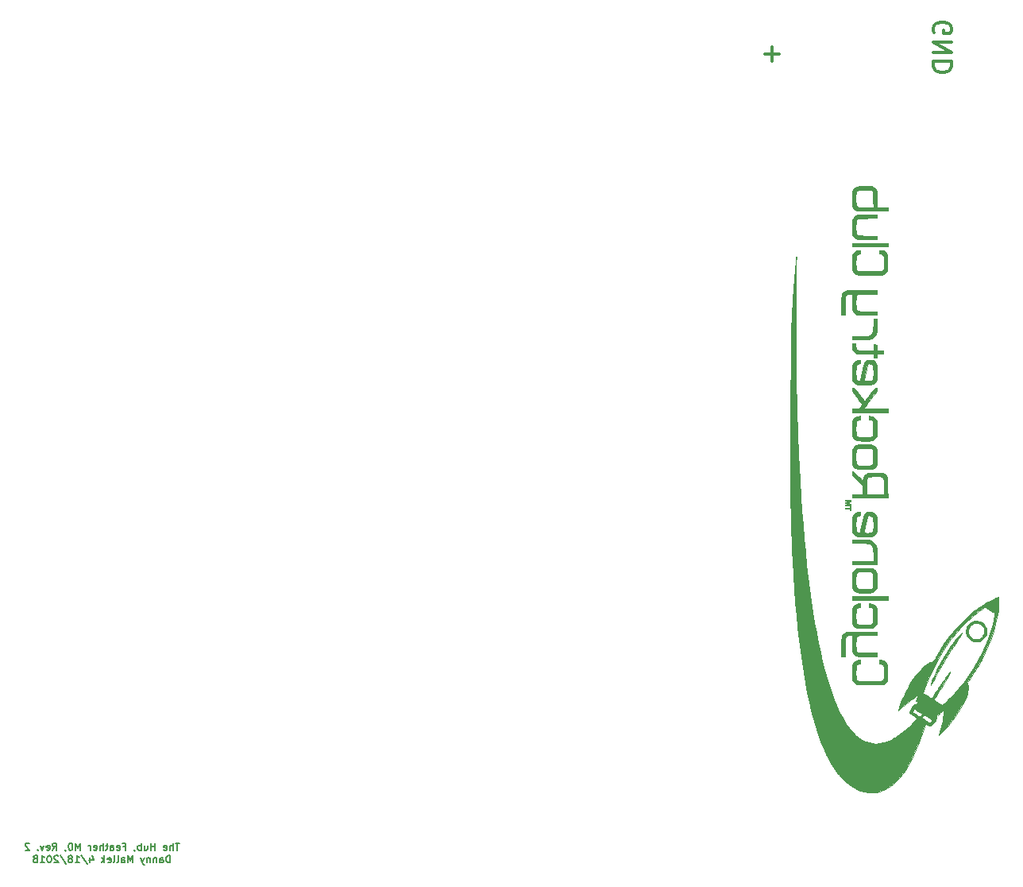
<source format=gbo>
G04 #@! TF.FileFunction,Legend,Bot*
%FSLAX46Y46*%
G04 Gerber Fmt 4.6, Leading zero omitted, Abs format (unit mm)*
G04 Created by KiCad (PCBNEW 4.0.7) date 04/20/18 17:44:43*
%MOMM*%
%LPD*%
G01*
G04 APERTURE LIST*
%ADD10C,0.100000*%
%ADD11C,0.300000*%
%ADD12C,0.190500*%
%ADD13C,0.010000*%
G04 APERTURE END LIST*
D10*
D11*
X153812857Y-92900405D02*
X153812857Y-91376595D01*
X154574762Y-92138500D02*
X153050952Y-92138500D01*
X171085000Y-89916191D02*
X170989762Y-89725714D01*
X170989762Y-89440000D01*
X171085000Y-89154286D01*
X171275476Y-88963810D01*
X171465952Y-88868571D01*
X171846905Y-88773333D01*
X172132619Y-88773333D01*
X172513571Y-88868571D01*
X172704048Y-88963810D01*
X172894524Y-89154286D01*
X172989762Y-89440000D01*
X172989762Y-89630476D01*
X172894524Y-89916191D01*
X172799286Y-90011429D01*
X172132619Y-90011429D01*
X172132619Y-89630476D01*
X172989762Y-90868571D02*
X170989762Y-90868571D01*
X172989762Y-92011429D01*
X170989762Y-92011429D01*
X172989762Y-92963809D02*
X170989762Y-92963809D01*
X170989762Y-93440000D01*
X171085000Y-93725714D01*
X171275476Y-93916190D01*
X171465952Y-94011429D01*
X171846905Y-94106667D01*
X172132619Y-94106667D01*
X172513571Y-94011429D01*
X172704048Y-93916190D01*
X172894524Y-93725714D01*
X172989762Y-93440000D01*
X172989762Y-92963809D01*
X171085000Y-89916191D02*
X170989762Y-89725714D01*
X170989762Y-89440000D01*
X171085000Y-89154286D01*
X171275476Y-88963810D01*
X171465952Y-88868571D01*
X171846905Y-88773333D01*
X172132619Y-88773333D01*
X172513571Y-88868571D01*
X172704048Y-88963810D01*
X172894524Y-89154286D01*
X172989762Y-89440000D01*
X172989762Y-89630476D01*
X172894524Y-89916191D01*
X172799286Y-90011429D01*
X172132619Y-90011429D01*
X172132619Y-89630476D01*
X172989762Y-90868571D02*
X170989762Y-90868571D01*
X172989762Y-92011429D01*
X170989762Y-92011429D01*
X172989762Y-92963809D02*
X170989762Y-92963809D01*
X170989762Y-93440000D01*
X171085000Y-93725714D01*
X171275476Y-93916190D01*
X171465952Y-94011429D01*
X171846905Y-94106667D01*
X172132619Y-94106667D01*
X172513571Y-94011429D01*
X172704048Y-93916190D01*
X172894524Y-93725714D01*
X172989762Y-93440000D01*
X172989762Y-92963809D01*
D12*
X90678000Y-176207964D02*
X90242571Y-176207964D01*
X90460285Y-176969964D02*
X90460285Y-176207964D01*
X89988571Y-176969964D02*
X89988571Y-176207964D01*
X89662000Y-176969964D02*
X89662000Y-176570821D01*
X89698286Y-176498250D01*
X89770857Y-176461964D01*
X89879714Y-176461964D01*
X89952286Y-176498250D01*
X89988571Y-176534536D01*
X89008857Y-176933679D02*
X89081428Y-176969964D01*
X89226571Y-176969964D01*
X89299142Y-176933679D01*
X89335428Y-176861107D01*
X89335428Y-176570821D01*
X89299142Y-176498250D01*
X89226571Y-176461964D01*
X89081428Y-176461964D01*
X89008857Y-176498250D01*
X88972571Y-176570821D01*
X88972571Y-176643393D01*
X89335428Y-176715964D01*
X88065428Y-176969964D02*
X88065428Y-176207964D01*
X88065428Y-176570821D02*
X87630000Y-176570821D01*
X87630000Y-176969964D02*
X87630000Y-176207964D01*
X86940571Y-176461964D02*
X86940571Y-176969964D01*
X87267142Y-176461964D02*
X87267142Y-176861107D01*
X87230857Y-176933679D01*
X87158285Y-176969964D01*
X87049428Y-176969964D01*
X86976857Y-176933679D01*
X86940571Y-176897393D01*
X86577713Y-176969964D02*
X86577713Y-176207964D01*
X86577713Y-176498250D02*
X86505142Y-176461964D01*
X86359999Y-176461964D01*
X86287428Y-176498250D01*
X86251142Y-176534536D01*
X86214856Y-176607107D01*
X86214856Y-176824821D01*
X86251142Y-176897393D01*
X86287428Y-176933679D01*
X86359999Y-176969964D01*
X86505142Y-176969964D01*
X86577713Y-176933679D01*
X85851999Y-176933679D02*
X85851999Y-176969964D01*
X85888284Y-177042536D01*
X85924570Y-177078821D01*
X84690856Y-176570821D02*
X84944856Y-176570821D01*
X84944856Y-176969964D02*
X84944856Y-176207964D01*
X84581999Y-176207964D01*
X84001428Y-176933679D02*
X84073999Y-176969964D01*
X84219142Y-176969964D01*
X84291713Y-176933679D01*
X84327999Y-176861107D01*
X84327999Y-176570821D01*
X84291713Y-176498250D01*
X84219142Y-176461964D01*
X84073999Y-176461964D01*
X84001428Y-176498250D01*
X83965142Y-176570821D01*
X83965142Y-176643393D01*
X84327999Y-176715964D01*
X83311999Y-176969964D02*
X83311999Y-176570821D01*
X83348285Y-176498250D01*
X83420856Y-176461964D01*
X83565999Y-176461964D01*
X83638570Y-176498250D01*
X83311999Y-176933679D02*
X83384570Y-176969964D01*
X83565999Y-176969964D01*
X83638570Y-176933679D01*
X83674856Y-176861107D01*
X83674856Y-176788536D01*
X83638570Y-176715964D01*
X83565999Y-176679679D01*
X83384570Y-176679679D01*
X83311999Y-176643393D01*
X83057999Y-176461964D02*
X82767713Y-176461964D01*
X82949141Y-176207964D02*
X82949141Y-176861107D01*
X82912856Y-176933679D01*
X82840284Y-176969964D01*
X82767713Y-176969964D01*
X82513712Y-176969964D02*
X82513712Y-176207964D01*
X82187141Y-176969964D02*
X82187141Y-176570821D01*
X82223427Y-176498250D01*
X82295998Y-176461964D01*
X82404855Y-176461964D01*
X82477427Y-176498250D01*
X82513712Y-176534536D01*
X81533998Y-176933679D02*
X81606569Y-176969964D01*
X81751712Y-176969964D01*
X81824283Y-176933679D01*
X81860569Y-176861107D01*
X81860569Y-176570821D01*
X81824283Y-176498250D01*
X81751712Y-176461964D01*
X81606569Y-176461964D01*
X81533998Y-176498250D01*
X81497712Y-176570821D01*
X81497712Y-176643393D01*
X81860569Y-176715964D01*
X81171140Y-176969964D02*
X81171140Y-176461964D01*
X81171140Y-176607107D02*
X81134855Y-176534536D01*
X81098569Y-176498250D01*
X81025998Y-176461964D01*
X80953426Y-176461964D01*
X80118855Y-176969964D02*
X80118855Y-176207964D01*
X79864855Y-176752250D01*
X79610855Y-176207964D01*
X79610855Y-176969964D01*
X79102856Y-176207964D02*
X79030284Y-176207964D01*
X78957713Y-176244250D01*
X78921427Y-176280536D01*
X78885141Y-176353107D01*
X78848856Y-176498250D01*
X78848856Y-176679679D01*
X78885141Y-176824821D01*
X78921427Y-176897393D01*
X78957713Y-176933679D01*
X79030284Y-176969964D01*
X79102856Y-176969964D01*
X79175427Y-176933679D01*
X79211713Y-176897393D01*
X79247998Y-176824821D01*
X79284284Y-176679679D01*
X79284284Y-176498250D01*
X79247998Y-176353107D01*
X79211713Y-176280536D01*
X79175427Y-176244250D01*
X79102856Y-176207964D01*
X78485999Y-176933679D02*
X78485999Y-176969964D01*
X78522284Y-177042536D01*
X78558570Y-177078821D01*
X77143428Y-176969964D02*
X77397428Y-176607107D01*
X77578856Y-176969964D02*
X77578856Y-176207964D01*
X77288571Y-176207964D01*
X77215999Y-176244250D01*
X77179714Y-176280536D01*
X77143428Y-176353107D01*
X77143428Y-176461964D01*
X77179714Y-176534536D01*
X77215999Y-176570821D01*
X77288571Y-176607107D01*
X77578856Y-176607107D01*
X76526571Y-176933679D02*
X76599142Y-176969964D01*
X76744285Y-176969964D01*
X76816856Y-176933679D01*
X76853142Y-176861107D01*
X76853142Y-176570821D01*
X76816856Y-176498250D01*
X76744285Y-176461964D01*
X76599142Y-176461964D01*
X76526571Y-176498250D01*
X76490285Y-176570821D01*
X76490285Y-176643393D01*
X76853142Y-176715964D01*
X76236285Y-176461964D02*
X76054856Y-176969964D01*
X75873428Y-176461964D01*
X75583142Y-176897393D02*
X75546857Y-176933679D01*
X75583142Y-176969964D01*
X75619428Y-176933679D01*
X75583142Y-176897393D01*
X75583142Y-176969964D01*
X74676000Y-176280536D02*
X74639714Y-176244250D01*
X74567143Y-176207964D01*
X74385714Y-176207964D01*
X74313143Y-176244250D01*
X74276857Y-176280536D01*
X74240572Y-176353107D01*
X74240572Y-176425679D01*
X74276857Y-176534536D01*
X74712286Y-176969964D01*
X74240572Y-176969964D01*
X89680142Y-178303464D02*
X89680142Y-177541464D01*
X89498714Y-177541464D01*
X89389857Y-177577750D01*
X89317285Y-177650321D01*
X89281000Y-177722893D01*
X89244714Y-177868036D01*
X89244714Y-177976893D01*
X89281000Y-178122036D01*
X89317285Y-178194607D01*
X89389857Y-178267179D01*
X89498714Y-178303464D01*
X89680142Y-178303464D01*
X88591571Y-178303464D02*
X88591571Y-177904321D01*
X88627857Y-177831750D01*
X88700428Y-177795464D01*
X88845571Y-177795464D01*
X88918142Y-177831750D01*
X88591571Y-178267179D02*
X88664142Y-178303464D01*
X88845571Y-178303464D01*
X88918142Y-178267179D01*
X88954428Y-178194607D01*
X88954428Y-178122036D01*
X88918142Y-178049464D01*
X88845571Y-178013179D01*
X88664142Y-178013179D01*
X88591571Y-177976893D01*
X88228713Y-177795464D02*
X88228713Y-178303464D01*
X88228713Y-177868036D02*
X88192428Y-177831750D01*
X88119856Y-177795464D01*
X88010999Y-177795464D01*
X87938428Y-177831750D01*
X87902142Y-177904321D01*
X87902142Y-178303464D01*
X87539284Y-177795464D02*
X87539284Y-178303464D01*
X87539284Y-177868036D02*
X87502999Y-177831750D01*
X87430427Y-177795464D01*
X87321570Y-177795464D01*
X87248999Y-177831750D01*
X87212713Y-177904321D01*
X87212713Y-178303464D01*
X86922427Y-177795464D02*
X86740998Y-178303464D01*
X86559570Y-177795464D02*
X86740998Y-178303464D01*
X86813570Y-178484893D01*
X86849855Y-178521179D01*
X86922427Y-178557464D01*
X85688713Y-178303464D02*
X85688713Y-177541464D01*
X85434713Y-178085750D01*
X85180713Y-177541464D01*
X85180713Y-178303464D01*
X84491285Y-178303464D02*
X84491285Y-177904321D01*
X84527571Y-177831750D01*
X84600142Y-177795464D01*
X84745285Y-177795464D01*
X84817856Y-177831750D01*
X84491285Y-178267179D02*
X84563856Y-178303464D01*
X84745285Y-178303464D01*
X84817856Y-178267179D01*
X84854142Y-178194607D01*
X84854142Y-178122036D01*
X84817856Y-178049464D01*
X84745285Y-178013179D01*
X84563856Y-178013179D01*
X84491285Y-177976893D01*
X84019570Y-178303464D02*
X84092142Y-178267179D01*
X84128427Y-178194607D01*
X84128427Y-177541464D01*
X83620427Y-178303464D02*
X83692999Y-178267179D01*
X83729284Y-178194607D01*
X83729284Y-177541464D01*
X83039856Y-178267179D02*
X83112427Y-178303464D01*
X83257570Y-178303464D01*
X83330141Y-178267179D01*
X83366427Y-178194607D01*
X83366427Y-177904321D01*
X83330141Y-177831750D01*
X83257570Y-177795464D01*
X83112427Y-177795464D01*
X83039856Y-177831750D01*
X83003570Y-177904321D01*
X83003570Y-177976893D01*
X83366427Y-178049464D01*
X82676998Y-178303464D02*
X82676998Y-177541464D01*
X82604427Y-178013179D02*
X82386713Y-178303464D01*
X82386713Y-177795464D02*
X82676998Y-178085750D01*
X81152999Y-177795464D02*
X81152999Y-178303464D01*
X81334428Y-177505179D02*
X81515856Y-178049464D01*
X81044142Y-178049464D01*
X80209571Y-177505179D02*
X80862714Y-178484893D01*
X79556428Y-178303464D02*
X79991856Y-178303464D01*
X79774142Y-178303464D02*
X79774142Y-177541464D01*
X79846713Y-177650321D01*
X79919285Y-177722893D01*
X79991856Y-177759179D01*
X79120999Y-177868036D02*
X79193571Y-177831750D01*
X79229856Y-177795464D01*
X79266142Y-177722893D01*
X79266142Y-177686607D01*
X79229856Y-177614036D01*
X79193571Y-177577750D01*
X79120999Y-177541464D01*
X78975856Y-177541464D01*
X78903285Y-177577750D01*
X78866999Y-177614036D01*
X78830714Y-177686607D01*
X78830714Y-177722893D01*
X78866999Y-177795464D01*
X78903285Y-177831750D01*
X78975856Y-177868036D01*
X79120999Y-177868036D01*
X79193571Y-177904321D01*
X79229856Y-177940607D01*
X79266142Y-178013179D01*
X79266142Y-178158321D01*
X79229856Y-178230893D01*
X79193571Y-178267179D01*
X79120999Y-178303464D01*
X78975856Y-178303464D01*
X78903285Y-178267179D01*
X78866999Y-178230893D01*
X78830714Y-178158321D01*
X78830714Y-178013179D01*
X78866999Y-177940607D01*
X78903285Y-177904321D01*
X78975856Y-177868036D01*
X77959857Y-177505179D02*
X78613000Y-178484893D01*
X77742142Y-177614036D02*
X77705856Y-177577750D01*
X77633285Y-177541464D01*
X77451856Y-177541464D01*
X77379285Y-177577750D01*
X77342999Y-177614036D01*
X77306714Y-177686607D01*
X77306714Y-177759179D01*
X77342999Y-177868036D01*
X77778428Y-178303464D01*
X77306714Y-178303464D01*
X76835000Y-177541464D02*
X76762428Y-177541464D01*
X76689857Y-177577750D01*
X76653571Y-177614036D01*
X76617285Y-177686607D01*
X76581000Y-177831750D01*
X76581000Y-178013179D01*
X76617285Y-178158321D01*
X76653571Y-178230893D01*
X76689857Y-178267179D01*
X76762428Y-178303464D01*
X76835000Y-178303464D01*
X76907571Y-178267179D01*
X76943857Y-178230893D01*
X76980142Y-178158321D01*
X77016428Y-178013179D01*
X77016428Y-177831750D01*
X76980142Y-177686607D01*
X76943857Y-177614036D01*
X76907571Y-177577750D01*
X76835000Y-177541464D01*
X75855286Y-178303464D02*
X76290714Y-178303464D01*
X76073000Y-178303464D02*
X76073000Y-177541464D01*
X76145571Y-177650321D01*
X76218143Y-177722893D01*
X76290714Y-177759179D01*
X75419857Y-177868036D02*
X75492429Y-177831750D01*
X75528714Y-177795464D01*
X75565000Y-177722893D01*
X75565000Y-177686607D01*
X75528714Y-177614036D01*
X75492429Y-177577750D01*
X75419857Y-177541464D01*
X75274714Y-177541464D01*
X75202143Y-177577750D01*
X75165857Y-177614036D01*
X75129572Y-177686607D01*
X75129572Y-177722893D01*
X75165857Y-177795464D01*
X75202143Y-177831750D01*
X75274714Y-177868036D01*
X75419857Y-177868036D01*
X75492429Y-177904321D01*
X75528714Y-177940607D01*
X75565000Y-178013179D01*
X75565000Y-178158321D01*
X75528714Y-178230893D01*
X75492429Y-178267179D01*
X75419857Y-178303464D01*
X75274714Y-178303464D01*
X75202143Y-178267179D01*
X75165857Y-178230893D01*
X75129572Y-178158321D01*
X75129572Y-178013179D01*
X75165857Y-177940607D01*
X75202143Y-177904321D01*
X75274714Y-177868036D01*
D13*
G36*
X177999219Y-150278851D02*
X177995044Y-150156219D01*
X177986943Y-150070454D01*
X177981619Y-150045012D01*
X177965100Y-149988724D01*
X177761900Y-150072674D01*
X177437487Y-150218946D01*
X177088253Y-150398912D01*
X176722354Y-150607621D01*
X176347947Y-150840124D01*
X175973186Y-151091472D01*
X175606228Y-151356716D01*
X175452428Y-151474151D01*
X174854587Y-151967227D01*
X174271108Y-152505599D01*
X173705645Y-153084904D01*
X173161851Y-153700778D01*
X172643378Y-154348859D01*
X172153881Y-155024784D01*
X171697013Y-155724189D01*
X171276428Y-156442713D01*
X171246800Y-156496607D01*
X171030900Y-156891108D01*
X170880996Y-156918264D01*
X170667481Y-156980100D01*
X170443686Y-157088547D01*
X170211552Y-157240911D01*
X169973021Y-157434496D01*
X169730035Y-157666606D01*
X169484536Y-157934544D01*
X169238464Y-158235617D01*
X168993763Y-158567127D01*
X168752373Y-158926378D01*
X168516236Y-159310676D01*
X168287295Y-159717325D01*
X168067490Y-160143628D01*
X167858764Y-160586891D01*
X167663057Y-161044417D01*
X167482313Y-161513510D01*
X167396814Y-161755474D01*
X167284908Y-162082183D01*
X167463653Y-161921042D01*
X167720535Y-161692049D01*
X167951276Y-161492191D01*
X168164891Y-161313927D01*
X168370393Y-161149719D01*
X168552750Y-161010051D01*
X168689970Y-160909098D01*
X168829634Y-160810175D01*
X168965364Y-160717404D01*
X169090783Y-160634907D01*
X169199510Y-160566806D01*
X169285169Y-160517223D01*
X169341380Y-160490279D01*
X169360882Y-160487816D01*
X169357592Y-160514558D01*
X169340941Y-160579574D01*
X169313669Y-160672955D01*
X169280296Y-160779293D01*
X169244572Y-160890669D01*
X169215450Y-160983119D01*
X169196033Y-161046680D01*
X169189400Y-161071217D01*
X169209343Y-161088956D01*
X169260491Y-161122832D01*
X169303700Y-161148958D01*
X169368131Y-161189891D01*
X169409488Y-161222267D01*
X169417794Y-161233921D01*
X169396504Y-161251720D01*
X169338333Y-161287854D01*
X169251591Y-161337451D01*
X169144587Y-161395640D01*
X169117566Y-161409946D01*
X168817544Y-161567992D01*
X168646603Y-161915922D01*
X168575401Y-162066412D01*
X168523024Y-162189022D01*
X168491622Y-162278319D01*
X168483281Y-162328345D01*
X168493173Y-162356048D01*
X168520148Y-162389125D01*
X168569514Y-162431730D01*
X168646579Y-162488017D01*
X168756651Y-162562141D01*
X168903570Y-162657318D01*
X169316240Y-162921798D01*
X169115950Y-163140949D01*
X168758711Y-163515985D01*
X168391647Y-163871074D01*
X168020851Y-164201048D01*
X167652413Y-164500737D01*
X167292425Y-164764969D01*
X166946980Y-164988575D01*
X166920513Y-165004341D01*
X166502118Y-165229463D01*
X166092147Y-165404633D01*
X165690539Y-165529832D01*
X165297232Y-165605040D01*
X164912166Y-165630236D01*
X164535278Y-165605399D01*
X164166508Y-165530510D01*
X163805794Y-165405548D01*
X163453075Y-165230493D01*
X163108290Y-165005324D01*
X162771378Y-164730021D01*
X162442276Y-164404564D01*
X162120925Y-164028932D01*
X161807262Y-163603105D01*
X161561814Y-163226271D01*
X161264903Y-162714566D01*
X160976224Y-162152956D01*
X160695817Y-161541670D01*
X160423723Y-160880938D01*
X160159983Y-160170991D01*
X159904637Y-159412058D01*
X159657728Y-158604369D01*
X159419294Y-157748154D01*
X159189378Y-156843644D01*
X158968021Y-155891067D01*
X158755262Y-154890654D01*
X158551143Y-153842635D01*
X158355704Y-152747239D01*
X158168987Y-151604697D01*
X157991032Y-150415239D01*
X157821880Y-149179094D01*
X157661573Y-147896492D01*
X157510150Y-146567664D01*
X157367652Y-145192839D01*
X157234121Y-143772247D01*
X157109598Y-142306118D01*
X156994122Y-140794682D01*
X156887735Y-139238169D01*
X156790478Y-137636809D01*
X156702392Y-135990831D01*
X156693597Y-135813800D01*
X156664639Y-135213675D01*
X156637377Y-134620919D01*
X156611637Y-134030449D01*
X156587243Y-133437185D01*
X156564019Y-132836044D01*
X156541791Y-132221943D01*
X156520382Y-131589800D01*
X156499618Y-130934532D01*
X156479323Y-130251059D01*
X156459322Y-129534296D01*
X156439440Y-128779163D01*
X156419500Y-127980576D01*
X156410556Y-127609600D01*
X156404785Y-127338877D01*
X156399452Y-127030578D01*
X156394553Y-126687480D01*
X156390085Y-126312358D01*
X156386042Y-125907989D01*
X156382422Y-125477149D01*
X156379221Y-125022615D01*
X156376435Y-124547162D01*
X156374060Y-124053566D01*
X156372092Y-123544604D01*
X156370527Y-123023053D01*
X156369362Y-122491687D01*
X156368593Y-121953284D01*
X156368215Y-121410619D01*
X156368226Y-120866469D01*
X156368621Y-120323610D01*
X156369396Y-119784819D01*
X156370548Y-119252870D01*
X156372072Y-118730541D01*
X156373966Y-118220607D01*
X156376224Y-117725846D01*
X156378844Y-117249032D01*
X156381822Y-116792943D01*
X156385152Y-116360354D01*
X156388833Y-115954042D01*
X156392860Y-115576782D01*
X156397229Y-115231352D01*
X156401936Y-114920526D01*
X156406977Y-114647082D01*
X156412349Y-114413796D01*
X156418048Y-114223443D01*
X156424070Y-114078800D01*
X156429331Y-113995200D01*
X156434596Y-113907008D01*
X156434624Y-113845008D01*
X156429518Y-113820176D01*
X156427720Y-113820787D01*
X156420842Y-113850410D01*
X156410728Y-113927177D01*
X156397653Y-114047555D01*
X156381896Y-114208010D01*
X156363733Y-114405007D01*
X156343440Y-114635012D01*
X156321294Y-114894493D01*
X156297572Y-115179914D01*
X156272551Y-115487742D01*
X156246507Y-115814443D01*
X156219718Y-116156483D01*
X156192460Y-116510328D01*
X156165009Y-116872444D01*
X156137643Y-117239297D01*
X156110638Y-117607353D01*
X156084272Y-117973079D01*
X156058820Y-118332940D01*
X156034559Y-118683402D01*
X156011767Y-119020932D01*
X155990720Y-119341995D01*
X155971695Y-119643058D01*
X155971470Y-119646700D01*
X155961021Y-119820064D01*
X155951629Y-119986494D01*
X155943190Y-120150139D01*
X155935603Y-120315147D01*
X155928765Y-120485665D01*
X155922573Y-120665840D01*
X155916924Y-120859821D01*
X155911716Y-121071755D01*
X155906846Y-121305790D01*
X155902211Y-121566073D01*
X155897710Y-121856753D01*
X155893239Y-122181976D01*
X155888695Y-122545891D01*
X155883977Y-122952645D01*
X155879398Y-123367800D01*
X155874969Y-123767908D01*
X155870261Y-124176837D01*
X155865350Y-124588818D01*
X155860312Y-124998083D01*
X155855223Y-125398864D01*
X155850159Y-125785391D01*
X155845196Y-126151896D01*
X155840410Y-126492611D01*
X155835877Y-126801766D01*
X155831674Y-127073593D01*
X155827875Y-127302324D01*
X155826706Y-127368300D01*
X155824481Y-127514734D01*
X155822240Y-127706793D01*
X155819993Y-127941193D01*
X155817749Y-128214651D01*
X155815519Y-128523884D01*
X155813312Y-128865609D01*
X155811138Y-129236542D01*
X155809007Y-129633399D01*
X155806930Y-130052898D01*
X155804915Y-130491756D01*
X155802973Y-130946688D01*
X155801114Y-131414411D01*
X155799347Y-131891643D01*
X155797683Y-132375100D01*
X155796132Y-132861498D01*
X155794703Y-133347554D01*
X155793407Y-133829985D01*
X155792252Y-134305508D01*
X155791250Y-134770839D01*
X155790410Y-135222695D01*
X155789742Y-135657792D01*
X155789256Y-136072848D01*
X155788961Y-136464579D01*
X155788869Y-136829701D01*
X155788988Y-137164931D01*
X155789328Y-137466986D01*
X155789900Y-137732583D01*
X155790713Y-137958438D01*
X155791778Y-138141269D01*
X155793103Y-138277790D01*
X155793659Y-138315700D01*
X155809665Y-139223653D01*
X155826766Y-140085571D01*
X155845107Y-140906213D01*
X155864835Y-141690335D01*
X155886094Y-142442695D01*
X155909029Y-143168050D01*
X155933786Y-143871157D01*
X155960511Y-144556773D01*
X155989349Y-145229655D01*
X156020445Y-145894562D01*
X156033158Y-146151600D01*
X156116448Y-147671781D01*
X156211207Y-149142600D01*
X156317462Y-150564191D01*
X156435243Y-151936687D01*
X156564578Y-153260222D01*
X156705497Y-154534929D01*
X156858027Y-155760941D01*
X157022198Y-156938393D01*
X157198039Y-158067418D01*
X157385578Y-159148149D01*
X157584843Y-160180719D01*
X157795865Y-161165263D01*
X158018671Y-162101913D01*
X158253290Y-162990804D01*
X158499751Y-163832068D01*
X158758083Y-164625839D01*
X159028314Y-165372251D01*
X159310474Y-166071437D01*
X159604590Y-166723531D01*
X159910692Y-167328666D01*
X160228809Y-167886975D01*
X160558969Y-168398593D01*
X160901201Y-168863652D01*
X160933570Y-168904450D01*
X161257803Y-169280278D01*
X161600974Y-169620764D01*
X161959282Y-169923082D01*
X162328925Y-170184408D01*
X162706101Y-170401916D01*
X163087009Y-170572782D01*
X163262529Y-170634972D01*
X163690630Y-170750638D01*
X164108985Y-170816706D01*
X164518176Y-170833056D01*
X164918785Y-170799570D01*
X165311394Y-170716127D01*
X165696585Y-170582609D01*
X166074941Y-170398897D01*
X166447042Y-170164872D01*
X166769870Y-169917142D01*
X167092466Y-169621792D01*
X167410938Y-169277351D01*
X167724296Y-168885432D01*
X168031551Y-168447647D01*
X168331713Y-167965609D01*
X168623795Y-167440930D01*
X168906805Y-166875223D01*
X169179755Y-166270100D01*
X169441655Y-165627173D01*
X169507221Y-165455600D01*
X169611812Y-165173539D01*
X169636758Y-165104155D01*
X169636758Y-162780623D01*
X169615290Y-162770087D01*
X169561435Y-162737906D01*
X169485341Y-162690214D01*
X169455611Y-162671172D01*
X169354295Y-162605984D01*
X169230171Y-162526199D01*
X169103196Y-162444640D01*
X169043350Y-162406225D01*
X168948668Y-162344412D01*
X168872239Y-162292511D01*
X168822764Y-162256564D01*
X168808400Y-162243107D01*
X168818837Y-162215923D01*
X168846352Y-162155730D01*
X168885254Y-162074932D01*
X168890052Y-162065181D01*
X168932578Y-161984509D01*
X168968873Y-161925581D01*
X168991769Y-161899902D01*
X168993218Y-161899600D01*
X169020282Y-161912787D01*
X169082989Y-161949526D01*
X169174451Y-162005589D01*
X169287780Y-162076749D01*
X169416089Y-162158774D01*
X169430793Y-162168260D01*
X169846854Y-162436920D01*
X169743724Y-162606410D01*
X169694708Y-162686778D01*
X169657238Y-162747861D01*
X169637941Y-162778866D01*
X169636758Y-162780623D01*
X169636758Y-165104155D01*
X169716459Y-164882477D01*
X169817491Y-164593129D01*
X169911236Y-164316206D01*
X169994022Y-164062423D01*
X170062178Y-163842491D01*
X170075510Y-163797440D01*
X170170552Y-163472780D01*
X170384826Y-163612825D01*
X170480022Y-163672333D01*
X170563168Y-163719378D01*
X170612359Y-163742772D01*
X170612359Y-163403496D01*
X170608467Y-163403414D01*
X170567583Y-163384576D01*
X170496939Y-163343711D01*
X170404326Y-163286090D01*
X170297534Y-163216983D01*
X170184354Y-163141661D01*
X170072575Y-163065396D01*
X169969987Y-162993459D01*
X169884382Y-162931121D01*
X169823549Y-162883652D01*
X169795278Y-162856323D01*
X169794427Y-162852616D01*
X169816770Y-162819055D01*
X169858530Y-162757081D01*
X169909171Y-162682317D01*
X170006642Y-162538744D01*
X170442571Y-162818468D01*
X170576424Y-162904821D01*
X170696685Y-162983282D01*
X170796386Y-163049234D01*
X170868560Y-163098060D01*
X170906241Y-163125145D01*
X170909024Y-163127546D01*
X170915854Y-163150781D01*
X170893587Y-163186745D01*
X170837321Y-163241794D01*
X170788451Y-163283900D01*
X170713257Y-163343273D01*
X170650743Y-163385672D01*
X170612359Y-163403496D01*
X170612359Y-163742772D01*
X170622902Y-163747787D01*
X170643374Y-163753336D01*
X170679095Y-163737452D01*
X170742912Y-163693937D01*
X170825560Y-163629585D01*
X170911245Y-163556950D01*
X171009621Y-163470659D01*
X171103085Y-163389231D01*
X171179833Y-163322921D01*
X171221548Y-163287409D01*
X171269918Y-163241579D01*
X171298948Y-163194068D01*
X171316236Y-163127493D01*
X171327022Y-163046109D01*
X171336920Y-162930322D01*
X171344196Y-162794863D01*
X171347096Y-162680650D01*
X171349506Y-162587917D01*
X171354726Y-162518687D01*
X171361735Y-162485173D01*
X171363529Y-162483800D01*
X171392602Y-162497128D01*
X171442849Y-162529530D01*
X171447321Y-162532693D01*
X171515984Y-162581585D01*
X171827220Y-162301188D01*
X171931521Y-162208509D01*
X171992692Y-162155796D01*
X171992692Y-161540995D01*
X171537196Y-161247893D01*
X171402594Y-161161215D01*
X171283415Y-161084349D01*
X171185923Y-161021344D01*
X171116383Y-160976250D01*
X171081058Y-160953117D01*
X171077924Y-160950945D01*
X171090073Y-160929430D01*
X171126271Y-160870423D01*
X171183190Y-160779226D01*
X171257502Y-160661139D01*
X171345880Y-160521463D01*
X171444995Y-160365498D01*
X171479018Y-160312100D01*
X171662735Y-160022078D01*
X171839994Y-159738609D01*
X172008805Y-159465092D01*
X172167178Y-159204927D01*
X172313123Y-158961512D01*
X172444651Y-158738247D01*
X172559770Y-158538530D01*
X172656491Y-158365761D01*
X172732824Y-158223339D01*
X172786779Y-158114662D01*
X172816367Y-158043130D01*
X172821600Y-158018910D01*
X172810899Y-158001712D01*
X172778165Y-158021368D01*
X172722451Y-158078992D01*
X172642812Y-158175695D01*
X172538303Y-158312590D01*
X172407977Y-158490789D01*
X172341188Y-158584004D01*
X172270337Y-158684966D01*
X172176250Y-158821399D01*
X172063333Y-158986730D01*
X171935992Y-159174386D01*
X171798633Y-159377794D01*
X171655661Y-159590380D01*
X171511484Y-159805571D01*
X171370505Y-160016794D01*
X171237133Y-160217476D01*
X171115771Y-160401043D01*
X171010827Y-160560922D01*
X170926706Y-160690540D01*
X170878500Y-160766218D01*
X170864739Y-160776306D01*
X170839163Y-160774113D01*
X170796507Y-160756849D01*
X170731504Y-160721728D01*
X170638888Y-160665963D01*
X170513393Y-160586766D01*
X170392443Y-160508968D01*
X169931785Y-160211276D01*
X170027707Y-159944188D01*
X170075907Y-159811836D01*
X170134835Y-159652804D01*
X170196788Y-159487750D01*
X170250389Y-159346900D01*
X170615197Y-158455349D01*
X171012383Y-157596190D01*
X171441025Y-156770661D01*
X171900203Y-155979998D01*
X172388997Y-155225437D01*
X172906485Y-154508216D01*
X173451748Y-153829570D01*
X174023864Y-153190736D01*
X174621914Y-152592951D01*
X175244977Y-152037451D01*
X175892132Y-151525473D01*
X176279516Y-151248018D01*
X176378226Y-151181557D01*
X176463076Y-151127414D01*
X176524680Y-151091381D01*
X176553011Y-151079200D01*
X176580525Y-151092379D01*
X176643122Y-151128783D01*
X176733446Y-151183717D01*
X176844141Y-151252484D01*
X176967852Y-151330389D01*
X177097223Y-151412735D01*
X177224899Y-151494827D01*
X177343523Y-151571968D01*
X177445740Y-151639462D01*
X177524195Y-151692613D01*
X177571532Y-151726725D01*
X177581939Y-151736103D01*
X177583194Y-151770626D01*
X177574312Y-151847455D01*
X177556675Y-151959419D01*
X177531667Y-152099349D01*
X177500673Y-152260072D01*
X177465076Y-152434420D01*
X177426261Y-152615222D01*
X177385610Y-152795307D01*
X177344508Y-152967505D01*
X177343430Y-152971878D01*
X177127972Y-153743422D01*
X176862869Y-154515015D01*
X176549234Y-155284636D01*
X176188180Y-156050267D01*
X175780819Y-156809890D01*
X175328265Y-157561485D01*
X174831630Y-158303034D01*
X174292027Y-159032518D01*
X173710568Y-159747918D01*
X173430162Y-160070800D01*
X173300042Y-160215579D01*
X173153505Y-160375210D01*
X172996687Y-160543303D01*
X172835721Y-160713468D01*
X172676743Y-160879316D01*
X172525886Y-161034457D01*
X172389285Y-161172501D01*
X172273076Y-161287058D01*
X172183391Y-161371738D01*
X172167474Y-161386039D01*
X171992692Y-161540995D01*
X171992692Y-162155796D01*
X172022401Y-162130194D01*
X172093401Y-162071615D01*
X172138059Y-162038145D01*
X172150265Y-162032598D01*
X172154338Y-162063730D01*
X172152178Y-162136087D01*
X172144704Y-162240600D01*
X172132833Y-162368200D01*
X172117485Y-162509820D01*
X172099577Y-162656389D01*
X172080028Y-162798839D01*
X172059756Y-162928101D01*
X172059312Y-162930712D01*
X172007633Y-163200644D01*
X171939314Y-163505430D01*
X171857292Y-163833049D01*
X171764501Y-164171476D01*
X171714891Y-164341301D01*
X171676508Y-164472696D01*
X171644935Y-164586089D01*
X171622408Y-164673002D01*
X171611164Y-164724959D01*
X171610788Y-164735854D01*
X171631602Y-164722487D01*
X171681611Y-164676749D01*
X171755842Y-164603860D01*
X171849323Y-164509041D01*
X171957081Y-164397514D01*
X172074142Y-164274500D01*
X172195535Y-164145220D01*
X172316286Y-164014895D01*
X172431423Y-163888746D01*
X172535973Y-163771994D01*
X172615083Y-163681390D01*
X172997583Y-163217366D01*
X173348527Y-162753115D01*
X173665914Y-162292027D01*
X173947745Y-161837491D01*
X174192019Y-161392897D01*
X174396736Y-160961635D01*
X174559897Y-160547096D01*
X174665575Y-160206091D01*
X174706507Y-160016914D01*
X174731688Y-159821163D01*
X174740929Y-159630286D01*
X174734040Y-159455733D01*
X174710831Y-159308954D01*
X174681903Y-159222462D01*
X174624506Y-159098024D01*
X174803921Y-158859327D01*
X174920721Y-158699918D01*
X175056355Y-158508169D01*
X175203323Y-158295182D01*
X175354128Y-158072061D01*
X175501270Y-157849908D01*
X175637251Y-157639826D01*
X175754574Y-157452917D01*
X175762378Y-157440197D01*
X176189146Y-156703022D01*
X176573469Y-155955326D01*
X176914397Y-155199891D01*
X177210979Y-154439500D01*
X177462265Y-153676936D01*
X177667306Y-152914982D01*
X177825150Y-152156421D01*
X177934848Y-151404036D01*
X177977501Y-150952200D01*
X177988609Y-150775026D01*
X177995959Y-150597547D01*
X177999510Y-150429058D01*
X177999219Y-150278851D01*
X177999219Y-150278851D01*
G37*
X177999219Y-150278851D02*
X177995044Y-150156219D01*
X177986943Y-150070454D01*
X177981619Y-150045012D01*
X177965100Y-149988724D01*
X177761900Y-150072674D01*
X177437487Y-150218946D01*
X177088253Y-150398912D01*
X176722354Y-150607621D01*
X176347947Y-150840124D01*
X175973186Y-151091472D01*
X175606228Y-151356716D01*
X175452428Y-151474151D01*
X174854587Y-151967227D01*
X174271108Y-152505599D01*
X173705645Y-153084904D01*
X173161851Y-153700778D01*
X172643378Y-154348859D01*
X172153881Y-155024784D01*
X171697013Y-155724189D01*
X171276428Y-156442713D01*
X171246800Y-156496607D01*
X171030900Y-156891108D01*
X170880996Y-156918264D01*
X170667481Y-156980100D01*
X170443686Y-157088547D01*
X170211552Y-157240911D01*
X169973021Y-157434496D01*
X169730035Y-157666606D01*
X169484536Y-157934544D01*
X169238464Y-158235617D01*
X168993763Y-158567127D01*
X168752373Y-158926378D01*
X168516236Y-159310676D01*
X168287295Y-159717325D01*
X168067490Y-160143628D01*
X167858764Y-160586891D01*
X167663057Y-161044417D01*
X167482313Y-161513510D01*
X167396814Y-161755474D01*
X167284908Y-162082183D01*
X167463653Y-161921042D01*
X167720535Y-161692049D01*
X167951276Y-161492191D01*
X168164891Y-161313927D01*
X168370393Y-161149719D01*
X168552750Y-161010051D01*
X168689970Y-160909098D01*
X168829634Y-160810175D01*
X168965364Y-160717404D01*
X169090783Y-160634907D01*
X169199510Y-160566806D01*
X169285169Y-160517223D01*
X169341380Y-160490279D01*
X169360882Y-160487816D01*
X169357592Y-160514558D01*
X169340941Y-160579574D01*
X169313669Y-160672955D01*
X169280296Y-160779293D01*
X169244572Y-160890669D01*
X169215450Y-160983119D01*
X169196033Y-161046680D01*
X169189400Y-161071217D01*
X169209343Y-161088956D01*
X169260491Y-161122832D01*
X169303700Y-161148958D01*
X169368131Y-161189891D01*
X169409488Y-161222267D01*
X169417794Y-161233921D01*
X169396504Y-161251720D01*
X169338333Y-161287854D01*
X169251591Y-161337451D01*
X169144587Y-161395640D01*
X169117566Y-161409946D01*
X168817544Y-161567992D01*
X168646603Y-161915922D01*
X168575401Y-162066412D01*
X168523024Y-162189022D01*
X168491622Y-162278319D01*
X168483281Y-162328345D01*
X168493173Y-162356048D01*
X168520148Y-162389125D01*
X168569514Y-162431730D01*
X168646579Y-162488017D01*
X168756651Y-162562141D01*
X168903570Y-162657318D01*
X169316240Y-162921798D01*
X169115950Y-163140949D01*
X168758711Y-163515985D01*
X168391647Y-163871074D01*
X168020851Y-164201048D01*
X167652413Y-164500737D01*
X167292425Y-164764969D01*
X166946980Y-164988575D01*
X166920513Y-165004341D01*
X166502118Y-165229463D01*
X166092147Y-165404633D01*
X165690539Y-165529832D01*
X165297232Y-165605040D01*
X164912166Y-165630236D01*
X164535278Y-165605399D01*
X164166508Y-165530510D01*
X163805794Y-165405548D01*
X163453075Y-165230493D01*
X163108290Y-165005324D01*
X162771378Y-164730021D01*
X162442276Y-164404564D01*
X162120925Y-164028932D01*
X161807262Y-163603105D01*
X161561814Y-163226271D01*
X161264903Y-162714566D01*
X160976224Y-162152956D01*
X160695817Y-161541670D01*
X160423723Y-160880938D01*
X160159983Y-160170991D01*
X159904637Y-159412058D01*
X159657728Y-158604369D01*
X159419294Y-157748154D01*
X159189378Y-156843644D01*
X158968021Y-155891067D01*
X158755262Y-154890654D01*
X158551143Y-153842635D01*
X158355704Y-152747239D01*
X158168987Y-151604697D01*
X157991032Y-150415239D01*
X157821880Y-149179094D01*
X157661573Y-147896492D01*
X157510150Y-146567664D01*
X157367652Y-145192839D01*
X157234121Y-143772247D01*
X157109598Y-142306118D01*
X156994122Y-140794682D01*
X156887735Y-139238169D01*
X156790478Y-137636809D01*
X156702392Y-135990831D01*
X156693597Y-135813800D01*
X156664639Y-135213675D01*
X156637377Y-134620919D01*
X156611637Y-134030449D01*
X156587243Y-133437185D01*
X156564019Y-132836044D01*
X156541791Y-132221943D01*
X156520382Y-131589800D01*
X156499618Y-130934532D01*
X156479323Y-130251059D01*
X156459322Y-129534296D01*
X156439440Y-128779163D01*
X156419500Y-127980576D01*
X156410556Y-127609600D01*
X156404785Y-127338877D01*
X156399452Y-127030578D01*
X156394553Y-126687480D01*
X156390085Y-126312358D01*
X156386042Y-125907989D01*
X156382422Y-125477149D01*
X156379221Y-125022615D01*
X156376435Y-124547162D01*
X156374060Y-124053566D01*
X156372092Y-123544604D01*
X156370527Y-123023053D01*
X156369362Y-122491687D01*
X156368593Y-121953284D01*
X156368215Y-121410619D01*
X156368226Y-120866469D01*
X156368621Y-120323610D01*
X156369396Y-119784819D01*
X156370548Y-119252870D01*
X156372072Y-118730541D01*
X156373966Y-118220607D01*
X156376224Y-117725846D01*
X156378844Y-117249032D01*
X156381822Y-116792943D01*
X156385152Y-116360354D01*
X156388833Y-115954042D01*
X156392860Y-115576782D01*
X156397229Y-115231352D01*
X156401936Y-114920526D01*
X156406977Y-114647082D01*
X156412349Y-114413796D01*
X156418048Y-114223443D01*
X156424070Y-114078800D01*
X156429331Y-113995200D01*
X156434596Y-113907008D01*
X156434624Y-113845008D01*
X156429518Y-113820176D01*
X156427720Y-113820787D01*
X156420842Y-113850410D01*
X156410728Y-113927177D01*
X156397653Y-114047555D01*
X156381896Y-114208010D01*
X156363733Y-114405007D01*
X156343440Y-114635012D01*
X156321294Y-114894493D01*
X156297572Y-115179914D01*
X156272551Y-115487742D01*
X156246507Y-115814443D01*
X156219718Y-116156483D01*
X156192460Y-116510328D01*
X156165009Y-116872444D01*
X156137643Y-117239297D01*
X156110638Y-117607353D01*
X156084272Y-117973079D01*
X156058820Y-118332940D01*
X156034559Y-118683402D01*
X156011767Y-119020932D01*
X155990720Y-119341995D01*
X155971695Y-119643058D01*
X155971470Y-119646700D01*
X155961021Y-119820064D01*
X155951629Y-119986494D01*
X155943190Y-120150139D01*
X155935603Y-120315147D01*
X155928765Y-120485665D01*
X155922573Y-120665840D01*
X155916924Y-120859821D01*
X155911716Y-121071755D01*
X155906846Y-121305790D01*
X155902211Y-121566073D01*
X155897710Y-121856753D01*
X155893239Y-122181976D01*
X155888695Y-122545891D01*
X155883977Y-122952645D01*
X155879398Y-123367800D01*
X155874969Y-123767908D01*
X155870261Y-124176837D01*
X155865350Y-124588818D01*
X155860312Y-124998083D01*
X155855223Y-125398864D01*
X155850159Y-125785391D01*
X155845196Y-126151896D01*
X155840410Y-126492611D01*
X155835877Y-126801766D01*
X155831674Y-127073593D01*
X155827875Y-127302324D01*
X155826706Y-127368300D01*
X155824481Y-127514734D01*
X155822240Y-127706793D01*
X155819993Y-127941193D01*
X155817749Y-128214651D01*
X155815519Y-128523884D01*
X155813312Y-128865609D01*
X155811138Y-129236542D01*
X155809007Y-129633399D01*
X155806930Y-130052898D01*
X155804915Y-130491756D01*
X155802973Y-130946688D01*
X155801114Y-131414411D01*
X155799347Y-131891643D01*
X155797683Y-132375100D01*
X155796132Y-132861498D01*
X155794703Y-133347554D01*
X155793407Y-133829985D01*
X155792252Y-134305508D01*
X155791250Y-134770839D01*
X155790410Y-135222695D01*
X155789742Y-135657792D01*
X155789256Y-136072848D01*
X155788961Y-136464579D01*
X155788869Y-136829701D01*
X155788988Y-137164931D01*
X155789328Y-137466986D01*
X155789900Y-137732583D01*
X155790713Y-137958438D01*
X155791778Y-138141269D01*
X155793103Y-138277790D01*
X155793659Y-138315700D01*
X155809665Y-139223653D01*
X155826766Y-140085571D01*
X155845107Y-140906213D01*
X155864835Y-141690335D01*
X155886094Y-142442695D01*
X155909029Y-143168050D01*
X155933786Y-143871157D01*
X155960511Y-144556773D01*
X155989349Y-145229655D01*
X156020445Y-145894562D01*
X156033158Y-146151600D01*
X156116448Y-147671781D01*
X156211207Y-149142600D01*
X156317462Y-150564191D01*
X156435243Y-151936687D01*
X156564578Y-153260222D01*
X156705497Y-154534929D01*
X156858027Y-155760941D01*
X157022198Y-156938393D01*
X157198039Y-158067418D01*
X157385578Y-159148149D01*
X157584843Y-160180719D01*
X157795865Y-161165263D01*
X158018671Y-162101913D01*
X158253290Y-162990804D01*
X158499751Y-163832068D01*
X158758083Y-164625839D01*
X159028314Y-165372251D01*
X159310474Y-166071437D01*
X159604590Y-166723531D01*
X159910692Y-167328666D01*
X160228809Y-167886975D01*
X160558969Y-168398593D01*
X160901201Y-168863652D01*
X160933570Y-168904450D01*
X161257803Y-169280278D01*
X161600974Y-169620764D01*
X161959282Y-169923082D01*
X162328925Y-170184408D01*
X162706101Y-170401916D01*
X163087009Y-170572782D01*
X163262529Y-170634972D01*
X163690630Y-170750638D01*
X164108985Y-170816706D01*
X164518176Y-170833056D01*
X164918785Y-170799570D01*
X165311394Y-170716127D01*
X165696585Y-170582609D01*
X166074941Y-170398897D01*
X166447042Y-170164872D01*
X166769870Y-169917142D01*
X167092466Y-169621792D01*
X167410938Y-169277351D01*
X167724296Y-168885432D01*
X168031551Y-168447647D01*
X168331713Y-167965609D01*
X168623795Y-167440930D01*
X168906805Y-166875223D01*
X169179755Y-166270100D01*
X169441655Y-165627173D01*
X169507221Y-165455600D01*
X169611812Y-165173539D01*
X169636758Y-165104155D01*
X169636758Y-162780623D01*
X169615290Y-162770087D01*
X169561435Y-162737906D01*
X169485341Y-162690214D01*
X169455611Y-162671172D01*
X169354295Y-162605984D01*
X169230171Y-162526199D01*
X169103196Y-162444640D01*
X169043350Y-162406225D01*
X168948668Y-162344412D01*
X168872239Y-162292511D01*
X168822764Y-162256564D01*
X168808400Y-162243107D01*
X168818837Y-162215923D01*
X168846352Y-162155730D01*
X168885254Y-162074932D01*
X168890052Y-162065181D01*
X168932578Y-161984509D01*
X168968873Y-161925581D01*
X168991769Y-161899902D01*
X168993218Y-161899600D01*
X169020282Y-161912787D01*
X169082989Y-161949526D01*
X169174451Y-162005589D01*
X169287780Y-162076749D01*
X169416089Y-162158774D01*
X169430793Y-162168260D01*
X169846854Y-162436920D01*
X169743724Y-162606410D01*
X169694708Y-162686778D01*
X169657238Y-162747861D01*
X169637941Y-162778866D01*
X169636758Y-162780623D01*
X169636758Y-165104155D01*
X169716459Y-164882477D01*
X169817491Y-164593129D01*
X169911236Y-164316206D01*
X169994022Y-164062423D01*
X170062178Y-163842491D01*
X170075510Y-163797440D01*
X170170552Y-163472780D01*
X170384826Y-163612825D01*
X170480022Y-163672333D01*
X170563168Y-163719378D01*
X170612359Y-163742772D01*
X170612359Y-163403496D01*
X170608467Y-163403414D01*
X170567583Y-163384576D01*
X170496939Y-163343711D01*
X170404326Y-163286090D01*
X170297534Y-163216983D01*
X170184354Y-163141661D01*
X170072575Y-163065396D01*
X169969987Y-162993459D01*
X169884382Y-162931121D01*
X169823549Y-162883652D01*
X169795278Y-162856323D01*
X169794427Y-162852616D01*
X169816770Y-162819055D01*
X169858530Y-162757081D01*
X169909171Y-162682317D01*
X170006642Y-162538744D01*
X170442571Y-162818468D01*
X170576424Y-162904821D01*
X170696685Y-162983282D01*
X170796386Y-163049234D01*
X170868560Y-163098060D01*
X170906241Y-163125145D01*
X170909024Y-163127546D01*
X170915854Y-163150781D01*
X170893587Y-163186745D01*
X170837321Y-163241794D01*
X170788451Y-163283900D01*
X170713257Y-163343273D01*
X170650743Y-163385672D01*
X170612359Y-163403496D01*
X170612359Y-163742772D01*
X170622902Y-163747787D01*
X170643374Y-163753336D01*
X170679095Y-163737452D01*
X170742912Y-163693937D01*
X170825560Y-163629585D01*
X170911245Y-163556950D01*
X171009621Y-163470659D01*
X171103085Y-163389231D01*
X171179833Y-163322921D01*
X171221548Y-163287409D01*
X171269918Y-163241579D01*
X171298948Y-163194068D01*
X171316236Y-163127493D01*
X171327022Y-163046109D01*
X171336920Y-162930322D01*
X171344196Y-162794863D01*
X171347096Y-162680650D01*
X171349506Y-162587917D01*
X171354726Y-162518687D01*
X171361735Y-162485173D01*
X171363529Y-162483800D01*
X171392602Y-162497128D01*
X171442849Y-162529530D01*
X171447321Y-162532693D01*
X171515984Y-162581585D01*
X171827220Y-162301188D01*
X171931521Y-162208509D01*
X171992692Y-162155796D01*
X171992692Y-161540995D01*
X171537196Y-161247893D01*
X171402594Y-161161215D01*
X171283415Y-161084349D01*
X171185923Y-161021344D01*
X171116383Y-160976250D01*
X171081058Y-160953117D01*
X171077924Y-160950945D01*
X171090073Y-160929430D01*
X171126271Y-160870423D01*
X171183190Y-160779226D01*
X171257502Y-160661139D01*
X171345880Y-160521463D01*
X171444995Y-160365498D01*
X171479018Y-160312100D01*
X171662735Y-160022078D01*
X171839994Y-159738609D01*
X172008805Y-159465092D01*
X172167178Y-159204927D01*
X172313123Y-158961512D01*
X172444651Y-158738247D01*
X172559770Y-158538530D01*
X172656491Y-158365761D01*
X172732824Y-158223339D01*
X172786779Y-158114662D01*
X172816367Y-158043130D01*
X172821600Y-158018910D01*
X172810899Y-158001712D01*
X172778165Y-158021368D01*
X172722451Y-158078992D01*
X172642812Y-158175695D01*
X172538303Y-158312590D01*
X172407977Y-158490789D01*
X172341188Y-158584004D01*
X172270337Y-158684966D01*
X172176250Y-158821399D01*
X172063333Y-158986730D01*
X171935992Y-159174386D01*
X171798633Y-159377794D01*
X171655661Y-159590380D01*
X171511484Y-159805571D01*
X171370505Y-160016794D01*
X171237133Y-160217476D01*
X171115771Y-160401043D01*
X171010827Y-160560922D01*
X170926706Y-160690540D01*
X170878500Y-160766218D01*
X170864739Y-160776306D01*
X170839163Y-160774113D01*
X170796507Y-160756849D01*
X170731504Y-160721728D01*
X170638888Y-160665963D01*
X170513393Y-160586766D01*
X170392443Y-160508968D01*
X169931785Y-160211276D01*
X170027707Y-159944188D01*
X170075907Y-159811836D01*
X170134835Y-159652804D01*
X170196788Y-159487750D01*
X170250389Y-159346900D01*
X170615197Y-158455349D01*
X171012383Y-157596190D01*
X171441025Y-156770661D01*
X171900203Y-155979998D01*
X172388997Y-155225437D01*
X172906485Y-154508216D01*
X173451748Y-153829570D01*
X174023864Y-153190736D01*
X174621914Y-152592951D01*
X175244977Y-152037451D01*
X175892132Y-151525473D01*
X176279516Y-151248018D01*
X176378226Y-151181557D01*
X176463076Y-151127414D01*
X176524680Y-151091381D01*
X176553011Y-151079200D01*
X176580525Y-151092379D01*
X176643122Y-151128783D01*
X176733446Y-151183717D01*
X176844141Y-151252484D01*
X176967852Y-151330389D01*
X177097223Y-151412735D01*
X177224899Y-151494827D01*
X177343523Y-151571968D01*
X177445740Y-151639462D01*
X177524195Y-151692613D01*
X177571532Y-151726725D01*
X177581939Y-151736103D01*
X177583194Y-151770626D01*
X177574312Y-151847455D01*
X177556675Y-151959419D01*
X177531667Y-152099349D01*
X177500673Y-152260072D01*
X177465076Y-152434420D01*
X177426261Y-152615222D01*
X177385610Y-152795307D01*
X177344508Y-152967505D01*
X177343430Y-152971878D01*
X177127972Y-153743422D01*
X176862869Y-154515015D01*
X176549234Y-155284636D01*
X176188180Y-156050267D01*
X175780819Y-156809890D01*
X175328265Y-157561485D01*
X174831630Y-158303034D01*
X174292027Y-159032518D01*
X173710568Y-159747918D01*
X173430162Y-160070800D01*
X173300042Y-160215579D01*
X173153505Y-160375210D01*
X172996687Y-160543303D01*
X172835721Y-160713468D01*
X172676743Y-160879316D01*
X172525886Y-161034457D01*
X172389285Y-161172501D01*
X172273076Y-161287058D01*
X172183391Y-161371738D01*
X172167474Y-161386039D01*
X171992692Y-161540995D01*
X171992692Y-162155796D01*
X172022401Y-162130194D01*
X172093401Y-162071615D01*
X172138059Y-162038145D01*
X172150265Y-162032598D01*
X172154338Y-162063730D01*
X172152178Y-162136087D01*
X172144704Y-162240600D01*
X172132833Y-162368200D01*
X172117485Y-162509820D01*
X172099577Y-162656389D01*
X172080028Y-162798839D01*
X172059756Y-162928101D01*
X172059312Y-162930712D01*
X172007633Y-163200644D01*
X171939314Y-163505430D01*
X171857292Y-163833049D01*
X171764501Y-164171476D01*
X171714891Y-164341301D01*
X171676508Y-164472696D01*
X171644935Y-164586089D01*
X171622408Y-164673002D01*
X171611164Y-164724959D01*
X171610788Y-164735854D01*
X171631602Y-164722487D01*
X171681611Y-164676749D01*
X171755842Y-164603860D01*
X171849323Y-164509041D01*
X171957081Y-164397514D01*
X172074142Y-164274500D01*
X172195535Y-164145220D01*
X172316286Y-164014895D01*
X172431423Y-163888746D01*
X172535973Y-163771994D01*
X172615083Y-163681390D01*
X172997583Y-163217366D01*
X173348527Y-162753115D01*
X173665914Y-162292027D01*
X173947745Y-161837491D01*
X174192019Y-161392897D01*
X174396736Y-160961635D01*
X174559897Y-160547096D01*
X174665575Y-160206091D01*
X174706507Y-160016914D01*
X174731688Y-159821163D01*
X174740929Y-159630286D01*
X174734040Y-159455733D01*
X174710831Y-159308954D01*
X174681903Y-159222462D01*
X174624506Y-159098024D01*
X174803921Y-158859327D01*
X174920721Y-158699918D01*
X175056355Y-158508169D01*
X175203323Y-158295182D01*
X175354128Y-158072061D01*
X175501270Y-157849908D01*
X175637251Y-157639826D01*
X175754574Y-157452917D01*
X175762378Y-157440197D01*
X176189146Y-156703022D01*
X176573469Y-155955326D01*
X176914397Y-155199891D01*
X177210979Y-154439500D01*
X177462265Y-153676936D01*
X177667306Y-152914982D01*
X177825150Y-152156421D01*
X177934848Y-151404036D01*
X177977501Y-150952200D01*
X177988609Y-150775026D01*
X177995959Y-150597547D01*
X177999510Y-150429058D01*
X177999219Y-150278851D01*
G36*
X156425900Y-113741200D02*
X156413200Y-113753900D01*
X156425900Y-113766600D01*
X156438600Y-113753900D01*
X156425900Y-113741200D01*
X156425900Y-113741200D01*
G37*
X156425900Y-113741200D02*
X156413200Y-113753900D01*
X156425900Y-113766600D01*
X156438600Y-113753900D01*
X156425900Y-113741200D01*
G36*
X164039550Y-155950768D02*
X163789842Y-155948795D01*
X163585782Y-155946834D01*
X163422222Y-155944584D01*
X163294012Y-155941744D01*
X163196002Y-155938012D01*
X163123043Y-155933086D01*
X163069985Y-155926665D01*
X163031677Y-155918447D01*
X163002971Y-155908130D01*
X162978717Y-155895413D01*
X162966400Y-155887905D01*
X162893556Y-155828825D01*
X162832445Y-155757243D01*
X162826700Y-155748205D01*
X162811072Y-155719221D01*
X162799011Y-155686167D01*
X162790060Y-155642435D01*
X162783760Y-155581419D01*
X162779653Y-155496513D01*
X162777280Y-155381109D01*
X162776182Y-155228600D01*
X162775901Y-155032381D01*
X162775900Y-155016200D01*
X162776140Y-154816539D01*
X162777162Y-154661069D01*
X162779427Y-154543185D01*
X162783393Y-154456280D01*
X162789517Y-154393747D01*
X162798260Y-154348979D01*
X162810078Y-154315370D01*
X162825432Y-154286313D01*
X162826700Y-154284196D01*
X162883893Y-154213239D01*
X162956910Y-154150693D01*
X162966400Y-154144496D01*
X162990367Y-154130438D01*
X163016159Y-154118935D01*
X163048926Y-154109684D01*
X163093817Y-154102384D01*
X163155982Y-154096733D01*
X163240570Y-154092430D01*
X163352733Y-154089173D01*
X163497618Y-154086660D01*
X163680377Y-154084589D01*
X163906158Y-154082660D01*
X164039550Y-154081633D01*
X165023800Y-154074165D01*
X165023800Y-153693269D01*
X163417250Y-153700685D01*
X163091697Y-153702228D01*
X162812986Y-153703718D01*
X162577160Y-153705293D01*
X162380263Y-153707092D01*
X162218337Y-153709255D01*
X162087425Y-153711921D01*
X161983571Y-153715229D01*
X161902817Y-153719318D01*
X161841206Y-153724328D01*
X161794782Y-153730398D01*
X161759586Y-153737667D01*
X161731662Y-153746274D01*
X161707054Y-153756359D01*
X161696400Y-153761233D01*
X161534358Y-153858972D01*
X161410558Y-153985725D01*
X161321536Y-154146049D01*
X161267760Y-154325301D01*
X161259308Y-154393237D01*
X161252239Y-154509316D01*
X161246623Y-154670899D01*
X161242532Y-154875347D01*
X161240034Y-155120019D01*
X161239200Y-155398451D01*
X161239200Y-156337000D01*
X161645600Y-156337000D01*
X161645600Y-155370985D01*
X161645794Y-155109667D01*
X161646745Y-154894118D01*
X161649006Y-154719304D01*
X161653129Y-154580195D01*
X161659669Y-154471759D01*
X161669179Y-154388963D01*
X161682211Y-154326776D01*
X161699319Y-154280167D01*
X161721056Y-154244104D01*
X161747976Y-154213554D01*
X161775677Y-154187869D01*
X161851602Y-154135803D01*
X161946953Y-154101459D01*
X162071707Y-154082455D01*
X162235842Y-154076407D01*
X162242349Y-154076400D01*
X162475916Y-154076400D01*
X162427609Y-154219492D01*
X162413177Y-154266363D01*
X162402068Y-154315543D01*
X162393955Y-154373864D01*
X162388510Y-154448159D01*
X162385405Y-154545258D01*
X162384313Y-154671996D01*
X162384905Y-154835205D01*
X162386855Y-155041716D01*
X162387101Y-155064042D01*
X162389597Y-155272271D01*
X162392269Y-155436383D01*
X162395653Y-155563058D01*
X162400284Y-155658978D01*
X162406695Y-155730822D01*
X162415422Y-155785273D01*
X162426999Y-155829010D01*
X162441961Y-155868716D01*
X162453620Y-155895228D01*
X162552997Y-156054790D01*
X162690773Y-156185630D01*
X162826700Y-156265897D01*
X162859360Y-156280377D01*
X162891791Y-156292285D01*
X162929164Y-156301912D01*
X162976652Y-156309551D01*
X163039427Y-156315497D01*
X163122659Y-156320041D01*
X163231521Y-156323476D01*
X163371185Y-156326096D01*
X163546823Y-156328194D01*
X163763605Y-156330062D01*
X163988750Y-156331722D01*
X165023800Y-156339143D01*
X165023800Y-155958236D01*
X164039550Y-155950768D01*
X164039550Y-155950768D01*
G37*
X164039550Y-155950768D02*
X163789842Y-155948795D01*
X163585782Y-155946834D01*
X163422222Y-155944584D01*
X163294012Y-155941744D01*
X163196002Y-155938012D01*
X163123043Y-155933086D01*
X163069985Y-155926665D01*
X163031677Y-155918447D01*
X163002971Y-155908130D01*
X162978717Y-155895413D01*
X162966400Y-155887905D01*
X162893556Y-155828825D01*
X162832445Y-155757243D01*
X162826700Y-155748205D01*
X162811072Y-155719221D01*
X162799011Y-155686167D01*
X162790060Y-155642435D01*
X162783760Y-155581419D01*
X162779653Y-155496513D01*
X162777280Y-155381109D01*
X162776182Y-155228600D01*
X162775901Y-155032381D01*
X162775900Y-155016200D01*
X162776140Y-154816539D01*
X162777162Y-154661069D01*
X162779427Y-154543185D01*
X162783393Y-154456280D01*
X162789517Y-154393747D01*
X162798260Y-154348979D01*
X162810078Y-154315370D01*
X162825432Y-154286313D01*
X162826700Y-154284196D01*
X162883893Y-154213239D01*
X162956910Y-154150693D01*
X162966400Y-154144496D01*
X162990367Y-154130438D01*
X163016159Y-154118935D01*
X163048926Y-154109684D01*
X163093817Y-154102384D01*
X163155982Y-154096733D01*
X163240570Y-154092430D01*
X163352733Y-154089173D01*
X163497618Y-154086660D01*
X163680377Y-154084589D01*
X163906158Y-154082660D01*
X164039550Y-154081633D01*
X165023800Y-154074165D01*
X165023800Y-153693269D01*
X163417250Y-153700685D01*
X163091697Y-153702228D01*
X162812986Y-153703718D01*
X162577160Y-153705293D01*
X162380263Y-153707092D01*
X162218337Y-153709255D01*
X162087425Y-153711921D01*
X161983571Y-153715229D01*
X161902817Y-153719318D01*
X161841206Y-153724328D01*
X161794782Y-153730398D01*
X161759586Y-153737667D01*
X161731662Y-153746274D01*
X161707054Y-153756359D01*
X161696400Y-153761233D01*
X161534358Y-153858972D01*
X161410558Y-153985725D01*
X161321536Y-154146049D01*
X161267760Y-154325301D01*
X161259308Y-154393237D01*
X161252239Y-154509316D01*
X161246623Y-154670899D01*
X161242532Y-154875347D01*
X161240034Y-155120019D01*
X161239200Y-155398451D01*
X161239200Y-156337000D01*
X161645600Y-156337000D01*
X161645600Y-155370985D01*
X161645794Y-155109667D01*
X161646745Y-154894118D01*
X161649006Y-154719304D01*
X161653129Y-154580195D01*
X161659669Y-154471759D01*
X161669179Y-154388963D01*
X161682211Y-154326776D01*
X161699319Y-154280167D01*
X161721056Y-154244104D01*
X161747976Y-154213554D01*
X161775677Y-154187869D01*
X161851602Y-154135803D01*
X161946953Y-154101459D01*
X162071707Y-154082455D01*
X162235842Y-154076407D01*
X162242349Y-154076400D01*
X162475916Y-154076400D01*
X162427609Y-154219492D01*
X162413177Y-154266363D01*
X162402068Y-154315543D01*
X162393955Y-154373864D01*
X162388510Y-154448159D01*
X162385405Y-154545258D01*
X162384313Y-154671996D01*
X162384905Y-154835205D01*
X162386855Y-155041716D01*
X162387101Y-155064042D01*
X162389597Y-155272271D01*
X162392269Y-155436383D01*
X162395653Y-155563058D01*
X162400284Y-155658978D01*
X162406695Y-155730822D01*
X162415422Y-155785273D01*
X162426999Y-155829010D01*
X162441961Y-155868716D01*
X162453620Y-155895228D01*
X162552997Y-156054790D01*
X162690773Y-156185630D01*
X162826700Y-156265897D01*
X162859360Y-156280377D01*
X162891791Y-156292285D01*
X162929164Y-156301912D01*
X162976652Y-156309551D01*
X163039427Y-156315497D01*
X163122659Y-156320041D01*
X163231521Y-156323476D01*
X163371185Y-156326096D01*
X163546823Y-156328194D01*
X163763605Y-156330062D01*
X163988750Y-156331722D01*
X165023800Y-156339143D01*
X165023800Y-155958236D01*
X164039550Y-155950768D01*
G36*
X164039550Y-119577968D02*
X163789842Y-119575995D01*
X163585782Y-119574034D01*
X163422222Y-119571784D01*
X163294012Y-119568944D01*
X163196002Y-119565212D01*
X163123043Y-119560286D01*
X163069985Y-119553865D01*
X163031677Y-119545647D01*
X163002971Y-119535330D01*
X162978717Y-119522613D01*
X162966400Y-119515105D01*
X162893556Y-119456025D01*
X162832445Y-119384443D01*
X162826700Y-119375405D01*
X162811072Y-119346421D01*
X162799011Y-119313367D01*
X162790060Y-119269635D01*
X162783760Y-119208619D01*
X162779653Y-119123713D01*
X162777280Y-119008309D01*
X162776182Y-118855800D01*
X162775901Y-118659581D01*
X162775900Y-118643400D01*
X162776140Y-118443739D01*
X162777162Y-118288269D01*
X162779427Y-118170385D01*
X162783393Y-118083480D01*
X162789517Y-118020947D01*
X162798260Y-117976179D01*
X162810078Y-117942570D01*
X162825432Y-117913513D01*
X162826700Y-117911396D01*
X162883893Y-117840439D01*
X162956910Y-117777893D01*
X162966400Y-117771696D01*
X162990367Y-117757638D01*
X163016159Y-117746135D01*
X163048926Y-117736884D01*
X163093817Y-117729584D01*
X163155982Y-117723933D01*
X163240570Y-117719630D01*
X163352733Y-117716373D01*
X163497618Y-117713860D01*
X163680377Y-117711789D01*
X163906158Y-117709860D01*
X164039550Y-117708833D01*
X165023800Y-117701365D01*
X165023800Y-117320469D01*
X163417250Y-117327885D01*
X163091697Y-117329428D01*
X162812986Y-117330918D01*
X162577160Y-117332493D01*
X162380263Y-117334292D01*
X162218337Y-117336455D01*
X162087425Y-117339121D01*
X161983571Y-117342429D01*
X161902817Y-117346518D01*
X161841206Y-117351528D01*
X161794782Y-117357598D01*
X161759586Y-117364867D01*
X161731662Y-117373474D01*
X161707054Y-117383559D01*
X161696400Y-117388433D01*
X161534358Y-117486172D01*
X161410558Y-117612925D01*
X161321536Y-117773249D01*
X161267760Y-117952501D01*
X161259308Y-118020437D01*
X161252239Y-118136516D01*
X161246623Y-118298099D01*
X161242532Y-118502547D01*
X161240034Y-118747219D01*
X161239200Y-119025651D01*
X161239200Y-119964200D01*
X161645600Y-119964200D01*
X161645600Y-118998185D01*
X161645794Y-118736867D01*
X161646745Y-118521318D01*
X161649006Y-118346504D01*
X161653129Y-118207395D01*
X161659669Y-118098959D01*
X161669179Y-118016163D01*
X161682211Y-117953976D01*
X161699319Y-117907367D01*
X161721056Y-117871304D01*
X161747976Y-117840754D01*
X161775677Y-117815069D01*
X161851602Y-117763003D01*
X161946953Y-117728659D01*
X162071707Y-117709655D01*
X162235842Y-117703607D01*
X162242349Y-117703600D01*
X162475916Y-117703600D01*
X162427609Y-117846692D01*
X162413177Y-117893563D01*
X162402068Y-117942743D01*
X162393955Y-118001064D01*
X162388510Y-118075359D01*
X162385405Y-118172458D01*
X162384313Y-118299196D01*
X162384905Y-118462405D01*
X162386855Y-118668916D01*
X162387101Y-118691242D01*
X162389597Y-118899471D01*
X162392269Y-119063583D01*
X162395653Y-119190258D01*
X162400284Y-119286178D01*
X162406695Y-119358022D01*
X162415422Y-119412473D01*
X162426999Y-119456210D01*
X162441961Y-119495916D01*
X162453620Y-119522428D01*
X162552997Y-119681990D01*
X162690773Y-119812830D01*
X162826700Y-119893097D01*
X162859360Y-119907577D01*
X162891791Y-119919485D01*
X162929164Y-119929112D01*
X162976652Y-119936751D01*
X163039427Y-119942697D01*
X163122659Y-119947241D01*
X163231521Y-119950676D01*
X163371185Y-119953296D01*
X163546823Y-119955394D01*
X163763605Y-119957262D01*
X163988750Y-119958922D01*
X165023800Y-119966343D01*
X165023800Y-119585436D01*
X164039550Y-119577968D01*
X164039550Y-119577968D01*
G37*
X164039550Y-119577968D02*
X163789842Y-119575995D01*
X163585782Y-119574034D01*
X163422222Y-119571784D01*
X163294012Y-119568944D01*
X163196002Y-119565212D01*
X163123043Y-119560286D01*
X163069985Y-119553865D01*
X163031677Y-119545647D01*
X163002971Y-119535330D01*
X162978717Y-119522613D01*
X162966400Y-119515105D01*
X162893556Y-119456025D01*
X162832445Y-119384443D01*
X162826700Y-119375405D01*
X162811072Y-119346421D01*
X162799011Y-119313367D01*
X162790060Y-119269635D01*
X162783760Y-119208619D01*
X162779653Y-119123713D01*
X162777280Y-119008309D01*
X162776182Y-118855800D01*
X162775901Y-118659581D01*
X162775900Y-118643400D01*
X162776140Y-118443739D01*
X162777162Y-118288269D01*
X162779427Y-118170385D01*
X162783393Y-118083480D01*
X162789517Y-118020947D01*
X162798260Y-117976179D01*
X162810078Y-117942570D01*
X162825432Y-117913513D01*
X162826700Y-117911396D01*
X162883893Y-117840439D01*
X162956910Y-117777893D01*
X162966400Y-117771696D01*
X162990367Y-117757638D01*
X163016159Y-117746135D01*
X163048926Y-117736884D01*
X163093817Y-117729584D01*
X163155982Y-117723933D01*
X163240570Y-117719630D01*
X163352733Y-117716373D01*
X163497618Y-117713860D01*
X163680377Y-117711789D01*
X163906158Y-117709860D01*
X164039550Y-117708833D01*
X165023800Y-117701365D01*
X165023800Y-117320469D01*
X163417250Y-117327885D01*
X163091697Y-117329428D01*
X162812986Y-117330918D01*
X162577160Y-117332493D01*
X162380263Y-117334292D01*
X162218337Y-117336455D01*
X162087425Y-117339121D01*
X161983571Y-117342429D01*
X161902817Y-117346518D01*
X161841206Y-117351528D01*
X161794782Y-117357598D01*
X161759586Y-117364867D01*
X161731662Y-117373474D01*
X161707054Y-117383559D01*
X161696400Y-117388433D01*
X161534358Y-117486172D01*
X161410558Y-117612925D01*
X161321536Y-117773249D01*
X161267760Y-117952501D01*
X161259308Y-118020437D01*
X161252239Y-118136516D01*
X161246623Y-118298099D01*
X161242532Y-118502547D01*
X161240034Y-118747219D01*
X161239200Y-119025651D01*
X161239200Y-119964200D01*
X161645600Y-119964200D01*
X161645600Y-118998185D01*
X161645794Y-118736867D01*
X161646745Y-118521318D01*
X161649006Y-118346504D01*
X161653129Y-118207395D01*
X161659669Y-118098959D01*
X161669179Y-118016163D01*
X161682211Y-117953976D01*
X161699319Y-117907367D01*
X161721056Y-117871304D01*
X161747976Y-117840754D01*
X161775677Y-117815069D01*
X161851602Y-117763003D01*
X161946953Y-117728659D01*
X162071707Y-117709655D01*
X162235842Y-117703607D01*
X162242349Y-117703600D01*
X162475916Y-117703600D01*
X162427609Y-117846692D01*
X162413177Y-117893563D01*
X162402068Y-117942743D01*
X162393955Y-118001064D01*
X162388510Y-118075359D01*
X162385405Y-118172458D01*
X162384313Y-118299196D01*
X162384905Y-118462405D01*
X162386855Y-118668916D01*
X162387101Y-118691242D01*
X162389597Y-118899471D01*
X162392269Y-119063583D01*
X162395653Y-119190258D01*
X162400284Y-119286178D01*
X162406695Y-119358022D01*
X162415422Y-119412473D01*
X162426999Y-119456210D01*
X162441961Y-119495916D01*
X162453620Y-119522428D01*
X162552997Y-119681990D01*
X162690773Y-119812830D01*
X162826700Y-119893097D01*
X162859360Y-119907577D01*
X162891791Y-119919485D01*
X162929164Y-119929112D01*
X162976652Y-119936751D01*
X163039427Y-119942697D01*
X163122659Y-119947241D01*
X163231521Y-119950676D01*
X163371185Y-119953296D01*
X163546823Y-119955394D01*
X163763605Y-119957262D01*
X163988750Y-119958922D01*
X165023800Y-119966343D01*
X165023800Y-119585436D01*
X164039550Y-119577968D01*
G36*
X162254352Y-140454990D02*
X162250373Y-140387501D01*
X162241115Y-140351466D01*
X162224430Y-140337214D01*
X162204400Y-140335000D01*
X162169388Y-140344945D01*
X162155261Y-140383767D01*
X162153600Y-140423900D01*
X162153600Y-140512800D01*
X161899600Y-140512800D01*
X161783875Y-140513544D01*
X161709776Y-140516961D01*
X161668141Y-140524831D01*
X161649806Y-140538931D01*
X161645604Y-140561041D01*
X161645600Y-140562101D01*
X161657350Y-140610785D01*
X161671179Y-140627211D01*
X161707401Y-140634341D01*
X161779974Y-140638829D01*
X161874479Y-140639869D01*
X161893429Y-140639615D01*
X161991540Y-140638206D01*
X162071460Y-140637585D01*
X162118201Y-140637859D01*
X162121850Y-140638006D01*
X162144637Y-140661682D01*
X162153600Y-140716000D01*
X162161584Y-140771777D01*
X162191287Y-140791414D01*
X162204400Y-140792200D01*
X162228536Y-140788381D01*
X162243534Y-140770476D01*
X162251542Y-140728817D01*
X162254709Y-140653735D01*
X162255200Y-140563600D01*
X162254352Y-140454990D01*
X162254352Y-140454990D01*
G37*
X162254352Y-140454990D02*
X162250373Y-140387501D01*
X162241115Y-140351466D01*
X162224430Y-140337214D01*
X162204400Y-140335000D01*
X162169388Y-140344945D01*
X162155261Y-140383767D01*
X162153600Y-140423900D01*
X162153600Y-140512800D01*
X161899600Y-140512800D01*
X161783875Y-140513544D01*
X161709776Y-140516961D01*
X161668141Y-140524831D01*
X161649806Y-140538931D01*
X161645604Y-140561041D01*
X161645600Y-140562101D01*
X161657350Y-140610785D01*
X161671179Y-140627211D01*
X161707401Y-140634341D01*
X161779974Y-140638829D01*
X161874479Y-140639869D01*
X161893429Y-140639615D01*
X161991540Y-140638206D01*
X162071460Y-140637585D01*
X162118201Y-140637859D01*
X162121850Y-140638006D01*
X162144637Y-140661682D01*
X162153600Y-140716000D01*
X162161584Y-140771777D01*
X162191287Y-140791414D01*
X162204400Y-140792200D01*
X162228536Y-140788381D01*
X162243534Y-140770476D01*
X162251542Y-140728817D01*
X162254709Y-140653735D01*
X162255200Y-140563600D01*
X162254352Y-140454990D01*
G36*
X162085077Y-139665878D02*
X161970368Y-139657029D01*
X161852518Y-139651029D01*
X161778950Y-139649381D01*
X161700051Y-139651902D01*
X161659817Y-139662586D01*
X161646262Y-139685696D01*
X161645600Y-139696825D01*
X161662299Y-139732674D01*
X161715473Y-139757363D01*
X161809737Y-139772136D01*
X161947225Y-139778206D01*
X162090100Y-139780211D01*
X161867850Y-139856522D01*
X161745082Y-139902041D01*
X161670021Y-139940160D01*
X161643077Y-139974118D01*
X161664658Y-140007151D01*
X161735170Y-140042497D01*
X161855023Y-140083393D01*
X161898084Y-140096461D01*
X161989094Y-140124641D01*
X162035199Y-140142257D01*
X162040608Y-140151724D01*
X162009528Y-140155462D01*
X162001200Y-140155695D01*
X161921787Y-140160031D01*
X161823069Y-140168764D01*
X161778950Y-140173659D01*
X161698596Y-140186847D01*
X161657891Y-140204978D01*
X161645683Y-140233344D01*
X161645600Y-140236938D01*
X161654678Y-140267112D01*
X161690271Y-140281069D01*
X161756068Y-140284200D01*
X161837772Y-140281966D01*
X161946763Y-140276102D01*
X162059763Y-140267866D01*
X162062191Y-140267662D01*
X162257846Y-140251123D01*
X162250173Y-140173065D01*
X162243298Y-140133818D01*
X162225163Y-140105764D01*
X162185616Y-140082118D01*
X162114506Y-140056097D01*
X162040139Y-140032721D01*
X161837777Y-139970436D01*
X162040139Y-139903082D01*
X162139447Y-139868756D01*
X162200212Y-139842350D01*
X162232485Y-139816967D01*
X162246315Y-139785710D01*
X162250177Y-139758961D01*
X162257853Y-139682194D01*
X162085077Y-139665878D01*
X162085077Y-139665878D01*
G37*
X162085077Y-139665878D02*
X161970368Y-139657029D01*
X161852518Y-139651029D01*
X161778950Y-139649381D01*
X161700051Y-139651902D01*
X161659817Y-139662586D01*
X161646262Y-139685696D01*
X161645600Y-139696825D01*
X161662299Y-139732674D01*
X161715473Y-139757363D01*
X161809737Y-139772136D01*
X161947225Y-139778206D01*
X162090100Y-139780211D01*
X161867850Y-139856522D01*
X161745082Y-139902041D01*
X161670021Y-139940160D01*
X161643077Y-139974118D01*
X161664658Y-140007151D01*
X161735170Y-140042497D01*
X161855023Y-140083393D01*
X161898084Y-140096461D01*
X161989094Y-140124641D01*
X162035199Y-140142257D01*
X162040608Y-140151724D01*
X162009528Y-140155462D01*
X162001200Y-140155695D01*
X161921787Y-140160031D01*
X161823069Y-140168764D01*
X161778950Y-140173659D01*
X161698596Y-140186847D01*
X161657891Y-140204978D01*
X161645683Y-140233344D01*
X161645600Y-140236938D01*
X161654678Y-140267112D01*
X161690271Y-140281069D01*
X161756068Y-140284200D01*
X161837772Y-140281966D01*
X161946763Y-140276102D01*
X162059763Y-140267866D01*
X162062191Y-140267662D01*
X162257846Y-140251123D01*
X162250173Y-140173065D01*
X162243298Y-140133818D01*
X162225163Y-140105764D01*
X162185616Y-140082118D01*
X162114506Y-140056097D01*
X162040139Y-140032721D01*
X161837777Y-139970436D01*
X162040139Y-139903082D01*
X162139447Y-139868756D01*
X162200212Y-139842350D01*
X162232485Y-139816967D01*
X162246315Y-139785710D01*
X162250177Y-139758961D01*
X162257853Y-139682194D01*
X162085077Y-139665878D01*
G36*
X166153416Y-157803983D02*
X166150594Y-157613488D01*
X166144487Y-157460847D01*
X166133943Y-157339593D01*
X166117814Y-157243257D01*
X166094949Y-157165372D01*
X166064199Y-157099470D01*
X166024413Y-157039082D01*
X165974443Y-156977741D01*
X165963187Y-156964859D01*
X165827262Y-156848598D01*
X165657266Y-156769126D01*
X165455011Y-156727274D01*
X165442159Y-156726003D01*
X165277800Y-156710655D01*
X165277800Y-157099000D01*
X165348619Y-157099000D01*
X165433796Y-157115674D01*
X165533023Y-157158418D01*
X165625522Y-157216315D01*
X165690520Y-157278451D01*
X165690750Y-157278766D01*
X165721174Y-157328648D01*
X165744483Y-157388738D01*
X165761541Y-157466036D01*
X165773213Y-157567538D01*
X165780361Y-157700241D01*
X165783851Y-157871144D01*
X165784589Y-158038800D01*
X165783118Y-158258374D01*
X165777482Y-158433576D01*
X165765847Y-158570783D01*
X165746377Y-158676368D01*
X165717237Y-158756707D01*
X165676592Y-158818175D01*
X165622608Y-158867148D01*
X165553448Y-158910001D01*
X165530314Y-158922182D01*
X165417500Y-158980063D01*
X164236400Y-158972982D01*
X163960199Y-158971243D01*
X163730181Y-158969493D01*
X163541730Y-158967521D01*
X163390230Y-158965116D01*
X163271064Y-158962066D01*
X163179617Y-158958161D01*
X163111271Y-158953189D01*
X163061411Y-158946939D01*
X163025421Y-158939200D01*
X162998684Y-158929761D01*
X162976584Y-158918410D01*
X162970996Y-158915100D01*
X162900039Y-158857908D01*
X162837493Y-158784891D01*
X162831296Y-158775400D01*
X162814323Y-158746064D01*
X162801222Y-158714846D01*
X162791492Y-158675100D01*
X162784633Y-158620181D01*
X162780146Y-158543440D01*
X162777531Y-158438232D01*
X162776288Y-158297909D01*
X162775917Y-158115825D01*
X162775900Y-158038800D01*
X162776080Y-157840062D01*
X162776952Y-157685476D01*
X162779015Y-157568397D01*
X162782771Y-157482177D01*
X162788719Y-157420170D01*
X162797358Y-157375729D01*
X162809189Y-157342208D01*
X162824711Y-157312960D01*
X162831296Y-157302200D01*
X162922652Y-157198810D01*
X163045828Y-157133051D01*
X163154806Y-157108049D01*
X163271200Y-157092096D01*
X163271200Y-156711045D01*
X163110896Y-156723913D01*
X162910226Y-156762235D01*
X162734985Y-156841156D01*
X162589770Y-156957628D01*
X162479180Y-157108602D01*
X162453620Y-157159773D01*
X162436328Y-157199983D01*
X162422743Y-157239687D01*
X162412359Y-157285498D01*
X162404675Y-157344030D01*
X162399184Y-157421897D01*
X162395383Y-157525714D01*
X162392768Y-157662093D01*
X162390834Y-157837650D01*
X162389515Y-158000700D01*
X162388484Y-158235287D01*
X162389425Y-158423786D01*
X162392493Y-158570876D01*
X162397849Y-158681236D01*
X162405649Y-158759547D01*
X162416053Y-158810488D01*
X162416996Y-158813500D01*
X162499373Y-158999654D01*
X162613805Y-159146689D01*
X162761217Y-159255629D01*
X162854549Y-159298860D01*
X162885039Y-159309611D01*
X162919012Y-159318633D01*
X162960956Y-159326078D01*
X163015358Y-159332094D01*
X163086707Y-159336834D01*
X163179490Y-159340446D01*
X163298196Y-159343083D01*
X163447311Y-159344893D01*
X163631324Y-159346029D01*
X163854723Y-159346639D01*
X164121996Y-159346876D01*
X164287200Y-159346900D01*
X165595300Y-159346900D01*
X165729607Y-159286211D01*
X165873814Y-159195498D01*
X165997569Y-159068310D01*
X166088463Y-158918333D01*
X166108280Y-158868632D01*
X166122183Y-158823232D01*
X166133009Y-158771790D01*
X166141130Y-158707611D01*
X166146913Y-158623998D01*
X166150729Y-158514257D01*
X166152948Y-158371692D01*
X166153939Y-158189606D01*
X166154100Y-158038800D01*
X166153416Y-157803983D01*
X166153416Y-157803983D01*
G37*
X166153416Y-157803983D02*
X166150594Y-157613488D01*
X166144487Y-157460847D01*
X166133943Y-157339593D01*
X166117814Y-157243257D01*
X166094949Y-157165372D01*
X166064199Y-157099470D01*
X166024413Y-157039082D01*
X165974443Y-156977741D01*
X165963187Y-156964859D01*
X165827262Y-156848598D01*
X165657266Y-156769126D01*
X165455011Y-156727274D01*
X165442159Y-156726003D01*
X165277800Y-156710655D01*
X165277800Y-157099000D01*
X165348619Y-157099000D01*
X165433796Y-157115674D01*
X165533023Y-157158418D01*
X165625522Y-157216315D01*
X165690520Y-157278451D01*
X165690750Y-157278766D01*
X165721174Y-157328648D01*
X165744483Y-157388738D01*
X165761541Y-157466036D01*
X165773213Y-157567538D01*
X165780361Y-157700241D01*
X165783851Y-157871144D01*
X165784589Y-158038800D01*
X165783118Y-158258374D01*
X165777482Y-158433576D01*
X165765847Y-158570783D01*
X165746377Y-158676368D01*
X165717237Y-158756707D01*
X165676592Y-158818175D01*
X165622608Y-158867148D01*
X165553448Y-158910001D01*
X165530314Y-158922182D01*
X165417500Y-158980063D01*
X164236400Y-158972982D01*
X163960199Y-158971243D01*
X163730181Y-158969493D01*
X163541730Y-158967521D01*
X163390230Y-158965116D01*
X163271064Y-158962066D01*
X163179617Y-158958161D01*
X163111271Y-158953189D01*
X163061411Y-158946939D01*
X163025421Y-158939200D01*
X162998684Y-158929761D01*
X162976584Y-158918410D01*
X162970996Y-158915100D01*
X162900039Y-158857908D01*
X162837493Y-158784891D01*
X162831296Y-158775400D01*
X162814323Y-158746064D01*
X162801222Y-158714846D01*
X162791492Y-158675100D01*
X162784633Y-158620181D01*
X162780146Y-158543440D01*
X162777531Y-158438232D01*
X162776288Y-158297909D01*
X162775917Y-158115825D01*
X162775900Y-158038800D01*
X162776080Y-157840062D01*
X162776952Y-157685476D01*
X162779015Y-157568397D01*
X162782771Y-157482177D01*
X162788719Y-157420170D01*
X162797358Y-157375729D01*
X162809189Y-157342208D01*
X162824711Y-157312960D01*
X162831296Y-157302200D01*
X162922652Y-157198810D01*
X163045828Y-157133051D01*
X163154806Y-157108049D01*
X163271200Y-157092096D01*
X163271200Y-156711045D01*
X163110896Y-156723913D01*
X162910226Y-156762235D01*
X162734985Y-156841156D01*
X162589770Y-156957628D01*
X162479180Y-157108602D01*
X162453620Y-157159773D01*
X162436328Y-157199983D01*
X162422743Y-157239687D01*
X162412359Y-157285498D01*
X162404675Y-157344030D01*
X162399184Y-157421897D01*
X162395383Y-157525714D01*
X162392768Y-157662093D01*
X162390834Y-157837650D01*
X162389515Y-158000700D01*
X162388484Y-158235287D01*
X162389425Y-158423786D01*
X162392493Y-158570876D01*
X162397849Y-158681236D01*
X162405649Y-158759547D01*
X162416053Y-158810488D01*
X162416996Y-158813500D01*
X162499373Y-158999654D01*
X162613805Y-159146689D01*
X162761217Y-159255629D01*
X162854549Y-159298860D01*
X162885039Y-159309611D01*
X162919012Y-159318633D01*
X162960956Y-159326078D01*
X163015358Y-159332094D01*
X163086707Y-159336834D01*
X163179490Y-159340446D01*
X163298196Y-159343083D01*
X163447311Y-159344893D01*
X163631324Y-159346029D01*
X163854723Y-159346639D01*
X164121996Y-159346876D01*
X164287200Y-159346900D01*
X165595300Y-159346900D01*
X165729607Y-159286211D01*
X165873814Y-159195498D01*
X165997569Y-159068310D01*
X166088463Y-158918333D01*
X166108280Y-158868632D01*
X166122183Y-158823232D01*
X166133009Y-158771790D01*
X166141130Y-158707611D01*
X166146913Y-158623998D01*
X166150729Y-158514257D01*
X166152948Y-158371692D01*
X166153939Y-158189606D01*
X166154100Y-158038800D01*
X166153416Y-157803983D01*
G36*
X165026582Y-151902533D02*
X165023092Y-151717211D01*
X165016495Y-151547215D01*
X165006779Y-151401978D01*
X164993935Y-151290934D01*
X164984627Y-151244278D01*
X164929272Y-151096565D01*
X164848396Y-150964334D01*
X164770834Y-150880841D01*
X164677203Y-150820683D01*
X164552237Y-150766532D01*
X164415385Y-150725628D01*
X164302387Y-150706504D01*
X164134800Y-150690855D01*
X164134800Y-151072296D01*
X164251195Y-151088249D01*
X164399087Y-151128441D01*
X164512758Y-151204824D01*
X164574705Y-151282400D01*
X164591678Y-151311737D01*
X164604779Y-151342955D01*
X164614509Y-151382701D01*
X164621368Y-151437620D01*
X164625855Y-151514361D01*
X164628470Y-151619569D01*
X164629713Y-151759892D01*
X164630084Y-151941976D01*
X164630100Y-152019000D01*
X164629921Y-152217739D01*
X164629049Y-152372325D01*
X164626986Y-152489404D01*
X164623230Y-152575624D01*
X164617282Y-152637631D01*
X164608643Y-152682072D01*
X164596812Y-152715593D01*
X164581290Y-152744841D01*
X164574705Y-152755600D01*
X164515625Y-152828445D01*
X164444043Y-152889556D01*
X164435005Y-152895300D01*
X164406021Y-152910929D01*
X164372967Y-152922990D01*
X164329235Y-152931941D01*
X164268219Y-152938241D01*
X164183313Y-152942348D01*
X164067909Y-152944721D01*
X163915400Y-152945819D01*
X163719181Y-152946100D01*
X163703000Y-152946100D01*
X163503339Y-152945861D01*
X163347869Y-152944839D01*
X163229985Y-152942574D01*
X163143080Y-152938608D01*
X163080547Y-152932484D01*
X163035779Y-152923741D01*
X163002170Y-152911923D01*
X162973113Y-152896569D01*
X162970996Y-152895300D01*
X162900039Y-152838108D01*
X162837493Y-152765091D01*
X162831296Y-152755600D01*
X162814323Y-152726264D01*
X162801222Y-152695046D01*
X162791492Y-152655300D01*
X162784633Y-152600381D01*
X162780146Y-152523640D01*
X162777531Y-152418432D01*
X162776288Y-152278109D01*
X162775917Y-152096025D01*
X162775900Y-152019000D01*
X162776080Y-151820262D01*
X162776952Y-151665676D01*
X162779015Y-151548597D01*
X162782771Y-151462377D01*
X162788719Y-151400370D01*
X162797358Y-151355929D01*
X162809189Y-151322408D01*
X162824711Y-151293160D01*
X162831296Y-151282400D01*
X162922652Y-151179010D01*
X163045828Y-151113251D01*
X163154806Y-151088249D01*
X163271200Y-151072296D01*
X163271200Y-150691245D01*
X163110896Y-150704113D01*
X162910226Y-150742435D01*
X162734985Y-150821356D01*
X162589770Y-150937828D01*
X162479180Y-151088802D01*
X162453620Y-151139973D01*
X162436328Y-151180183D01*
X162422743Y-151219887D01*
X162412359Y-151265698D01*
X162404675Y-151324230D01*
X162399184Y-151402097D01*
X162395383Y-151505914D01*
X162392768Y-151642293D01*
X162390834Y-151817850D01*
X162389515Y-151980900D01*
X162388484Y-152215487D01*
X162389425Y-152403986D01*
X162392493Y-152551076D01*
X162397849Y-152661436D01*
X162405649Y-152739747D01*
X162416053Y-152790688D01*
X162416996Y-152793700D01*
X162494243Y-152973272D01*
X162599689Y-153114015D01*
X162739199Y-153222728D01*
X162826700Y-153268649D01*
X162866792Y-153286087D01*
X162906829Y-153299773D01*
X162953523Y-153310249D01*
X163013586Y-153318059D01*
X163093729Y-153323745D01*
X163200664Y-153327849D01*
X163341103Y-153330914D01*
X163521756Y-153333482D01*
X163646891Y-153334950D01*
X163865917Y-153336908D01*
X164040623Y-153337108D01*
X164177465Y-153335311D01*
X164282898Y-153331276D01*
X164363380Y-153324762D01*
X164425367Y-153315530D01*
X164472391Y-153304200D01*
X164656847Y-153228574D01*
X164802995Y-153119890D01*
X164912181Y-152976836D01*
X164982864Y-152808028D01*
X164997795Y-152728856D01*
X165009682Y-152608409D01*
X165018515Y-152456119D01*
X165024283Y-152281421D01*
X165026976Y-152093748D01*
X165026582Y-151902533D01*
X165026582Y-151902533D01*
G37*
X165026582Y-151902533D02*
X165023092Y-151717211D01*
X165016495Y-151547215D01*
X165006779Y-151401978D01*
X164993935Y-151290934D01*
X164984627Y-151244278D01*
X164929272Y-151096565D01*
X164848396Y-150964334D01*
X164770834Y-150880841D01*
X164677203Y-150820683D01*
X164552237Y-150766532D01*
X164415385Y-150725628D01*
X164302387Y-150706504D01*
X164134800Y-150690855D01*
X164134800Y-151072296D01*
X164251195Y-151088249D01*
X164399087Y-151128441D01*
X164512758Y-151204824D01*
X164574705Y-151282400D01*
X164591678Y-151311737D01*
X164604779Y-151342955D01*
X164614509Y-151382701D01*
X164621368Y-151437620D01*
X164625855Y-151514361D01*
X164628470Y-151619569D01*
X164629713Y-151759892D01*
X164630084Y-151941976D01*
X164630100Y-152019000D01*
X164629921Y-152217739D01*
X164629049Y-152372325D01*
X164626986Y-152489404D01*
X164623230Y-152575624D01*
X164617282Y-152637631D01*
X164608643Y-152682072D01*
X164596812Y-152715593D01*
X164581290Y-152744841D01*
X164574705Y-152755600D01*
X164515625Y-152828445D01*
X164444043Y-152889556D01*
X164435005Y-152895300D01*
X164406021Y-152910929D01*
X164372967Y-152922990D01*
X164329235Y-152931941D01*
X164268219Y-152938241D01*
X164183313Y-152942348D01*
X164067909Y-152944721D01*
X163915400Y-152945819D01*
X163719181Y-152946100D01*
X163703000Y-152946100D01*
X163503339Y-152945861D01*
X163347869Y-152944839D01*
X163229985Y-152942574D01*
X163143080Y-152938608D01*
X163080547Y-152932484D01*
X163035779Y-152923741D01*
X163002170Y-152911923D01*
X162973113Y-152896569D01*
X162970996Y-152895300D01*
X162900039Y-152838108D01*
X162837493Y-152765091D01*
X162831296Y-152755600D01*
X162814323Y-152726264D01*
X162801222Y-152695046D01*
X162791492Y-152655300D01*
X162784633Y-152600381D01*
X162780146Y-152523640D01*
X162777531Y-152418432D01*
X162776288Y-152278109D01*
X162775917Y-152096025D01*
X162775900Y-152019000D01*
X162776080Y-151820262D01*
X162776952Y-151665676D01*
X162779015Y-151548597D01*
X162782771Y-151462377D01*
X162788719Y-151400370D01*
X162797358Y-151355929D01*
X162809189Y-151322408D01*
X162824711Y-151293160D01*
X162831296Y-151282400D01*
X162922652Y-151179010D01*
X163045828Y-151113251D01*
X163154806Y-151088249D01*
X163271200Y-151072296D01*
X163271200Y-150691245D01*
X163110896Y-150704113D01*
X162910226Y-150742435D01*
X162734985Y-150821356D01*
X162589770Y-150937828D01*
X162479180Y-151088802D01*
X162453620Y-151139973D01*
X162436328Y-151180183D01*
X162422743Y-151219887D01*
X162412359Y-151265698D01*
X162404675Y-151324230D01*
X162399184Y-151402097D01*
X162395383Y-151505914D01*
X162392768Y-151642293D01*
X162390834Y-151817850D01*
X162389515Y-151980900D01*
X162388484Y-152215487D01*
X162389425Y-152403986D01*
X162392493Y-152551076D01*
X162397849Y-152661436D01*
X162405649Y-152739747D01*
X162416053Y-152790688D01*
X162416996Y-152793700D01*
X162494243Y-152973272D01*
X162599689Y-153114015D01*
X162739199Y-153222728D01*
X162826700Y-153268649D01*
X162866792Y-153286087D01*
X162906829Y-153299773D01*
X162953523Y-153310249D01*
X163013586Y-153318059D01*
X163093729Y-153323745D01*
X163200664Y-153327849D01*
X163341103Y-153330914D01*
X163521756Y-153333482D01*
X163646891Y-153334950D01*
X163865917Y-153336908D01*
X164040623Y-153337108D01*
X164177465Y-153335311D01*
X164282898Y-153331276D01*
X164363380Y-153324762D01*
X164425367Y-153315530D01*
X164472391Y-153304200D01*
X164656847Y-153228574D01*
X164802995Y-153119890D01*
X164912181Y-152976836D01*
X164982864Y-152808028D01*
X164997795Y-152728856D01*
X165009682Y-152608409D01*
X165018515Y-152456119D01*
X165024283Y-152281421D01*
X165026976Y-152093748D01*
X165026582Y-151902533D01*
G36*
X162382200Y-149936200D02*
X162382200Y-150317200D01*
X166166800Y-150317200D01*
X166166800Y-149936200D01*
X162382200Y-149936200D01*
X162382200Y-149936200D01*
G37*
X162382200Y-149936200D02*
X162382200Y-150317200D01*
X166166800Y-150317200D01*
X166166800Y-149936200D01*
X162382200Y-149936200D01*
G36*
X165022807Y-148000709D02*
X165019192Y-147811237D01*
X165012004Y-147659430D01*
X165000292Y-147538734D01*
X164983105Y-147442597D01*
X164959491Y-147364464D01*
X164928500Y-147297782D01*
X164889181Y-147235998D01*
X164876339Y-147218400D01*
X164819215Y-147146484D01*
X164765917Y-147094875D01*
X164700182Y-147050777D01*
X164605750Y-147001392D01*
X164592000Y-146994641D01*
X164452300Y-146926300D01*
X163715700Y-146926300D01*
X163499120Y-146926571D01*
X163326897Y-146927625D01*
X163192590Y-146929824D01*
X163089758Y-146933529D01*
X163011961Y-146939102D01*
X162952757Y-146946904D01*
X162905705Y-146957298D01*
X162864366Y-146970644D01*
X162853590Y-146974707D01*
X162701934Y-147058069D01*
X162569082Y-147178626D01*
X162469168Y-147322993D01*
X162454928Y-147352333D01*
X162437266Y-147393223D01*
X162423391Y-147433049D01*
X162412788Y-147478442D01*
X162404941Y-147536035D01*
X162399336Y-147612459D01*
X162395457Y-147714347D01*
X162392789Y-147848330D01*
X162390816Y-148021040D01*
X162389355Y-148196300D01*
X162388263Y-148430016D01*
X162389125Y-148617740D01*
X162392102Y-148764248D01*
X162397355Y-148874316D01*
X162405045Y-148952722D01*
X162415335Y-149004242D01*
X162416836Y-149009100D01*
X162494208Y-149188601D01*
X162599449Y-149329174D01*
X162738518Y-149437726D01*
X162826700Y-149484049D01*
X162866792Y-149501487D01*
X162906829Y-149515173D01*
X162953523Y-149525649D01*
X163013586Y-149533459D01*
X163093729Y-149539145D01*
X163200664Y-149543249D01*
X163341103Y-149546314D01*
X163521756Y-149548882D01*
X163646891Y-149550350D01*
X163726731Y-149551092D01*
X163726731Y-149174059D01*
X163555637Y-149172865D01*
X163396393Y-149169603D01*
X163257847Y-149164624D01*
X163148850Y-149158279D01*
X163078248Y-149150917D01*
X163062700Y-149147755D01*
X162958786Y-149097532D01*
X162866199Y-149015422D01*
X162801895Y-148917674D01*
X162790371Y-148886794D01*
X162783723Y-148838967D01*
X162778186Y-148748570D01*
X162773990Y-148623824D01*
X162771367Y-148472950D01*
X162770545Y-148304171D01*
X162771024Y-148196300D01*
X162772788Y-148003775D01*
X162775010Y-147855135D01*
X162778285Y-147743467D01*
X162783211Y-147661856D01*
X162790385Y-147603388D01*
X162800403Y-147561150D01*
X162813861Y-147528227D01*
X162831296Y-147497800D01*
X162890376Y-147424956D01*
X162961958Y-147363845D01*
X162970996Y-147358100D01*
X162999980Y-147342472D01*
X163033034Y-147330411D01*
X163076766Y-147321460D01*
X163137782Y-147315160D01*
X163222688Y-147311053D01*
X163338092Y-147308680D01*
X163490601Y-147307582D01*
X163686820Y-147307301D01*
X163703000Y-147307300D01*
X163901242Y-147307436D01*
X164055376Y-147308201D01*
X164172097Y-147310131D01*
X164258097Y-147313763D01*
X164320070Y-147319633D01*
X164364709Y-147328278D01*
X164398707Y-147340235D01*
X164428757Y-147356040D01*
X164446566Y-147366903D01*
X164499123Y-147401375D01*
X164540559Y-147436140D01*
X164572193Y-147477435D01*
X164595347Y-147531499D01*
X164611339Y-147604573D01*
X164621491Y-147702894D01*
X164627121Y-147832703D01*
X164629550Y-148000237D01*
X164630098Y-148211736D01*
X164630100Y-148234400D01*
X164629950Y-148432799D01*
X164629149Y-148587077D01*
X164627173Y-148703911D01*
X164623500Y-148789982D01*
X164617606Y-148851966D01*
X164608967Y-148896544D01*
X164597059Y-148930393D01*
X164581360Y-148960191D01*
X164571993Y-148975548D01*
X164501410Y-149056093D01*
X164408861Y-149119808D01*
X164405223Y-149121598D01*
X164366220Y-149138790D01*
X164324719Y-149151783D01*
X164273239Y-149161157D01*
X164204299Y-149167490D01*
X164110418Y-149171360D01*
X163984116Y-149173346D01*
X163817912Y-149174025D01*
X163726731Y-149174059D01*
X163726731Y-149551092D01*
X163862111Y-149552351D01*
X164033346Y-149552744D01*
X164167389Y-149551254D01*
X164271036Y-149547603D01*
X164351085Y-149541516D01*
X164414330Y-149532717D01*
X164467567Y-149520927D01*
X164484246Y-149516291D01*
X164664810Y-149441364D01*
X164808276Y-149331856D01*
X164915709Y-149186714D01*
X164982864Y-149023428D01*
X164996146Y-148969146D01*
X165006359Y-148902349D01*
X165013856Y-148816237D01*
X165018988Y-148704010D01*
X165022109Y-148558869D01*
X165023572Y-148374014D01*
X165023800Y-148234400D01*
X165022807Y-148000709D01*
X165022807Y-148000709D01*
G37*
X165022807Y-148000709D02*
X165019192Y-147811237D01*
X165012004Y-147659430D01*
X165000292Y-147538734D01*
X164983105Y-147442597D01*
X164959491Y-147364464D01*
X164928500Y-147297782D01*
X164889181Y-147235998D01*
X164876339Y-147218400D01*
X164819215Y-147146484D01*
X164765917Y-147094875D01*
X164700182Y-147050777D01*
X164605750Y-147001392D01*
X164592000Y-146994641D01*
X164452300Y-146926300D01*
X163715700Y-146926300D01*
X163499120Y-146926571D01*
X163326897Y-146927625D01*
X163192590Y-146929824D01*
X163089758Y-146933529D01*
X163011961Y-146939102D01*
X162952757Y-146946904D01*
X162905705Y-146957298D01*
X162864366Y-146970644D01*
X162853590Y-146974707D01*
X162701934Y-147058069D01*
X162569082Y-147178626D01*
X162469168Y-147322993D01*
X162454928Y-147352333D01*
X162437266Y-147393223D01*
X162423391Y-147433049D01*
X162412788Y-147478442D01*
X162404941Y-147536035D01*
X162399336Y-147612459D01*
X162395457Y-147714347D01*
X162392789Y-147848330D01*
X162390816Y-148021040D01*
X162389355Y-148196300D01*
X162388263Y-148430016D01*
X162389125Y-148617740D01*
X162392102Y-148764248D01*
X162397355Y-148874316D01*
X162405045Y-148952722D01*
X162415335Y-149004242D01*
X162416836Y-149009100D01*
X162494208Y-149188601D01*
X162599449Y-149329174D01*
X162738518Y-149437726D01*
X162826700Y-149484049D01*
X162866792Y-149501487D01*
X162906829Y-149515173D01*
X162953523Y-149525649D01*
X163013586Y-149533459D01*
X163093729Y-149539145D01*
X163200664Y-149543249D01*
X163341103Y-149546314D01*
X163521756Y-149548882D01*
X163646891Y-149550350D01*
X163726731Y-149551092D01*
X163726731Y-149174059D01*
X163555637Y-149172865D01*
X163396393Y-149169603D01*
X163257847Y-149164624D01*
X163148850Y-149158279D01*
X163078248Y-149150917D01*
X163062700Y-149147755D01*
X162958786Y-149097532D01*
X162866199Y-149015422D01*
X162801895Y-148917674D01*
X162790371Y-148886794D01*
X162783723Y-148838967D01*
X162778186Y-148748570D01*
X162773990Y-148623824D01*
X162771367Y-148472950D01*
X162770545Y-148304171D01*
X162771024Y-148196300D01*
X162772788Y-148003775D01*
X162775010Y-147855135D01*
X162778285Y-147743467D01*
X162783211Y-147661856D01*
X162790385Y-147603388D01*
X162800403Y-147561150D01*
X162813861Y-147528227D01*
X162831296Y-147497800D01*
X162890376Y-147424956D01*
X162961958Y-147363845D01*
X162970996Y-147358100D01*
X162999980Y-147342472D01*
X163033034Y-147330411D01*
X163076766Y-147321460D01*
X163137782Y-147315160D01*
X163222688Y-147311053D01*
X163338092Y-147308680D01*
X163490601Y-147307582D01*
X163686820Y-147307301D01*
X163703000Y-147307300D01*
X163901242Y-147307436D01*
X164055376Y-147308201D01*
X164172097Y-147310131D01*
X164258097Y-147313763D01*
X164320070Y-147319633D01*
X164364709Y-147328278D01*
X164398707Y-147340235D01*
X164428757Y-147356040D01*
X164446566Y-147366903D01*
X164499123Y-147401375D01*
X164540559Y-147436140D01*
X164572193Y-147477435D01*
X164595347Y-147531499D01*
X164611339Y-147604573D01*
X164621491Y-147702894D01*
X164627121Y-147832703D01*
X164629550Y-148000237D01*
X164630098Y-148211736D01*
X164630100Y-148234400D01*
X164629950Y-148432799D01*
X164629149Y-148587077D01*
X164627173Y-148703911D01*
X164623500Y-148789982D01*
X164617606Y-148851966D01*
X164608967Y-148896544D01*
X164597059Y-148930393D01*
X164581360Y-148960191D01*
X164571993Y-148975548D01*
X164501410Y-149056093D01*
X164408861Y-149119808D01*
X164405223Y-149121598D01*
X164366220Y-149138790D01*
X164324719Y-149151783D01*
X164273239Y-149161157D01*
X164204299Y-149167490D01*
X164110418Y-149171360D01*
X163984116Y-149173346D01*
X163817912Y-149174025D01*
X163726731Y-149174059D01*
X163726731Y-149551092D01*
X163862111Y-149552351D01*
X164033346Y-149552744D01*
X164167389Y-149551254D01*
X164271036Y-149547603D01*
X164351085Y-149541516D01*
X164414330Y-149532717D01*
X164467567Y-149520927D01*
X164484246Y-149516291D01*
X164664810Y-149441364D01*
X164808276Y-149331856D01*
X164915709Y-149186714D01*
X164982864Y-149023428D01*
X164996146Y-148969146D01*
X165006359Y-148902349D01*
X165013856Y-148816237D01*
X165018988Y-148704010D01*
X165022109Y-148558869D01*
X165023572Y-148374014D01*
X165023800Y-148234400D01*
X165022807Y-148000709D01*
G36*
X165018514Y-145649950D02*
X165016162Y-145413574D01*
X165013750Y-145222031D01*
X165010900Y-145069354D01*
X165007233Y-144949578D01*
X165002369Y-144856736D01*
X164995930Y-144784863D01*
X164987538Y-144727992D01*
X164976813Y-144680156D01*
X164963376Y-144635391D01*
X164951982Y-144602200D01*
X164853489Y-144391057D01*
X164719628Y-144216356D01*
X164549896Y-144077597D01*
X164343789Y-143974274D01*
X164312600Y-143962819D01*
X164266393Y-143947227D01*
X164221351Y-143934615D01*
X164171510Y-143924606D01*
X164110902Y-143916819D01*
X164033561Y-143910876D01*
X163933522Y-143906398D01*
X163804818Y-143903007D01*
X163641484Y-143900323D01*
X163437552Y-143897968D01*
X163264850Y-143896287D01*
X162382200Y-143888001D01*
X162382200Y-144272000D01*
X163142950Y-144272000D01*
X163410493Y-144272997D01*
X163632793Y-144276654D01*
X163815380Y-144283970D01*
X163963784Y-144295945D01*
X164083535Y-144313579D01*
X164180163Y-144337872D01*
X164259198Y-144369822D01*
X164326170Y-144410430D01*
X164386609Y-144460695D01*
X164430407Y-144504725D01*
X164490159Y-144574536D01*
X164537828Y-144647478D01*
X164574711Y-144730123D01*
X164602104Y-144829045D01*
X164621305Y-144950819D01*
X164633609Y-145102018D01*
X164640315Y-145289216D01*
X164642720Y-145518987D01*
X164642800Y-145581351D01*
X164642800Y-146151600D01*
X162382200Y-146151600D01*
X162382200Y-146532600D01*
X165026800Y-146532600D01*
X165018514Y-145649950D01*
X165018514Y-145649950D01*
G37*
X165018514Y-145649950D02*
X165016162Y-145413574D01*
X165013750Y-145222031D01*
X165010900Y-145069354D01*
X165007233Y-144949578D01*
X165002369Y-144856736D01*
X164995930Y-144784863D01*
X164987538Y-144727992D01*
X164976813Y-144680156D01*
X164963376Y-144635391D01*
X164951982Y-144602200D01*
X164853489Y-144391057D01*
X164719628Y-144216356D01*
X164549896Y-144077597D01*
X164343789Y-143974274D01*
X164312600Y-143962819D01*
X164266393Y-143947227D01*
X164221351Y-143934615D01*
X164171510Y-143924606D01*
X164110902Y-143916819D01*
X164033561Y-143910876D01*
X163933522Y-143906398D01*
X163804818Y-143903007D01*
X163641484Y-143900323D01*
X163437552Y-143897968D01*
X163264850Y-143896287D01*
X162382200Y-143888001D01*
X162382200Y-144272000D01*
X163142950Y-144272000D01*
X163410493Y-144272997D01*
X163632793Y-144276654D01*
X163815380Y-144283970D01*
X163963784Y-144295945D01*
X164083535Y-144313579D01*
X164180163Y-144337872D01*
X164259198Y-144369822D01*
X164326170Y-144410430D01*
X164386609Y-144460695D01*
X164430407Y-144504725D01*
X164490159Y-144574536D01*
X164537828Y-144647478D01*
X164574711Y-144730123D01*
X164602104Y-144829045D01*
X164621305Y-144950819D01*
X164633609Y-145102018D01*
X164640315Y-145289216D01*
X164642720Y-145518987D01*
X164642800Y-145581351D01*
X164642800Y-146151600D01*
X162382200Y-146151600D01*
X162382200Y-146532600D01*
X165026800Y-146532600D01*
X165018514Y-145649950D01*
G36*
X165010982Y-142020773D02*
X165010356Y-141846111D01*
X165008817Y-141709779D01*
X165005962Y-141605541D01*
X165001384Y-141527163D01*
X164994681Y-141468409D01*
X164985445Y-141423045D01*
X164973274Y-141384835D01*
X164957761Y-141347544D01*
X164952381Y-141335573D01*
X164873213Y-141202656D01*
X164768736Y-141087109D01*
X164652678Y-141003219D01*
X164616309Y-140985797D01*
X164465705Y-140941493D01*
X164303786Y-140925116D01*
X164140783Y-140934604D01*
X163986926Y-140967896D01*
X163852445Y-141022931D01*
X163747570Y-141097647D01*
X163690778Y-141172278D01*
X163673755Y-141220022D01*
X163646440Y-141317223D01*
X163608899Y-141463604D01*
X163561198Y-141658889D01*
X163503402Y-141902802D01*
X163435580Y-142195068D01*
X163357795Y-142535408D01*
X163270116Y-142923548D01*
X163253305Y-142998389D01*
X163211361Y-143185277D01*
X163110130Y-143171699D01*
X162981905Y-143130962D01*
X162877740Y-143045881D01*
X162826700Y-142973945D01*
X162810925Y-142944019D01*
X162798788Y-142910044D01*
X162789816Y-142865311D01*
X162783537Y-142803109D01*
X162779479Y-142716728D01*
X162777169Y-142599459D01*
X162776133Y-142444591D01*
X162775900Y-142252700D01*
X162776152Y-142055080D01*
X162777222Y-141901548D01*
X162779582Y-141785396D01*
X162783705Y-141699912D01*
X162790064Y-141638387D01*
X162799132Y-141594112D01*
X162811381Y-141560375D01*
X162826700Y-141531456D01*
X162911427Y-141424617D01*
X163019800Y-141358569D01*
X163133122Y-141330279D01*
X163258500Y-141312415D01*
X163265919Y-141115808D01*
X163269201Y-141017467D01*
X163264069Y-140956350D01*
X163241538Y-140926044D01*
X163192625Y-140920136D01*
X163108345Y-140932212D01*
X163029237Y-140946873D01*
X162831558Y-141002626D01*
X162672315Y-141090682D01*
X162549245Y-141212947D01*
X162460085Y-141371321D01*
X162432248Y-141448926D01*
X162416640Y-141504047D01*
X162404651Y-141561043D01*
X162395837Y-141627326D01*
X162389756Y-141710311D01*
X162385962Y-141817409D01*
X162384014Y-141956034D01*
X162383467Y-142133600D01*
X162383627Y-142261726D01*
X162384483Y-142467327D01*
X162386347Y-142629427D01*
X162389674Y-142755325D01*
X162394916Y-142852316D01*
X162402528Y-142927699D01*
X162412964Y-142988769D01*
X162426677Y-143042825D01*
X162433622Y-143065500D01*
X162512314Y-143239130D01*
X162626478Y-143376692D01*
X162776616Y-143478610D01*
X162963233Y-143545309D01*
X163018694Y-143557103D01*
X163085991Y-143564881D01*
X163194063Y-143571718D01*
X163332887Y-143577235D01*
X163492439Y-143581056D01*
X163662699Y-143582802D01*
X163703000Y-143582871D01*
X163874318Y-143581664D01*
X164009241Y-143578875D01*
X164009241Y-143187630D01*
X163889659Y-143185830D01*
X163781221Y-143180264D01*
X163694502Y-143171226D01*
X163640082Y-143159008D01*
X163626823Y-143148050D01*
X163632343Y-143116656D01*
X163648025Y-143041625D01*
X163672574Y-142928812D01*
X163704689Y-142784071D01*
X163743075Y-142613256D01*
X163786434Y-142422222D01*
X163827199Y-142244095D01*
X163874550Y-142040374D01*
X163919384Y-141852064D01*
X163960233Y-141684983D01*
X163995631Y-141544950D01*
X164024110Y-141437783D01*
X164044202Y-141369303D01*
X164053719Y-141345722D01*
X164099548Y-141327752D01*
X164177202Y-141321876D01*
X164269228Y-141327852D01*
X164358173Y-141345437D01*
X164373560Y-141350162D01*
X164484002Y-141411905D01*
X164569649Y-141516791D01*
X164603488Y-141585481D01*
X164616825Y-141626956D01*
X164626893Y-141683593D01*
X164634082Y-141762130D01*
X164638780Y-141869307D01*
X164641374Y-142011860D01*
X164642253Y-142196527D01*
X164642243Y-142258235D01*
X164641634Y-142449188D01*
X164639883Y-142596646D01*
X164636481Y-142707913D01*
X164630917Y-142790289D01*
X164622683Y-142851076D01*
X164611268Y-142897577D01*
X164596164Y-142937094D01*
X164594634Y-142940497D01*
X164519443Y-143056446D01*
X164419391Y-143135758D01*
X164329074Y-143167507D01*
X164239525Y-143178762D01*
X164129389Y-143185372D01*
X164009241Y-143187630D01*
X164009241Y-143578875D01*
X164037274Y-143578295D01*
X164181845Y-143573141D01*
X164298010Y-143566579D01*
X164375745Y-143558987D01*
X164387307Y-143557103D01*
X164582751Y-143500229D01*
X164742584Y-143408045D01*
X164869693Y-143278384D01*
X164957968Y-143129000D01*
X164973038Y-143094130D01*
X164984959Y-143057559D01*
X164994100Y-143013144D01*
X165000826Y-142954740D01*
X165005506Y-142876203D01*
X165008506Y-142771390D01*
X165010193Y-142634155D01*
X165010936Y-142458355D01*
X165011100Y-142240000D01*
X165010982Y-142020773D01*
X165010982Y-142020773D01*
G37*
X165010982Y-142020773D02*
X165010356Y-141846111D01*
X165008817Y-141709779D01*
X165005962Y-141605541D01*
X165001384Y-141527163D01*
X164994681Y-141468409D01*
X164985445Y-141423045D01*
X164973274Y-141384835D01*
X164957761Y-141347544D01*
X164952381Y-141335573D01*
X164873213Y-141202656D01*
X164768736Y-141087109D01*
X164652678Y-141003219D01*
X164616309Y-140985797D01*
X164465705Y-140941493D01*
X164303786Y-140925116D01*
X164140783Y-140934604D01*
X163986926Y-140967896D01*
X163852445Y-141022931D01*
X163747570Y-141097647D01*
X163690778Y-141172278D01*
X163673755Y-141220022D01*
X163646440Y-141317223D01*
X163608899Y-141463604D01*
X163561198Y-141658889D01*
X163503402Y-141902802D01*
X163435580Y-142195068D01*
X163357795Y-142535408D01*
X163270116Y-142923548D01*
X163253305Y-142998389D01*
X163211361Y-143185277D01*
X163110130Y-143171699D01*
X162981905Y-143130962D01*
X162877740Y-143045881D01*
X162826700Y-142973945D01*
X162810925Y-142944019D01*
X162798788Y-142910044D01*
X162789816Y-142865311D01*
X162783537Y-142803109D01*
X162779479Y-142716728D01*
X162777169Y-142599459D01*
X162776133Y-142444591D01*
X162775900Y-142252700D01*
X162776152Y-142055080D01*
X162777222Y-141901548D01*
X162779582Y-141785396D01*
X162783705Y-141699912D01*
X162790064Y-141638387D01*
X162799132Y-141594112D01*
X162811381Y-141560375D01*
X162826700Y-141531456D01*
X162911427Y-141424617D01*
X163019800Y-141358569D01*
X163133122Y-141330279D01*
X163258500Y-141312415D01*
X163265919Y-141115808D01*
X163269201Y-141017467D01*
X163264069Y-140956350D01*
X163241538Y-140926044D01*
X163192625Y-140920136D01*
X163108345Y-140932212D01*
X163029237Y-140946873D01*
X162831558Y-141002626D01*
X162672315Y-141090682D01*
X162549245Y-141212947D01*
X162460085Y-141371321D01*
X162432248Y-141448926D01*
X162416640Y-141504047D01*
X162404651Y-141561043D01*
X162395837Y-141627326D01*
X162389756Y-141710311D01*
X162385962Y-141817409D01*
X162384014Y-141956034D01*
X162383467Y-142133600D01*
X162383627Y-142261726D01*
X162384483Y-142467327D01*
X162386347Y-142629427D01*
X162389674Y-142755325D01*
X162394916Y-142852316D01*
X162402528Y-142927699D01*
X162412964Y-142988769D01*
X162426677Y-143042825D01*
X162433622Y-143065500D01*
X162512314Y-143239130D01*
X162626478Y-143376692D01*
X162776616Y-143478610D01*
X162963233Y-143545309D01*
X163018694Y-143557103D01*
X163085991Y-143564881D01*
X163194063Y-143571718D01*
X163332887Y-143577235D01*
X163492439Y-143581056D01*
X163662699Y-143582802D01*
X163703000Y-143582871D01*
X163874318Y-143581664D01*
X164009241Y-143578875D01*
X164009241Y-143187630D01*
X163889659Y-143185830D01*
X163781221Y-143180264D01*
X163694502Y-143171226D01*
X163640082Y-143159008D01*
X163626823Y-143148050D01*
X163632343Y-143116656D01*
X163648025Y-143041625D01*
X163672574Y-142928812D01*
X163704689Y-142784071D01*
X163743075Y-142613256D01*
X163786434Y-142422222D01*
X163827199Y-142244095D01*
X163874550Y-142040374D01*
X163919384Y-141852064D01*
X163960233Y-141684983D01*
X163995631Y-141544950D01*
X164024110Y-141437783D01*
X164044202Y-141369303D01*
X164053719Y-141345722D01*
X164099548Y-141327752D01*
X164177202Y-141321876D01*
X164269228Y-141327852D01*
X164358173Y-141345437D01*
X164373560Y-141350162D01*
X164484002Y-141411905D01*
X164569649Y-141516791D01*
X164603488Y-141585481D01*
X164616825Y-141626956D01*
X164626893Y-141683593D01*
X164634082Y-141762130D01*
X164638780Y-141869307D01*
X164641374Y-142011860D01*
X164642253Y-142196527D01*
X164642243Y-142258235D01*
X164641634Y-142449188D01*
X164639883Y-142596646D01*
X164636481Y-142707913D01*
X164630917Y-142790289D01*
X164622683Y-142851076D01*
X164611268Y-142897577D01*
X164596164Y-142937094D01*
X164594634Y-142940497D01*
X164519443Y-143056446D01*
X164419391Y-143135758D01*
X164329074Y-143167507D01*
X164239525Y-143178762D01*
X164129389Y-143185372D01*
X164009241Y-143187630D01*
X164009241Y-143578875D01*
X164037274Y-143578295D01*
X164181845Y-143573141D01*
X164298010Y-143566579D01*
X164375745Y-143558987D01*
X164387307Y-143557103D01*
X164582751Y-143500229D01*
X164742584Y-143408045D01*
X164869693Y-143278384D01*
X164957968Y-143129000D01*
X164973038Y-143094130D01*
X164984959Y-143057559D01*
X164994100Y-143013144D01*
X165000826Y-142954740D01*
X165005506Y-142876203D01*
X165008506Y-142771390D01*
X165010193Y-142634155D01*
X165010936Y-142458355D01*
X165011100Y-142240000D01*
X165010982Y-142020773D01*
G36*
X166160907Y-138398250D02*
X166158418Y-138138825D01*
X166155799Y-137925062D01*
X166152807Y-137751822D01*
X166149198Y-137613967D01*
X166144726Y-137506359D01*
X166139149Y-137423860D01*
X166132221Y-137361332D01*
X166123698Y-137313636D01*
X166113337Y-137275635D01*
X166106634Y-137256659D01*
X166026777Y-137108332D01*
X165911427Y-136976195D01*
X165774502Y-136875173D01*
X165729607Y-136852398D01*
X165687707Y-136834333D01*
X165646905Y-136820156D01*
X165600442Y-136809307D01*
X165541561Y-136801223D01*
X165463505Y-136795343D01*
X165359515Y-136791105D01*
X165222836Y-136787947D01*
X165046708Y-136785308D01*
X164901046Y-136783523D01*
X164692411Y-136781297D01*
X164527374Y-136780366D01*
X164398738Y-136781106D01*
X164299310Y-136783897D01*
X164221894Y-136789115D01*
X164159297Y-136797139D01*
X164104322Y-136808347D01*
X164049776Y-136823115D01*
X164029086Y-136829307D01*
X163908653Y-136873192D01*
X163816985Y-136926823D01*
X163742406Y-136992258D01*
X163656922Y-137100134D01*
X163586479Y-137230855D01*
X163539658Y-137365499D01*
X163524812Y-137472103D01*
X163518723Y-137539011D01*
X163504740Y-137584678D01*
X163481097Y-137578438D01*
X163424910Y-137535922D01*
X163335821Y-137456808D01*
X163213471Y-137340773D01*
X163057500Y-137187493D01*
X163003729Y-137133828D01*
X162853516Y-136984331D01*
X162734198Y-136867863D01*
X162641557Y-136780740D01*
X162571379Y-136719278D01*
X162519446Y-136679792D01*
X162481542Y-136658598D01*
X162453451Y-136652012D01*
X162452301Y-136652000D01*
X162382200Y-136652000D01*
X162382200Y-137044276D01*
X163512500Y-138188700D01*
X163504966Y-138614150D01*
X163497431Y-139039600D01*
X162382200Y-139039600D01*
X162382200Y-139420600D01*
X163907058Y-139420600D01*
X163907058Y-139039600D01*
X163900279Y-138385550D01*
X163898343Y-138137158D01*
X163898472Y-137934095D01*
X163901084Y-137770919D01*
X163906600Y-137642187D01*
X163915438Y-137542456D01*
X163928019Y-137466281D01*
X163944761Y-137408220D01*
X163966085Y-137362830D01*
X163980859Y-137339965D01*
X164018122Y-137290943D01*
X164056257Y-137252518D01*
X164101803Y-137223309D01*
X164161302Y-137201934D01*
X164241294Y-137187010D01*
X164348319Y-137177158D01*
X164488919Y-137170994D01*
X164669632Y-137167138D01*
X164807900Y-137165261D01*
X164999861Y-137163087D01*
X165148168Y-137162178D01*
X165259964Y-137163036D01*
X165342390Y-137166162D01*
X165402587Y-137172059D01*
X165447698Y-137181228D01*
X165484863Y-137194173D01*
X165521224Y-137211396D01*
X165530314Y-137216061D01*
X165647223Y-137295571D01*
X165722406Y-137396053D01*
X165762202Y-137519203D01*
X165767899Y-137573666D01*
X165773105Y-137671050D01*
X165777605Y-137803478D01*
X165781180Y-137963072D01*
X165783615Y-138141954D01*
X165784690Y-138332246D01*
X165784694Y-138334750D01*
X165785800Y-139039600D01*
X163907058Y-139039600D01*
X163907058Y-139420600D01*
X166169931Y-139420600D01*
X166160907Y-138398250D01*
X166160907Y-138398250D01*
G37*
X166160907Y-138398250D02*
X166158418Y-138138825D01*
X166155799Y-137925062D01*
X166152807Y-137751822D01*
X166149198Y-137613967D01*
X166144726Y-137506359D01*
X166139149Y-137423860D01*
X166132221Y-137361332D01*
X166123698Y-137313636D01*
X166113337Y-137275635D01*
X166106634Y-137256659D01*
X166026777Y-137108332D01*
X165911427Y-136976195D01*
X165774502Y-136875173D01*
X165729607Y-136852398D01*
X165687707Y-136834333D01*
X165646905Y-136820156D01*
X165600442Y-136809307D01*
X165541561Y-136801223D01*
X165463505Y-136795343D01*
X165359515Y-136791105D01*
X165222836Y-136787947D01*
X165046708Y-136785308D01*
X164901046Y-136783523D01*
X164692411Y-136781297D01*
X164527374Y-136780366D01*
X164398738Y-136781106D01*
X164299310Y-136783897D01*
X164221894Y-136789115D01*
X164159297Y-136797139D01*
X164104322Y-136808347D01*
X164049776Y-136823115D01*
X164029086Y-136829307D01*
X163908653Y-136873192D01*
X163816985Y-136926823D01*
X163742406Y-136992258D01*
X163656922Y-137100134D01*
X163586479Y-137230855D01*
X163539658Y-137365499D01*
X163524812Y-137472103D01*
X163518723Y-137539011D01*
X163504740Y-137584678D01*
X163481097Y-137578438D01*
X163424910Y-137535922D01*
X163335821Y-137456808D01*
X163213471Y-137340773D01*
X163057500Y-137187493D01*
X163003729Y-137133828D01*
X162853516Y-136984331D01*
X162734198Y-136867863D01*
X162641557Y-136780740D01*
X162571379Y-136719278D01*
X162519446Y-136679792D01*
X162481542Y-136658598D01*
X162453451Y-136652012D01*
X162452301Y-136652000D01*
X162382200Y-136652000D01*
X162382200Y-137044276D01*
X163512500Y-138188700D01*
X163504966Y-138614150D01*
X163497431Y-139039600D01*
X162382200Y-139039600D01*
X162382200Y-139420600D01*
X163907058Y-139420600D01*
X163907058Y-139039600D01*
X163900279Y-138385550D01*
X163898343Y-138137158D01*
X163898472Y-137934095D01*
X163901084Y-137770919D01*
X163906600Y-137642187D01*
X163915438Y-137542456D01*
X163928019Y-137466281D01*
X163944761Y-137408220D01*
X163966085Y-137362830D01*
X163980859Y-137339965D01*
X164018122Y-137290943D01*
X164056257Y-137252518D01*
X164101803Y-137223309D01*
X164161302Y-137201934D01*
X164241294Y-137187010D01*
X164348319Y-137177158D01*
X164488919Y-137170994D01*
X164669632Y-137167138D01*
X164807900Y-137165261D01*
X164999861Y-137163087D01*
X165148168Y-137162178D01*
X165259964Y-137163036D01*
X165342390Y-137166162D01*
X165402587Y-137172059D01*
X165447698Y-137181228D01*
X165484863Y-137194173D01*
X165521224Y-137211396D01*
X165530314Y-137216061D01*
X165647223Y-137295571D01*
X165722406Y-137396053D01*
X165762202Y-137519203D01*
X165767899Y-137573666D01*
X165773105Y-137671050D01*
X165777605Y-137803478D01*
X165781180Y-137963072D01*
X165783615Y-138141954D01*
X165784690Y-138332246D01*
X165784694Y-138334750D01*
X165785800Y-139039600D01*
X163907058Y-139039600D01*
X163907058Y-139420600D01*
X166169931Y-139420600D01*
X166160907Y-138398250D01*
G36*
X165025589Y-134921551D02*
X165021558Y-134737671D01*
X165014456Y-134571504D01*
X165004283Y-134432825D01*
X164991038Y-134331408D01*
X164985271Y-134304947D01*
X164915875Y-134126618D01*
X164809208Y-133982546D01*
X164664663Y-133872123D01*
X164481633Y-133794742D01*
X164472391Y-133792001D01*
X164421873Y-133780003D01*
X164358908Y-133770949D01*
X164277041Y-133764599D01*
X164169813Y-133760713D01*
X164030770Y-133759049D01*
X163853453Y-133759367D01*
X163646891Y-133761251D01*
X163439972Y-133763780D01*
X163277141Y-133766494D01*
X163151684Y-133769935D01*
X163056891Y-133774645D01*
X162986048Y-133781166D01*
X162932444Y-133790040D01*
X162889368Y-133801809D01*
X162850106Y-133817016D01*
X162826700Y-133827504D01*
X162663376Y-133928945D01*
X162531956Y-134065561D01*
X162453620Y-134198173D01*
X162436328Y-134238383D01*
X162422743Y-134278087D01*
X162412359Y-134323898D01*
X162404675Y-134382430D01*
X162399184Y-134460297D01*
X162395383Y-134564114D01*
X162392768Y-134700493D01*
X162390834Y-134876050D01*
X162389515Y-135039100D01*
X162388484Y-135273687D01*
X162389425Y-135462186D01*
X162392493Y-135609276D01*
X162397849Y-135719636D01*
X162405649Y-135797947D01*
X162416053Y-135848888D01*
X162416996Y-135851900D01*
X162494243Y-136031472D01*
X162599689Y-136172215D01*
X162739199Y-136280928D01*
X162826700Y-136326849D01*
X162866792Y-136344287D01*
X162906829Y-136357973D01*
X162953523Y-136368449D01*
X163013586Y-136376259D01*
X163093729Y-136381945D01*
X163200664Y-136386049D01*
X163341103Y-136389114D01*
X163521756Y-136391682D01*
X163646891Y-136393150D01*
X163726731Y-136393892D01*
X163726731Y-136016859D01*
X163555637Y-136015665D01*
X163396393Y-136012403D01*
X163257847Y-136007424D01*
X163148850Y-136001079D01*
X163078248Y-135993717D01*
X163062700Y-135990555D01*
X162958786Y-135940332D01*
X162866199Y-135858222D01*
X162801895Y-135760474D01*
X162790371Y-135729594D01*
X162783723Y-135681767D01*
X162778186Y-135591370D01*
X162773990Y-135466624D01*
X162771367Y-135315750D01*
X162770545Y-135146971D01*
X162771024Y-135039100D01*
X162772788Y-134846575D01*
X162775010Y-134697935D01*
X162778285Y-134586267D01*
X162783211Y-134504656D01*
X162790385Y-134446188D01*
X162800403Y-134403950D01*
X162813861Y-134371027D01*
X162831296Y-134340600D01*
X162867902Y-134285328D01*
X162905128Y-134241891D01*
X162949419Y-134208767D01*
X163007222Y-134184437D01*
X163084983Y-134167378D01*
X163189148Y-134156070D01*
X163326162Y-134148993D01*
X163502472Y-134144624D01*
X163672531Y-134142104D01*
X163866527Y-134139807D01*
X164016833Y-134138866D01*
X164130553Y-134139735D01*
X164214789Y-134142862D01*
X164276644Y-134148698D01*
X164323220Y-134157695D01*
X164361620Y-134170301D01*
X164398946Y-134186968D01*
X164401823Y-134188357D01*
X164499036Y-134253440D01*
X164571993Y-134336053D01*
X164589770Y-134366322D01*
X164603495Y-134397325D01*
X164613692Y-134435740D01*
X164620884Y-134488246D01*
X164625594Y-134561522D01*
X164628347Y-134662245D01*
X164629666Y-134797096D01*
X164630074Y-134972751D01*
X164630100Y-135077200D01*
X164629950Y-135275599D01*
X164629149Y-135429877D01*
X164627173Y-135546711D01*
X164623500Y-135632782D01*
X164617606Y-135694766D01*
X164608967Y-135739344D01*
X164597059Y-135773193D01*
X164581360Y-135802991D01*
X164571993Y-135818348D01*
X164501410Y-135898893D01*
X164408861Y-135962608D01*
X164405223Y-135964398D01*
X164366220Y-135981590D01*
X164324719Y-135994583D01*
X164273239Y-136003957D01*
X164204299Y-136010290D01*
X164110418Y-136014160D01*
X163984116Y-136016146D01*
X163817912Y-136016825D01*
X163726731Y-136016859D01*
X163726731Y-136393892D01*
X163862111Y-136395151D01*
X164033346Y-136395544D01*
X164167389Y-136394054D01*
X164271036Y-136390403D01*
X164351085Y-136384316D01*
X164414330Y-136375517D01*
X164467567Y-136363727D01*
X164484246Y-136359091D01*
X164665090Y-136283925D01*
X164808649Y-136174277D01*
X164915200Y-136029864D01*
X164985023Y-135850401D01*
X164985271Y-135849454D01*
X164999669Y-135764554D01*
X165010996Y-135638721D01*
X165019251Y-135481730D01*
X165024435Y-135303355D01*
X165026548Y-135113371D01*
X165025589Y-134921551D01*
X165025589Y-134921551D01*
G37*
X165025589Y-134921551D02*
X165021558Y-134737671D01*
X165014456Y-134571504D01*
X165004283Y-134432825D01*
X164991038Y-134331408D01*
X164985271Y-134304947D01*
X164915875Y-134126618D01*
X164809208Y-133982546D01*
X164664663Y-133872123D01*
X164481633Y-133794742D01*
X164472391Y-133792001D01*
X164421873Y-133780003D01*
X164358908Y-133770949D01*
X164277041Y-133764599D01*
X164169813Y-133760713D01*
X164030770Y-133759049D01*
X163853453Y-133759367D01*
X163646891Y-133761251D01*
X163439972Y-133763780D01*
X163277141Y-133766494D01*
X163151684Y-133769935D01*
X163056891Y-133774645D01*
X162986048Y-133781166D01*
X162932444Y-133790040D01*
X162889368Y-133801809D01*
X162850106Y-133817016D01*
X162826700Y-133827504D01*
X162663376Y-133928945D01*
X162531956Y-134065561D01*
X162453620Y-134198173D01*
X162436328Y-134238383D01*
X162422743Y-134278087D01*
X162412359Y-134323898D01*
X162404675Y-134382430D01*
X162399184Y-134460297D01*
X162395383Y-134564114D01*
X162392768Y-134700493D01*
X162390834Y-134876050D01*
X162389515Y-135039100D01*
X162388484Y-135273687D01*
X162389425Y-135462186D01*
X162392493Y-135609276D01*
X162397849Y-135719636D01*
X162405649Y-135797947D01*
X162416053Y-135848888D01*
X162416996Y-135851900D01*
X162494243Y-136031472D01*
X162599689Y-136172215D01*
X162739199Y-136280928D01*
X162826700Y-136326849D01*
X162866792Y-136344287D01*
X162906829Y-136357973D01*
X162953523Y-136368449D01*
X163013586Y-136376259D01*
X163093729Y-136381945D01*
X163200664Y-136386049D01*
X163341103Y-136389114D01*
X163521756Y-136391682D01*
X163646891Y-136393150D01*
X163726731Y-136393892D01*
X163726731Y-136016859D01*
X163555637Y-136015665D01*
X163396393Y-136012403D01*
X163257847Y-136007424D01*
X163148850Y-136001079D01*
X163078248Y-135993717D01*
X163062700Y-135990555D01*
X162958786Y-135940332D01*
X162866199Y-135858222D01*
X162801895Y-135760474D01*
X162790371Y-135729594D01*
X162783723Y-135681767D01*
X162778186Y-135591370D01*
X162773990Y-135466624D01*
X162771367Y-135315750D01*
X162770545Y-135146971D01*
X162771024Y-135039100D01*
X162772788Y-134846575D01*
X162775010Y-134697935D01*
X162778285Y-134586267D01*
X162783211Y-134504656D01*
X162790385Y-134446188D01*
X162800403Y-134403950D01*
X162813861Y-134371027D01*
X162831296Y-134340600D01*
X162867902Y-134285328D01*
X162905128Y-134241891D01*
X162949419Y-134208767D01*
X163007222Y-134184437D01*
X163084983Y-134167378D01*
X163189148Y-134156070D01*
X163326162Y-134148993D01*
X163502472Y-134144624D01*
X163672531Y-134142104D01*
X163866527Y-134139807D01*
X164016833Y-134138866D01*
X164130553Y-134139735D01*
X164214789Y-134142862D01*
X164276644Y-134148698D01*
X164323220Y-134157695D01*
X164361620Y-134170301D01*
X164398946Y-134186968D01*
X164401823Y-134188357D01*
X164499036Y-134253440D01*
X164571993Y-134336053D01*
X164589770Y-134366322D01*
X164603495Y-134397325D01*
X164613692Y-134435740D01*
X164620884Y-134488246D01*
X164625594Y-134561522D01*
X164628347Y-134662245D01*
X164629666Y-134797096D01*
X164630074Y-134972751D01*
X164630100Y-135077200D01*
X164629950Y-135275599D01*
X164629149Y-135429877D01*
X164627173Y-135546711D01*
X164623500Y-135632782D01*
X164617606Y-135694766D01*
X164608967Y-135739344D01*
X164597059Y-135773193D01*
X164581360Y-135802991D01*
X164571993Y-135818348D01*
X164501410Y-135898893D01*
X164408861Y-135962608D01*
X164405223Y-135964398D01*
X164366220Y-135981590D01*
X164324719Y-135994583D01*
X164273239Y-136003957D01*
X164204299Y-136010290D01*
X164110418Y-136014160D01*
X163984116Y-136016146D01*
X163817912Y-136016825D01*
X163726731Y-136016859D01*
X163726731Y-136393892D01*
X163862111Y-136395151D01*
X164033346Y-136395544D01*
X164167389Y-136394054D01*
X164271036Y-136390403D01*
X164351085Y-136384316D01*
X164414330Y-136375517D01*
X164467567Y-136363727D01*
X164484246Y-136359091D01*
X164665090Y-136283925D01*
X164808649Y-136174277D01*
X164915200Y-136029864D01*
X164985023Y-135850401D01*
X164985271Y-135849454D01*
X164999669Y-135764554D01*
X165010996Y-135638721D01*
X165019251Y-135481730D01*
X165024435Y-135303355D01*
X165026548Y-135113371D01*
X165025589Y-134921551D01*
G36*
X165026974Y-131935491D02*
X165023557Y-131749608D01*
X165017055Y-131578993D01*
X165007469Y-131433072D01*
X164994794Y-131321271D01*
X164983255Y-131265461D01*
X164928485Y-131129754D01*
X164851454Y-131004833D01*
X164770834Y-130916441D01*
X164677203Y-130856283D01*
X164552237Y-130802132D01*
X164415385Y-130761228D01*
X164302387Y-130742104D01*
X164134800Y-130726455D01*
X164134800Y-131107896D01*
X164252397Y-131124014D01*
X164391249Y-131162221D01*
X164506264Y-131231752D01*
X164585450Y-131325322D01*
X164586266Y-131326803D01*
X164599934Y-131357148D01*
X164610479Y-131396373D01*
X164618293Y-131450950D01*
X164623765Y-131527351D01*
X164627284Y-131632049D01*
X164629241Y-131771518D01*
X164630026Y-131952229D01*
X164630100Y-132054600D01*
X164629921Y-132253339D01*
X164629049Y-132407925D01*
X164626986Y-132525004D01*
X164623230Y-132611224D01*
X164617282Y-132673231D01*
X164608643Y-132717672D01*
X164596812Y-132751193D01*
X164581290Y-132780441D01*
X164574705Y-132791200D01*
X164515625Y-132864045D01*
X164444043Y-132925156D01*
X164435005Y-132930900D01*
X164406021Y-132946529D01*
X164372967Y-132958590D01*
X164329235Y-132967541D01*
X164268219Y-132973841D01*
X164183313Y-132977948D01*
X164067909Y-132980321D01*
X163915400Y-132981419D01*
X163719181Y-132981700D01*
X163703000Y-132981700D01*
X163503339Y-132981461D01*
X163347869Y-132980439D01*
X163229985Y-132978174D01*
X163143080Y-132974208D01*
X163080547Y-132968084D01*
X163035779Y-132959341D01*
X163002170Y-132947523D01*
X162973113Y-132932169D01*
X162970996Y-132930900D01*
X162900039Y-132873708D01*
X162837493Y-132800691D01*
X162831296Y-132791200D01*
X162814323Y-132761864D01*
X162801222Y-132730646D01*
X162791492Y-132690900D01*
X162784633Y-132635981D01*
X162780146Y-132559240D01*
X162777531Y-132454032D01*
X162776288Y-132313709D01*
X162775917Y-132131625D01*
X162775900Y-132054600D01*
X162776080Y-131855862D01*
X162776952Y-131701276D01*
X162779015Y-131584197D01*
X162782771Y-131497977D01*
X162788719Y-131435970D01*
X162797358Y-131391529D01*
X162809189Y-131358008D01*
X162824711Y-131328760D01*
X162831296Y-131318000D01*
X162922652Y-131214610D01*
X163045828Y-131148851D01*
X163154806Y-131123849D01*
X163271200Y-131107896D01*
X163271200Y-130726455D01*
X163105433Y-130741934D01*
X162900694Y-130782601D01*
X162725479Y-130862606D01*
X162582415Y-130980202D01*
X162474127Y-131133642D01*
X162453620Y-131175573D01*
X162436328Y-131215783D01*
X162422743Y-131255487D01*
X162412359Y-131301298D01*
X162404675Y-131359830D01*
X162399184Y-131437697D01*
X162395383Y-131541514D01*
X162392768Y-131677893D01*
X162390834Y-131853450D01*
X162389515Y-132016500D01*
X162388484Y-132251087D01*
X162389425Y-132439586D01*
X162392493Y-132586676D01*
X162397849Y-132697036D01*
X162405649Y-132775347D01*
X162416053Y-132826288D01*
X162416996Y-132829300D01*
X162494243Y-133008872D01*
X162599689Y-133149615D01*
X162739199Y-133258328D01*
X162826700Y-133304249D01*
X162866792Y-133321687D01*
X162906829Y-133335373D01*
X162953523Y-133345849D01*
X163013586Y-133353659D01*
X163093729Y-133359345D01*
X163200664Y-133363449D01*
X163341103Y-133366514D01*
X163521756Y-133369082D01*
X163646891Y-133370550D01*
X163862111Y-133372551D01*
X164033346Y-133372944D01*
X164167389Y-133371454D01*
X164271036Y-133367803D01*
X164351085Y-133361716D01*
X164414330Y-133352917D01*
X164467567Y-133341127D01*
X164484246Y-133336491D01*
X164664810Y-133261564D01*
X164808276Y-133152056D01*
X164915709Y-133006914D01*
X164982864Y-132843628D01*
X164997897Y-132764060D01*
X165009860Y-132643210D01*
X165018752Y-132490503D01*
X165024570Y-132315364D01*
X165027311Y-132127219D01*
X165026974Y-131935491D01*
X165026974Y-131935491D01*
G37*
X165026974Y-131935491D02*
X165023557Y-131749608D01*
X165017055Y-131578993D01*
X165007469Y-131433072D01*
X164994794Y-131321271D01*
X164983255Y-131265461D01*
X164928485Y-131129754D01*
X164851454Y-131004833D01*
X164770834Y-130916441D01*
X164677203Y-130856283D01*
X164552237Y-130802132D01*
X164415385Y-130761228D01*
X164302387Y-130742104D01*
X164134800Y-130726455D01*
X164134800Y-131107896D01*
X164252397Y-131124014D01*
X164391249Y-131162221D01*
X164506264Y-131231752D01*
X164585450Y-131325322D01*
X164586266Y-131326803D01*
X164599934Y-131357148D01*
X164610479Y-131396373D01*
X164618293Y-131450950D01*
X164623765Y-131527351D01*
X164627284Y-131632049D01*
X164629241Y-131771518D01*
X164630026Y-131952229D01*
X164630100Y-132054600D01*
X164629921Y-132253339D01*
X164629049Y-132407925D01*
X164626986Y-132525004D01*
X164623230Y-132611224D01*
X164617282Y-132673231D01*
X164608643Y-132717672D01*
X164596812Y-132751193D01*
X164581290Y-132780441D01*
X164574705Y-132791200D01*
X164515625Y-132864045D01*
X164444043Y-132925156D01*
X164435005Y-132930900D01*
X164406021Y-132946529D01*
X164372967Y-132958590D01*
X164329235Y-132967541D01*
X164268219Y-132973841D01*
X164183313Y-132977948D01*
X164067909Y-132980321D01*
X163915400Y-132981419D01*
X163719181Y-132981700D01*
X163703000Y-132981700D01*
X163503339Y-132981461D01*
X163347869Y-132980439D01*
X163229985Y-132978174D01*
X163143080Y-132974208D01*
X163080547Y-132968084D01*
X163035779Y-132959341D01*
X163002170Y-132947523D01*
X162973113Y-132932169D01*
X162970996Y-132930900D01*
X162900039Y-132873708D01*
X162837493Y-132800691D01*
X162831296Y-132791200D01*
X162814323Y-132761864D01*
X162801222Y-132730646D01*
X162791492Y-132690900D01*
X162784633Y-132635981D01*
X162780146Y-132559240D01*
X162777531Y-132454032D01*
X162776288Y-132313709D01*
X162775917Y-132131625D01*
X162775900Y-132054600D01*
X162776080Y-131855862D01*
X162776952Y-131701276D01*
X162779015Y-131584197D01*
X162782771Y-131497977D01*
X162788719Y-131435970D01*
X162797358Y-131391529D01*
X162809189Y-131358008D01*
X162824711Y-131328760D01*
X162831296Y-131318000D01*
X162922652Y-131214610D01*
X163045828Y-131148851D01*
X163154806Y-131123849D01*
X163271200Y-131107896D01*
X163271200Y-130726455D01*
X163105433Y-130741934D01*
X162900694Y-130782601D01*
X162725479Y-130862606D01*
X162582415Y-130980202D01*
X162474127Y-131133642D01*
X162453620Y-131175573D01*
X162436328Y-131215783D01*
X162422743Y-131255487D01*
X162412359Y-131301298D01*
X162404675Y-131359830D01*
X162399184Y-131437697D01*
X162395383Y-131541514D01*
X162392768Y-131677893D01*
X162390834Y-131853450D01*
X162389515Y-132016500D01*
X162388484Y-132251087D01*
X162389425Y-132439586D01*
X162392493Y-132586676D01*
X162397849Y-132697036D01*
X162405649Y-132775347D01*
X162416053Y-132826288D01*
X162416996Y-132829300D01*
X162494243Y-133008872D01*
X162599689Y-133149615D01*
X162739199Y-133258328D01*
X162826700Y-133304249D01*
X162866792Y-133321687D01*
X162906829Y-133335373D01*
X162953523Y-133345849D01*
X163013586Y-133353659D01*
X163093729Y-133359345D01*
X163200664Y-133363449D01*
X163341103Y-133366514D01*
X163521756Y-133369082D01*
X163646891Y-133370550D01*
X163862111Y-133372551D01*
X164033346Y-133372944D01*
X164167389Y-133371454D01*
X164271036Y-133367803D01*
X164351085Y-133361716D01*
X164414330Y-133352917D01*
X164467567Y-133341127D01*
X164484246Y-133336491D01*
X164664810Y-133261564D01*
X164808276Y-133152056D01*
X164915709Y-133006914D01*
X164982864Y-132843628D01*
X164997897Y-132764060D01*
X165009860Y-132643210D01*
X165018752Y-132490503D01*
X165024570Y-132315364D01*
X165027311Y-132127219D01*
X165026974Y-131935491D01*
G36*
X164871400Y-129971800D02*
X164620245Y-129971565D01*
X164385140Y-129970888D01*
X164170847Y-129969816D01*
X163982128Y-129968394D01*
X163823745Y-129966668D01*
X163700460Y-129964683D01*
X163617034Y-129962486D01*
X163578229Y-129960121D01*
X163576000Y-129959392D01*
X163591195Y-129937504D01*
X163634712Y-129879704D01*
X163703450Y-129789998D01*
X163794308Y-129672389D01*
X163904185Y-129530881D01*
X164029980Y-129369479D01*
X164168593Y-129192186D01*
X164298917Y-129025942D01*
X165021833Y-128104900D01*
X165022817Y-127908050D01*
X165023800Y-127711200D01*
X164928550Y-127711341D01*
X164902834Y-127712178D01*
X164878689Y-127717198D01*
X164852566Y-127730280D01*
X164820912Y-127755305D01*
X164780177Y-127796154D01*
X164726808Y-127856708D01*
X164657255Y-127940847D01*
X164567965Y-128052453D01*
X164455389Y-128195407D01*
X164315974Y-128373588D01*
X164277723Y-128422541D01*
X164148644Y-128587010D01*
X164029009Y-128738038D01*
X163922484Y-128871107D01*
X163832730Y-128981701D01*
X163763412Y-129065301D01*
X163718193Y-129117391D01*
X163701054Y-129133600D01*
X163681104Y-129114250D01*
X163633766Y-129059218D01*
X163562700Y-128973028D01*
X163471565Y-128860209D01*
X163364019Y-128725285D01*
X163243721Y-128572784D01*
X163126332Y-128422649D01*
X162980293Y-128235250D01*
X162861893Y-128084062D01*
X162767583Y-127965197D01*
X162693814Y-127874765D01*
X162637039Y-127808877D01*
X162593709Y-127763644D01*
X162560275Y-127735177D01*
X162533190Y-127719588D01*
X162508904Y-127712986D01*
X162483871Y-127711483D01*
X162477450Y-127711449D01*
X162382200Y-127711200D01*
X162382200Y-128095131D01*
X162916323Y-128780722D01*
X163062202Y-128969527D01*
X163186871Y-129134081D01*
X163288271Y-129271524D01*
X163364344Y-129378997D01*
X163413031Y-129453642D01*
X163432272Y-129492600D01*
X163432054Y-129496807D01*
X163409554Y-129528296D01*
X163362773Y-129590100D01*
X163298975Y-129672716D01*
X163238881Y-129749550D01*
X163064099Y-129971800D01*
X162382200Y-129971800D01*
X162382200Y-130352800D01*
X166166800Y-130352800D01*
X166166800Y-129971800D01*
X164871400Y-129971800D01*
X164871400Y-129971800D01*
G37*
X164871400Y-129971800D02*
X164620245Y-129971565D01*
X164385140Y-129970888D01*
X164170847Y-129969816D01*
X163982128Y-129968394D01*
X163823745Y-129966668D01*
X163700460Y-129964683D01*
X163617034Y-129962486D01*
X163578229Y-129960121D01*
X163576000Y-129959392D01*
X163591195Y-129937504D01*
X163634712Y-129879704D01*
X163703450Y-129789998D01*
X163794308Y-129672389D01*
X163904185Y-129530881D01*
X164029980Y-129369479D01*
X164168593Y-129192186D01*
X164298917Y-129025942D01*
X165021833Y-128104900D01*
X165022817Y-127908050D01*
X165023800Y-127711200D01*
X164928550Y-127711341D01*
X164902834Y-127712178D01*
X164878689Y-127717198D01*
X164852566Y-127730280D01*
X164820912Y-127755305D01*
X164780177Y-127796154D01*
X164726808Y-127856708D01*
X164657255Y-127940847D01*
X164567965Y-128052453D01*
X164455389Y-128195407D01*
X164315974Y-128373588D01*
X164277723Y-128422541D01*
X164148644Y-128587010D01*
X164029009Y-128738038D01*
X163922484Y-128871107D01*
X163832730Y-128981701D01*
X163763412Y-129065301D01*
X163718193Y-129117391D01*
X163701054Y-129133600D01*
X163681104Y-129114250D01*
X163633766Y-129059218D01*
X163562700Y-128973028D01*
X163471565Y-128860209D01*
X163364019Y-128725285D01*
X163243721Y-128572784D01*
X163126332Y-128422649D01*
X162980293Y-128235250D01*
X162861893Y-128084062D01*
X162767583Y-127965197D01*
X162693814Y-127874765D01*
X162637039Y-127808877D01*
X162593709Y-127763644D01*
X162560275Y-127735177D01*
X162533190Y-127719588D01*
X162508904Y-127712986D01*
X162483871Y-127711483D01*
X162477450Y-127711449D01*
X162382200Y-127711200D01*
X162382200Y-128095131D01*
X162916323Y-128780722D01*
X163062202Y-128969527D01*
X163186871Y-129134081D01*
X163288271Y-129271524D01*
X163364344Y-129378997D01*
X163413031Y-129453642D01*
X163432272Y-129492600D01*
X163432054Y-129496807D01*
X163409554Y-129528296D01*
X163362773Y-129590100D01*
X163298975Y-129672716D01*
X163238881Y-129749550D01*
X163064099Y-129971800D01*
X162382200Y-129971800D01*
X162382200Y-130352800D01*
X166166800Y-130352800D01*
X166166800Y-129971800D01*
X164871400Y-129971800D01*
G36*
X165010982Y-125840973D02*
X165010356Y-125666311D01*
X165008817Y-125529979D01*
X165005962Y-125425741D01*
X165001384Y-125347363D01*
X164994681Y-125288609D01*
X164985445Y-125243245D01*
X164973274Y-125205035D01*
X164957761Y-125167744D01*
X164952381Y-125155773D01*
X164867606Y-125015117D01*
X164755042Y-124895836D01*
X164627971Y-124811520D01*
X164606597Y-124801939D01*
X164491510Y-124770087D01*
X164347452Y-124753486D01*
X164194192Y-124753057D01*
X164051495Y-124769723D01*
X164027066Y-124774931D01*
X163870430Y-124829720D01*
X163755365Y-124912217D01*
X163680012Y-125023773D01*
X163677669Y-125029160D01*
X163662065Y-125077250D01*
X163637029Y-125168707D01*
X163604094Y-125297299D01*
X163564795Y-125456790D01*
X163520668Y-125640947D01*
X163473247Y-125843536D01*
X163424068Y-126058323D01*
X163421608Y-126069189D01*
X163209876Y-127005278D01*
X163109387Y-126991799D01*
X162981412Y-126950935D01*
X162877244Y-126865493D01*
X162826700Y-126794145D01*
X162810925Y-126764219D01*
X162798788Y-126730244D01*
X162789816Y-126685511D01*
X162783537Y-126623309D01*
X162779479Y-126536928D01*
X162777169Y-126419659D01*
X162776133Y-126264791D01*
X162775900Y-126072900D01*
X162776152Y-125875280D01*
X162777222Y-125721748D01*
X162779582Y-125605596D01*
X162783705Y-125520112D01*
X162790064Y-125458587D01*
X162799132Y-125414312D01*
X162811381Y-125380575D01*
X162826700Y-125351656D01*
X162911427Y-125244817D01*
X163019800Y-125178769D01*
X163133122Y-125150479D01*
X163258500Y-125132615D01*
X163265919Y-124936008D01*
X163268810Y-124839460D01*
X163263091Y-124777932D01*
X163240278Y-124746153D01*
X163191891Y-124738852D01*
X163109449Y-124750758D01*
X163003127Y-124772700D01*
X162809999Y-124832890D01*
X162655153Y-124925560D01*
X162536094Y-125052898D01*
X162450324Y-125217090D01*
X162430579Y-125274286D01*
X162415443Y-125328212D01*
X162403821Y-125385414D01*
X162395285Y-125453227D01*
X162389410Y-125538983D01*
X162385768Y-125650018D01*
X162383934Y-125793666D01*
X162383480Y-125977260D01*
X162383627Y-126081513D01*
X162384483Y-126287177D01*
X162386345Y-126449336D01*
X162389667Y-126575286D01*
X162394904Y-126672320D01*
X162402507Y-126747731D01*
X162412931Y-126808813D01*
X162426629Y-126862860D01*
X162433622Y-126885700D01*
X162510987Y-127057804D01*
X162622670Y-127193779D01*
X162770294Y-127294968D01*
X162955479Y-127362713D01*
X163029237Y-127378728D01*
X163101223Y-127387277D01*
X163213386Y-127394753D01*
X163355109Y-127400720D01*
X163515772Y-127404742D01*
X163684757Y-127406384D01*
X163703000Y-127406400D01*
X163864520Y-127405104D01*
X163864520Y-127002050D01*
X163759616Y-127002002D01*
X163683710Y-127001761D01*
X163647096Y-127001345D01*
X163645850Y-127001286D01*
X163637716Y-126998927D01*
X163632706Y-126990022D01*
X163631721Y-126969930D01*
X163635659Y-126934006D01*
X163645419Y-126877607D01*
X163661901Y-126796091D01*
X163686004Y-126684815D01*
X163718627Y-126539135D01*
X163760669Y-126354408D01*
X163813029Y-126125992D01*
X163827853Y-126061447D01*
X163889423Y-125797511D01*
X163942814Y-125577256D01*
X163987697Y-125401917D01*
X164023743Y-125272732D01*
X164050625Y-125190937D01*
X164067801Y-125157919D01*
X164126260Y-125139539D01*
X164215468Y-125138843D01*
X164318820Y-125155124D01*
X164375483Y-125170997D01*
X164476674Y-125228192D01*
X164562149Y-125320712D01*
X164613944Y-125422641D01*
X164623960Y-125479511D01*
X164631886Y-125577549D01*
X164637723Y-125707179D01*
X164641471Y-125858822D01*
X164643132Y-126022902D01*
X164642704Y-126189841D01*
X164640190Y-126350063D01*
X164635589Y-126493990D01*
X164628902Y-126612045D01*
X164620129Y-126694651D01*
X164613882Y-126723160D01*
X164571771Y-126820465D01*
X164514866Y-126893287D01*
X164436197Y-126944732D01*
X164328794Y-126977904D01*
X164185686Y-126995908D01*
X163999903Y-127001849D01*
X163988125Y-127001888D01*
X163864520Y-127002050D01*
X163864520Y-127405104D01*
X163872249Y-127405041D01*
X164034318Y-127401254D01*
X164178589Y-127395475D01*
X164294445Y-127388141D01*
X164371266Y-127379687D01*
X164376764Y-127378728D01*
X164573518Y-127323422D01*
X164733113Y-127235546D01*
X164859795Y-127111963D01*
X164957813Y-126949533D01*
X164957968Y-126949200D01*
X164973038Y-126914330D01*
X164984959Y-126877759D01*
X164994100Y-126833344D01*
X165000826Y-126774940D01*
X165005506Y-126696403D01*
X165008506Y-126591590D01*
X165010193Y-126454355D01*
X165010936Y-126278555D01*
X165011100Y-126060200D01*
X165010982Y-125840973D01*
X165010982Y-125840973D01*
G37*
X165010982Y-125840973D02*
X165010356Y-125666311D01*
X165008817Y-125529979D01*
X165005962Y-125425741D01*
X165001384Y-125347363D01*
X164994681Y-125288609D01*
X164985445Y-125243245D01*
X164973274Y-125205035D01*
X164957761Y-125167744D01*
X164952381Y-125155773D01*
X164867606Y-125015117D01*
X164755042Y-124895836D01*
X164627971Y-124811520D01*
X164606597Y-124801939D01*
X164491510Y-124770087D01*
X164347452Y-124753486D01*
X164194192Y-124753057D01*
X164051495Y-124769723D01*
X164027066Y-124774931D01*
X163870430Y-124829720D01*
X163755365Y-124912217D01*
X163680012Y-125023773D01*
X163677669Y-125029160D01*
X163662065Y-125077250D01*
X163637029Y-125168707D01*
X163604094Y-125297299D01*
X163564795Y-125456790D01*
X163520668Y-125640947D01*
X163473247Y-125843536D01*
X163424068Y-126058323D01*
X163421608Y-126069189D01*
X163209876Y-127005278D01*
X163109387Y-126991799D01*
X162981412Y-126950935D01*
X162877244Y-126865493D01*
X162826700Y-126794145D01*
X162810925Y-126764219D01*
X162798788Y-126730244D01*
X162789816Y-126685511D01*
X162783537Y-126623309D01*
X162779479Y-126536928D01*
X162777169Y-126419659D01*
X162776133Y-126264791D01*
X162775900Y-126072900D01*
X162776152Y-125875280D01*
X162777222Y-125721748D01*
X162779582Y-125605596D01*
X162783705Y-125520112D01*
X162790064Y-125458587D01*
X162799132Y-125414312D01*
X162811381Y-125380575D01*
X162826700Y-125351656D01*
X162911427Y-125244817D01*
X163019800Y-125178769D01*
X163133122Y-125150479D01*
X163258500Y-125132615D01*
X163265919Y-124936008D01*
X163268810Y-124839460D01*
X163263091Y-124777932D01*
X163240278Y-124746153D01*
X163191891Y-124738852D01*
X163109449Y-124750758D01*
X163003127Y-124772700D01*
X162809999Y-124832890D01*
X162655153Y-124925560D01*
X162536094Y-125052898D01*
X162450324Y-125217090D01*
X162430579Y-125274286D01*
X162415443Y-125328212D01*
X162403821Y-125385414D01*
X162395285Y-125453227D01*
X162389410Y-125538983D01*
X162385768Y-125650018D01*
X162383934Y-125793666D01*
X162383480Y-125977260D01*
X162383627Y-126081513D01*
X162384483Y-126287177D01*
X162386345Y-126449336D01*
X162389667Y-126575286D01*
X162394904Y-126672320D01*
X162402507Y-126747731D01*
X162412931Y-126808813D01*
X162426629Y-126862860D01*
X162433622Y-126885700D01*
X162510987Y-127057804D01*
X162622670Y-127193779D01*
X162770294Y-127294968D01*
X162955479Y-127362713D01*
X163029237Y-127378728D01*
X163101223Y-127387277D01*
X163213386Y-127394753D01*
X163355109Y-127400720D01*
X163515772Y-127404742D01*
X163684757Y-127406384D01*
X163703000Y-127406400D01*
X163864520Y-127405104D01*
X163864520Y-127002050D01*
X163759616Y-127002002D01*
X163683710Y-127001761D01*
X163647096Y-127001345D01*
X163645850Y-127001286D01*
X163637716Y-126998927D01*
X163632706Y-126990022D01*
X163631721Y-126969930D01*
X163635659Y-126934006D01*
X163645419Y-126877607D01*
X163661901Y-126796091D01*
X163686004Y-126684815D01*
X163718627Y-126539135D01*
X163760669Y-126354408D01*
X163813029Y-126125992D01*
X163827853Y-126061447D01*
X163889423Y-125797511D01*
X163942814Y-125577256D01*
X163987697Y-125401917D01*
X164023743Y-125272732D01*
X164050625Y-125190937D01*
X164067801Y-125157919D01*
X164126260Y-125139539D01*
X164215468Y-125138843D01*
X164318820Y-125155124D01*
X164375483Y-125170997D01*
X164476674Y-125228192D01*
X164562149Y-125320712D01*
X164613944Y-125422641D01*
X164623960Y-125479511D01*
X164631886Y-125577549D01*
X164637723Y-125707179D01*
X164641471Y-125858822D01*
X164643132Y-126022902D01*
X164642704Y-126189841D01*
X164640190Y-126350063D01*
X164635589Y-126493990D01*
X164628902Y-126612045D01*
X164620129Y-126694651D01*
X164613882Y-126723160D01*
X164571771Y-126820465D01*
X164514866Y-126893287D01*
X164436197Y-126944732D01*
X164328794Y-126977904D01*
X164185686Y-126995908D01*
X163999903Y-127001849D01*
X163988125Y-127001888D01*
X163864520Y-127002050D01*
X163864520Y-127405104D01*
X163872249Y-127405041D01*
X164034318Y-127401254D01*
X164178589Y-127395475D01*
X164294445Y-127388141D01*
X164371266Y-127379687D01*
X164376764Y-127378728D01*
X164573518Y-127323422D01*
X164733113Y-127235546D01*
X164859795Y-127111963D01*
X164957813Y-126949533D01*
X164957968Y-126949200D01*
X164973038Y-126914330D01*
X164984959Y-126877759D01*
X164994100Y-126833344D01*
X165000826Y-126774940D01*
X165005506Y-126696403D01*
X165008506Y-126591590D01*
X165010193Y-126454355D01*
X165010936Y-126278555D01*
X165011100Y-126060200D01*
X165010982Y-125840973D01*
G36*
X165023800Y-123748800D02*
X165023800Y-123123275D01*
X164642800Y-123113721D01*
X164642800Y-123748800D01*
X163874450Y-123748243D01*
X163653479Y-123747838D01*
X163477226Y-123746757D01*
X163339610Y-123744667D01*
X163234552Y-123741235D01*
X163155970Y-123736127D01*
X163097783Y-123729011D01*
X163053912Y-123719553D01*
X163018276Y-123707420D01*
X163002076Y-123700442D01*
X162908041Y-123643180D01*
X162841236Y-123565034D01*
X162797737Y-123458010D01*
X162773617Y-123314116D01*
X162767458Y-123222695D01*
X162757141Y-122986800D01*
X162382200Y-122986800D01*
X162383970Y-123234450D01*
X162389460Y-123372878D01*
X162402622Y-123500589D01*
X162421439Y-123598887D01*
X162424368Y-123609100D01*
X162500032Y-123784447D01*
X162609825Y-123922437D01*
X162755548Y-124024901D01*
X162886526Y-124078598D01*
X162935671Y-124093056D01*
X162986068Y-124104523D01*
X163044116Y-124113343D01*
X163116214Y-124119857D01*
X163208762Y-124124406D01*
X163328158Y-124127332D01*
X163480801Y-124128977D01*
X163673091Y-124129682D01*
X163845376Y-124129800D01*
X164642800Y-124129800D01*
X164642800Y-124510800D01*
X165023800Y-124510800D01*
X165023800Y-124129800D01*
X165658800Y-124129800D01*
X165658800Y-123748800D01*
X165023800Y-123748800D01*
X165023800Y-123748800D01*
G37*
X165023800Y-123748800D02*
X165023800Y-123123275D01*
X164642800Y-123113721D01*
X164642800Y-123748800D01*
X163874450Y-123748243D01*
X163653479Y-123747838D01*
X163477226Y-123746757D01*
X163339610Y-123744667D01*
X163234552Y-123741235D01*
X163155970Y-123736127D01*
X163097783Y-123729011D01*
X163053912Y-123719553D01*
X163018276Y-123707420D01*
X163002076Y-123700442D01*
X162908041Y-123643180D01*
X162841236Y-123565034D01*
X162797737Y-123458010D01*
X162773617Y-123314116D01*
X162767458Y-123222695D01*
X162757141Y-122986800D01*
X162382200Y-122986800D01*
X162383970Y-123234450D01*
X162389460Y-123372878D01*
X162402622Y-123500589D01*
X162421439Y-123598887D01*
X162424368Y-123609100D01*
X162500032Y-123784447D01*
X162609825Y-123922437D01*
X162755548Y-124024901D01*
X162886526Y-124078598D01*
X162935671Y-124093056D01*
X162986068Y-124104523D01*
X163044116Y-124113343D01*
X163116214Y-124119857D01*
X163208762Y-124124406D01*
X163328158Y-124127332D01*
X163480801Y-124128977D01*
X163673091Y-124129682D01*
X163845376Y-124129800D01*
X164642800Y-124129800D01*
X164642800Y-124510800D01*
X165023800Y-124510800D01*
X165023800Y-124129800D01*
X165658800Y-124129800D01*
X165658800Y-123748800D01*
X165023800Y-123748800D01*
G36*
X164642800Y-120345200D02*
X164642800Y-120915450D01*
X164641238Y-121156445D01*
X164635685Y-121353285D01*
X164624846Y-121512544D01*
X164607423Y-121640796D01*
X164582119Y-121744615D01*
X164547638Y-121830575D01*
X164502682Y-121905251D01*
X164445955Y-121975215D01*
X164430407Y-121992076D01*
X164371242Y-122050136D01*
X164309639Y-122097799D01*
X164240067Y-122136063D01*
X164156997Y-122165930D01*
X164054899Y-122188398D01*
X163928242Y-122204467D01*
X163771497Y-122215137D01*
X163579134Y-122221408D01*
X163345623Y-122224278D01*
X163142950Y-122224800D01*
X162382200Y-122224800D01*
X162382200Y-122605800D01*
X163201350Y-122605425D01*
X163459279Y-122604717D01*
X163672659Y-122602348D01*
X163847734Y-122597560D01*
X163990749Y-122589594D01*
X164107945Y-122577693D01*
X164205568Y-122561100D01*
X164289860Y-122539055D01*
X164367065Y-122510803D01*
X164443427Y-122475584D01*
X164496188Y-122448266D01*
X164662025Y-122333828D01*
X164801548Y-122185532D01*
X164894862Y-122032750D01*
X164932734Y-121945142D01*
X164962561Y-121856875D01*
X164985250Y-121760475D01*
X165001709Y-121648469D01*
X165012844Y-121513383D01*
X165019565Y-121347743D01*
X165022777Y-121144076D01*
X165023425Y-120973850D01*
X165023800Y-120345200D01*
X164642800Y-120345200D01*
X164642800Y-120345200D01*
G37*
X164642800Y-120345200D02*
X164642800Y-120915450D01*
X164641238Y-121156445D01*
X164635685Y-121353285D01*
X164624846Y-121512544D01*
X164607423Y-121640796D01*
X164582119Y-121744615D01*
X164547638Y-121830575D01*
X164502682Y-121905251D01*
X164445955Y-121975215D01*
X164430407Y-121992076D01*
X164371242Y-122050136D01*
X164309639Y-122097799D01*
X164240067Y-122136063D01*
X164156997Y-122165930D01*
X164054899Y-122188398D01*
X163928242Y-122204467D01*
X163771497Y-122215137D01*
X163579134Y-122221408D01*
X163345623Y-122224278D01*
X163142950Y-122224800D01*
X162382200Y-122224800D01*
X162382200Y-122605800D01*
X163201350Y-122605425D01*
X163459279Y-122604717D01*
X163672659Y-122602348D01*
X163847734Y-122597560D01*
X163990749Y-122589594D01*
X164107945Y-122577693D01*
X164205568Y-122561100D01*
X164289860Y-122539055D01*
X164367065Y-122510803D01*
X164443427Y-122475584D01*
X164496188Y-122448266D01*
X164662025Y-122333828D01*
X164801548Y-122185532D01*
X164894862Y-122032750D01*
X164932734Y-121945142D01*
X164962561Y-121856875D01*
X164985250Y-121760475D01*
X165001709Y-121648469D01*
X165012844Y-121513383D01*
X165019565Y-121347743D01*
X165022777Y-121144076D01*
X165023425Y-120973850D01*
X165023800Y-120345200D01*
X164642800Y-120345200D01*
G36*
X166153416Y-114141383D02*
X166150594Y-113950888D01*
X166144487Y-113798247D01*
X166133943Y-113676993D01*
X166117814Y-113580657D01*
X166094949Y-113502772D01*
X166064199Y-113436870D01*
X166024413Y-113376482D01*
X165974443Y-113315141D01*
X165963187Y-113302259D01*
X165827262Y-113185998D01*
X165657266Y-113106526D01*
X165455011Y-113064674D01*
X165442159Y-113063403D01*
X165277800Y-113048055D01*
X165277800Y-113436400D01*
X165348619Y-113436400D01*
X165434431Y-113453221D01*
X165534085Y-113496404D01*
X165626912Y-113555031D01*
X165691972Y-113617803D01*
X165721918Y-113668110D01*
X165744863Y-113730926D01*
X165761633Y-113813069D01*
X165773049Y-113921355D01*
X165779935Y-114062601D01*
X165783116Y-114243624D01*
X165783588Y-114376200D01*
X165782091Y-114596002D01*
X165776385Y-114771425D01*
X165764643Y-114908833D01*
X165745042Y-115014591D01*
X165715757Y-115095065D01*
X165674962Y-115156617D01*
X165620834Y-115205614D01*
X165551546Y-115248419D01*
X165530314Y-115259582D01*
X165417500Y-115317463D01*
X164236400Y-115310382D01*
X163960199Y-115308643D01*
X163730181Y-115306893D01*
X163541730Y-115304921D01*
X163390230Y-115302516D01*
X163271064Y-115299466D01*
X163179617Y-115295561D01*
X163111271Y-115290589D01*
X163061411Y-115284339D01*
X163025421Y-115276600D01*
X162998684Y-115267161D01*
X162976584Y-115255810D01*
X162970996Y-115252500D01*
X162900039Y-115195308D01*
X162837493Y-115122291D01*
X162831296Y-115112800D01*
X162814323Y-115083464D01*
X162801222Y-115052246D01*
X162791492Y-115012500D01*
X162784633Y-114957581D01*
X162780146Y-114880840D01*
X162777531Y-114775632D01*
X162776288Y-114635309D01*
X162775917Y-114453225D01*
X162775900Y-114376200D01*
X162776080Y-114177462D01*
X162776952Y-114022876D01*
X162779015Y-113905797D01*
X162782771Y-113819577D01*
X162788719Y-113757570D01*
X162797358Y-113713129D01*
X162809189Y-113679608D01*
X162824711Y-113650360D01*
X162831296Y-113639600D01*
X162922652Y-113536210D01*
X163045828Y-113470451D01*
X163154806Y-113445449D01*
X163271200Y-113429496D01*
X163271200Y-113048055D01*
X163105433Y-113063534D01*
X162900694Y-113104201D01*
X162725479Y-113184206D01*
X162582415Y-113301802D01*
X162474127Y-113455242D01*
X162453620Y-113497173D01*
X162436328Y-113537383D01*
X162422743Y-113577087D01*
X162412359Y-113622898D01*
X162404675Y-113681430D01*
X162399184Y-113759297D01*
X162395383Y-113863114D01*
X162392768Y-113999493D01*
X162390834Y-114175050D01*
X162389515Y-114338100D01*
X162388484Y-114572687D01*
X162389425Y-114761186D01*
X162392493Y-114908276D01*
X162397849Y-115018636D01*
X162405649Y-115096947D01*
X162416053Y-115147888D01*
X162416996Y-115150900D01*
X162499373Y-115337054D01*
X162613805Y-115484089D01*
X162761217Y-115593029D01*
X162854549Y-115636260D01*
X162885039Y-115647011D01*
X162919012Y-115656033D01*
X162960956Y-115663478D01*
X163015358Y-115669494D01*
X163086707Y-115674234D01*
X163179490Y-115677846D01*
X163298196Y-115680483D01*
X163447311Y-115682293D01*
X163631324Y-115683429D01*
X163854723Y-115684039D01*
X164121996Y-115684276D01*
X164287200Y-115684300D01*
X165595300Y-115684300D01*
X165729607Y-115623611D01*
X165873814Y-115532898D01*
X165997569Y-115405710D01*
X166088463Y-115255733D01*
X166108280Y-115206032D01*
X166122183Y-115160632D01*
X166133009Y-115109190D01*
X166141130Y-115045011D01*
X166146913Y-114961398D01*
X166150729Y-114851657D01*
X166152948Y-114709092D01*
X166153939Y-114527006D01*
X166154100Y-114376200D01*
X166153416Y-114141383D01*
X166153416Y-114141383D01*
G37*
X166153416Y-114141383D02*
X166150594Y-113950888D01*
X166144487Y-113798247D01*
X166133943Y-113676993D01*
X166117814Y-113580657D01*
X166094949Y-113502772D01*
X166064199Y-113436870D01*
X166024413Y-113376482D01*
X165974443Y-113315141D01*
X165963187Y-113302259D01*
X165827262Y-113185998D01*
X165657266Y-113106526D01*
X165455011Y-113064674D01*
X165442159Y-113063403D01*
X165277800Y-113048055D01*
X165277800Y-113436400D01*
X165348619Y-113436400D01*
X165434431Y-113453221D01*
X165534085Y-113496404D01*
X165626912Y-113555031D01*
X165691972Y-113617803D01*
X165721918Y-113668110D01*
X165744863Y-113730926D01*
X165761633Y-113813069D01*
X165773049Y-113921355D01*
X165779935Y-114062601D01*
X165783116Y-114243624D01*
X165783588Y-114376200D01*
X165782091Y-114596002D01*
X165776385Y-114771425D01*
X165764643Y-114908833D01*
X165745042Y-115014591D01*
X165715757Y-115095065D01*
X165674962Y-115156617D01*
X165620834Y-115205614D01*
X165551546Y-115248419D01*
X165530314Y-115259582D01*
X165417500Y-115317463D01*
X164236400Y-115310382D01*
X163960199Y-115308643D01*
X163730181Y-115306893D01*
X163541730Y-115304921D01*
X163390230Y-115302516D01*
X163271064Y-115299466D01*
X163179617Y-115295561D01*
X163111271Y-115290589D01*
X163061411Y-115284339D01*
X163025421Y-115276600D01*
X162998684Y-115267161D01*
X162976584Y-115255810D01*
X162970996Y-115252500D01*
X162900039Y-115195308D01*
X162837493Y-115122291D01*
X162831296Y-115112800D01*
X162814323Y-115083464D01*
X162801222Y-115052246D01*
X162791492Y-115012500D01*
X162784633Y-114957581D01*
X162780146Y-114880840D01*
X162777531Y-114775632D01*
X162776288Y-114635309D01*
X162775917Y-114453225D01*
X162775900Y-114376200D01*
X162776080Y-114177462D01*
X162776952Y-114022876D01*
X162779015Y-113905797D01*
X162782771Y-113819577D01*
X162788719Y-113757570D01*
X162797358Y-113713129D01*
X162809189Y-113679608D01*
X162824711Y-113650360D01*
X162831296Y-113639600D01*
X162922652Y-113536210D01*
X163045828Y-113470451D01*
X163154806Y-113445449D01*
X163271200Y-113429496D01*
X163271200Y-113048055D01*
X163105433Y-113063534D01*
X162900694Y-113104201D01*
X162725479Y-113184206D01*
X162582415Y-113301802D01*
X162474127Y-113455242D01*
X162453620Y-113497173D01*
X162436328Y-113537383D01*
X162422743Y-113577087D01*
X162412359Y-113622898D01*
X162404675Y-113681430D01*
X162399184Y-113759297D01*
X162395383Y-113863114D01*
X162392768Y-113999493D01*
X162390834Y-114175050D01*
X162389515Y-114338100D01*
X162388484Y-114572687D01*
X162389425Y-114761186D01*
X162392493Y-114908276D01*
X162397849Y-115018636D01*
X162405649Y-115096947D01*
X162416053Y-115147888D01*
X162416996Y-115150900D01*
X162499373Y-115337054D01*
X162613805Y-115484089D01*
X162761217Y-115593029D01*
X162854549Y-115636260D01*
X162885039Y-115647011D01*
X162919012Y-115656033D01*
X162960956Y-115663478D01*
X163015358Y-115669494D01*
X163086707Y-115674234D01*
X163179490Y-115677846D01*
X163298196Y-115680483D01*
X163447311Y-115682293D01*
X163631324Y-115683429D01*
X163854723Y-115684039D01*
X164121996Y-115684276D01*
X164287200Y-115684300D01*
X165595300Y-115684300D01*
X165729607Y-115623611D01*
X165873814Y-115532898D01*
X165997569Y-115405710D01*
X166088463Y-115255733D01*
X166108280Y-115206032D01*
X166122183Y-115160632D01*
X166133009Y-115109190D01*
X166141130Y-115045011D01*
X166146913Y-114961398D01*
X166150729Y-114851657D01*
X166152948Y-114709092D01*
X166153939Y-114527006D01*
X166154100Y-114376200D01*
X166153416Y-114141383D01*
G36*
X162382200Y-112293400D02*
X162382200Y-112674400D01*
X166166800Y-112674400D01*
X166166800Y-112293400D01*
X162382200Y-112293400D01*
X162382200Y-112293400D01*
G37*
X162382200Y-112293400D02*
X162382200Y-112674400D01*
X166166800Y-112674400D01*
X166166800Y-112293400D01*
X162382200Y-112293400D01*
G36*
X164039550Y-111526168D02*
X163789102Y-111524151D01*
X163584325Y-111522084D01*
X163420092Y-111519689D01*
X163291273Y-111516685D01*
X163192742Y-111512794D01*
X163119370Y-111507735D01*
X163066029Y-111501229D01*
X163027591Y-111492996D01*
X162998927Y-111482757D01*
X162974911Y-111470232D01*
X162970996Y-111467900D01*
X162900039Y-111410708D01*
X162837493Y-111337691D01*
X162831296Y-111328200D01*
X162814323Y-111298864D01*
X162801222Y-111267646D01*
X162791492Y-111227900D01*
X162784633Y-111172981D01*
X162780146Y-111096240D01*
X162777531Y-110991032D01*
X162776288Y-110850709D01*
X162775917Y-110668625D01*
X162775900Y-110591600D01*
X162776080Y-110392862D01*
X162776952Y-110238276D01*
X162779015Y-110121197D01*
X162782771Y-110034977D01*
X162788719Y-109972970D01*
X162797358Y-109928529D01*
X162809189Y-109895008D01*
X162824711Y-109865760D01*
X162831296Y-109855000D01*
X162890376Y-109782156D01*
X162961958Y-109721045D01*
X162970996Y-109715300D01*
X162994737Y-109702367D01*
X163022268Y-109691766D01*
X163058719Y-109683218D01*
X163109218Y-109676443D01*
X163178892Y-109671162D01*
X163272870Y-109667096D01*
X163396280Y-109663964D01*
X163554249Y-109661486D01*
X163751906Y-109659384D01*
X163994379Y-109657378D01*
X164039550Y-109657033D01*
X165023800Y-109649565D01*
X165023800Y-109268658D01*
X163988750Y-109276079D01*
X163732127Y-109277985D01*
X163521132Y-109279867D01*
X163350591Y-109282018D01*
X163215334Y-109284729D01*
X163110189Y-109288296D01*
X163029985Y-109293010D01*
X162969548Y-109299164D01*
X162923708Y-109307052D01*
X162887293Y-109316966D01*
X162855130Y-109329200D01*
X162826700Y-109341904D01*
X162663376Y-109443345D01*
X162531956Y-109579961D01*
X162453620Y-109712573D01*
X162436328Y-109752783D01*
X162422743Y-109792487D01*
X162412359Y-109838298D01*
X162404675Y-109896830D01*
X162399184Y-109974697D01*
X162395383Y-110078514D01*
X162392768Y-110214893D01*
X162390834Y-110390450D01*
X162389515Y-110553500D01*
X162388484Y-110788087D01*
X162389425Y-110976586D01*
X162392493Y-111123676D01*
X162397849Y-111234036D01*
X162405649Y-111312347D01*
X162416053Y-111363288D01*
X162416996Y-111366300D01*
X162494243Y-111545872D01*
X162599689Y-111686615D01*
X162739199Y-111795328D01*
X162826700Y-111841249D01*
X162859352Y-111855741D01*
X162891760Y-111867658D01*
X162929095Y-111877292D01*
X162976529Y-111884937D01*
X163039234Y-111890887D01*
X163122381Y-111895434D01*
X163231142Y-111898871D01*
X163370689Y-111901491D01*
X163546193Y-111903589D01*
X163762825Y-111905456D01*
X163988750Y-111907122D01*
X165023800Y-111914543D01*
X165023800Y-111533636D01*
X164039550Y-111526168D01*
X164039550Y-111526168D01*
G37*
X164039550Y-111526168D02*
X163789102Y-111524151D01*
X163584325Y-111522084D01*
X163420092Y-111519689D01*
X163291273Y-111516685D01*
X163192742Y-111512794D01*
X163119370Y-111507735D01*
X163066029Y-111501229D01*
X163027591Y-111492996D01*
X162998927Y-111482757D01*
X162974911Y-111470232D01*
X162970996Y-111467900D01*
X162900039Y-111410708D01*
X162837493Y-111337691D01*
X162831296Y-111328200D01*
X162814323Y-111298864D01*
X162801222Y-111267646D01*
X162791492Y-111227900D01*
X162784633Y-111172981D01*
X162780146Y-111096240D01*
X162777531Y-110991032D01*
X162776288Y-110850709D01*
X162775917Y-110668625D01*
X162775900Y-110591600D01*
X162776080Y-110392862D01*
X162776952Y-110238276D01*
X162779015Y-110121197D01*
X162782771Y-110034977D01*
X162788719Y-109972970D01*
X162797358Y-109928529D01*
X162809189Y-109895008D01*
X162824711Y-109865760D01*
X162831296Y-109855000D01*
X162890376Y-109782156D01*
X162961958Y-109721045D01*
X162970996Y-109715300D01*
X162994737Y-109702367D01*
X163022268Y-109691766D01*
X163058719Y-109683218D01*
X163109218Y-109676443D01*
X163178892Y-109671162D01*
X163272870Y-109667096D01*
X163396280Y-109663964D01*
X163554249Y-109661486D01*
X163751906Y-109659384D01*
X163994379Y-109657378D01*
X164039550Y-109657033D01*
X165023800Y-109649565D01*
X165023800Y-109268658D01*
X163988750Y-109276079D01*
X163732127Y-109277985D01*
X163521132Y-109279867D01*
X163350591Y-109282018D01*
X163215334Y-109284729D01*
X163110189Y-109288296D01*
X163029985Y-109293010D01*
X162969548Y-109299164D01*
X162923708Y-109307052D01*
X162887293Y-109316966D01*
X162855130Y-109329200D01*
X162826700Y-109341904D01*
X162663376Y-109443345D01*
X162531956Y-109579961D01*
X162453620Y-109712573D01*
X162436328Y-109752783D01*
X162422743Y-109792487D01*
X162412359Y-109838298D01*
X162404675Y-109896830D01*
X162399184Y-109974697D01*
X162395383Y-110078514D01*
X162392768Y-110214893D01*
X162390834Y-110390450D01*
X162389515Y-110553500D01*
X162388484Y-110788087D01*
X162389425Y-110976586D01*
X162392493Y-111123676D01*
X162397849Y-111234036D01*
X162405649Y-111312347D01*
X162416053Y-111363288D01*
X162416996Y-111366300D01*
X162494243Y-111545872D01*
X162599689Y-111686615D01*
X162739199Y-111795328D01*
X162826700Y-111841249D01*
X162859352Y-111855741D01*
X162891760Y-111867658D01*
X162929095Y-111877292D01*
X162976529Y-111884937D01*
X163039234Y-111890887D01*
X163122381Y-111895434D01*
X163231142Y-111898871D01*
X163370689Y-111901491D01*
X163546193Y-111903589D01*
X163762825Y-111905456D01*
X163988750Y-111907122D01*
X165023800Y-111914543D01*
X165023800Y-111533636D01*
X164039550Y-111526168D01*
G36*
X165023800Y-108508800D02*
X165023800Y-107713311D01*
X165023192Y-107461831D01*
X165020871Y-107255303D01*
X165016097Y-107087889D01*
X165008127Y-106953751D01*
X164996218Y-106847049D01*
X164979630Y-106761947D01*
X164957620Y-106692604D01*
X164929446Y-106633184D01*
X164894367Y-106577846D01*
X164876339Y-106553000D01*
X164819215Y-106481084D01*
X164765917Y-106429475D01*
X164700182Y-106385377D01*
X164605750Y-106335992D01*
X164592000Y-106329241D01*
X164452300Y-106260900D01*
X163715700Y-106260900D01*
X163499120Y-106261171D01*
X163326897Y-106262225D01*
X163192590Y-106264424D01*
X163089758Y-106268129D01*
X163011961Y-106273702D01*
X162952757Y-106281504D01*
X162905705Y-106291898D01*
X162864366Y-106305244D01*
X162853590Y-106309307D01*
X162701934Y-106392669D01*
X162569082Y-106513226D01*
X162469168Y-106657593D01*
X162454928Y-106686933D01*
X162437267Y-106727814D01*
X162423395Y-106767616D01*
X162412797Y-106812971D01*
X162404960Y-106870511D01*
X162399370Y-106946866D01*
X162395513Y-107048668D01*
X162392874Y-107182549D01*
X162390940Y-107355141D01*
X162389515Y-107530900D01*
X162388484Y-107765487D01*
X162389425Y-107953986D01*
X162392493Y-108101076D01*
X162397849Y-108211436D01*
X162405649Y-108289747D01*
X162416053Y-108340688D01*
X162416996Y-108343700D01*
X162494243Y-108523272D01*
X162599689Y-108664015D01*
X162739199Y-108772728D01*
X162826700Y-108818649D01*
X162953700Y-108877100D01*
X164560250Y-108884178D01*
X164645475Y-108884553D01*
X164645475Y-108508800D01*
X163901188Y-108508659D01*
X163690120Y-108507713D01*
X163499118Y-108505090D01*
X163334428Y-108500986D01*
X163202294Y-108495596D01*
X163108959Y-108489117D01*
X163062700Y-108482355D01*
X162958786Y-108432132D01*
X162866199Y-108350022D01*
X162801895Y-108252274D01*
X162790371Y-108221394D01*
X162783723Y-108173567D01*
X162778186Y-108083170D01*
X162773990Y-107958424D01*
X162771367Y-107807550D01*
X162770545Y-107638771D01*
X162771024Y-107530900D01*
X162772788Y-107338375D01*
X162775010Y-107189735D01*
X162778285Y-107078067D01*
X162783211Y-106996456D01*
X162790385Y-106937988D01*
X162800403Y-106895750D01*
X162813861Y-106862827D01*
X162831296Y-106832400D01*
X162890376Y-106759556D01*
X162961958Y-106698445D01*
X162970996Y-106692700D01*
X162999980Y-106677072D01*
X163033034Y-106665011D01*
X163076766Y-106656060D01*
X163137782Y-106649760D01*
X163222688Y-106645653D01*
X163338092Y-106643280D01*
X163490601Y-106642182D01*
X163686820Y-106641901D01*
X163703000Y-106641900D01*
X163902662Y-106642140D01*
X164058132Y-106643162D01*
X164176016Y-106645427D01*
X164262921Y-106649393D01*
X164325454Y-106655517D01*
X164370222Y-106664260D01*
X164403831Y-106676078D01*
X164432888Y-106691432D01*
X164435005Y-106692700D01*
X164505962Y-106749893D01*
X164568508Y-106822910D01*
X164574705Y-106832400D01*
X164590218Y-106859153D01*
X164602608Y-106888068D01*
X164612295Y-106925003D01*
X164619696Y-106975819D01*
X164625231Y-107046375D01*
X164629319Y-107142530D01*
X164632378Y-107270144D01*
X164634826Y-107435077D01*
X164637084Y-107643189D01*
X164637788Y-107715050D01*
X164645475Y-108508800D01*
X164645475Y-108884553D01*
X166166800Y-108891255D01*
X166166800Y-108508800D01*
X165023800Y-108508800D01*
X165023800Y-108508800D01*
G37*
X165023800Y-108508800D02*
X165023800Y-107713311D01*
X165023192Y-107461831D01*
X165020871Y-107255303D01*
X165016097Y-107087889D01*
X165008127Y-106953751D01*
X164996218Y-106847049D01*
X164979630Y-106761947D01*
X164957620Y-106692604D01*
X164929446Y-106633184D01*
X164894367Y-106577846D01*
X164876339Y-106553000D01*
X164819215Y-106481084D01*
X164765917Y-106429475D01*
X164700182Y-106385377D01*
X164605750Y-106335992D01*
X164592000Y-106329241D01*
X164452300Y-106260900D01*
X163715700Y-106260900D01*
X163499120Y-106261171D01*
X163326897Y-106262225D01*
X163192590Y-106264424D01*
X163089758Y-106268129D01*
X163011961Y-106273702D01*
X162952757Y-106281504D01*
X162905705Y-106291898D01*
X162864366Y-106305244D01*
X162853590Y-106309307D01*
X162701934Y-106392669D01*
X162569082Y-106513226D01*
X162469168Y-106657593D01*
X162454928Y-106686933D01*
X162437267Y-106727814D01*
X162423395Y-106767616D01*
X162412797Y-106812971D01*
X162404960Y-106870511D01*
X162399370Y-106946866D01*
X162395513Y-107048668D01*
X162392874Y-107182549D01*
X162390940Y-107355141D01*
X162389515Y-107530900D01*
X162388484Y-107765487D01*
X162389425Y-107953986D01*
X162392493Y-108101076D01*
X162397849Y-108211436D01*
X162405649Y-108289747D01*
X162416053Y-108340688D01*
X162416996Y-108343700D01*
X162494243Y-108523272D01*
X162599689Y-108664015D01*
X162739199Y-108772728D01*
X162826700Y-108818649D01*
X162953700Y-108877100D01*
X164560250Y-108884178D01*
X164645475Y-108884553D01*
X164645475Y-108508800D01*
X163901188Y-108508659D01*
X163690120Y-108507713D01*
X163499118Y-108505090D01*
X163334428Y-108500986D01*
X163202294Y-108495596D01*
X163108959Y-108489117D01*
X163062700Y-108482355D01*
X162958786Y-108432132D01*
X162866199Y-108350022D01*
X162801895Y-108252274D01*
X162790371Y-108221394D01*
X162783723Y-108173567D01*
X162778186Y-108083170D01*
X162773990Y-107958424D01*
X162771367Y-107807550D01*
X162770545Y-107638771D01*
X162771024Y-107530900D01*
X162772788Y-107338375D01*
X162775010Y-107189735D01*
X162778285Y-107078067D01*
X162783211Y-106996456D01*
X162790385Y-106937988D01*
X162800403Y-106895750D01*
X162813861Y-106862827D01*
X162831296Y-106832400D01*
X162890376Y-106759556D01*
X162961958Y-106698445D01*
X162970996Y-106692700D01*
X162999980Y-106677072D01*
X163033034Y-106665011D01*
X163076766Y-106656060D01*
X163137782Y-106649760D01*
X163222688Y-106645653D01*
X163338092Y-106643280D01*
X163490601Y-106642182D01*
X163686820Y-106641901D01*
X163703000Y-106641900D01*
X163902662Y-106642140D01*
X164058132Y-106643162D01*
X164176016Y-106645427D01*
X164262921Y-106649393D01*
X164325454Y-106655517D01*
X164370222Y-106664260D01*
X164403831Y-106676078D01*
X164432888Y-106691432D01*
X164435005Y-106692700D01*
X164505962Y-106749893D01*
X164568508Y-106822910D01*
X164574705Y-106832400D01*
X164590218Y-106859153D01*
X164602608Y-106888068D01*
X164612295Y-106925003D01*
X164619696Y-106975819D01*
X164625231Y-107046375D01*
X164629319Y-107142530D01*
X164632378Y-107270144D01*
X164634826Y-107435077D01*
X164637084Y-107643189D01*
X164637788Y-107715050D01*
X164645475Y-108508800D01*
X164645475Y-108884553D01*
X166166800Y-108891255D01*
X166166800Y-108508800D01*
X165023800Y-108508800D01*
G36*
X174047791Y-153870783D02*
X173993005Y-153920677D01*
X173917742Y-153994787D01*
X173887519Y-154025600D01*
X173520011Y-154428217D01*
X173154874Y-154877009D01*
X172794918Y-155367351D01*
X172442953Y-155894621D01*
X172101788Y-156454195D01*
X171774232Y-157041449D01*
X171463095Y-157651760D01*
X171171185Y-158280504D01*
X170901313Y-158923058D01*
X170881741Y-158972432D01*
X170832115Y-159100081D01*
X170789972Y-159212157D01*
X170758580Y-159299672D01*
X170741209Y-159353642D01*
X170738800Y-159365372D01*
X170750905Y-159351252D01*
X170785378Y-159297613D01*
X170839458Y-159209084D01*
X170910382Y-159090292D01*
X170995388Y-158945869D01*
X171091715Y-158780442D01*
X171196600Y-158598641D01*
X171204927Y-158584141D01*
X171651551Y-157812302D01*
X172084732Y-157076695D01*
X172510830Y-156366769D01*
X172936205Y-155671976D01*
X173367219Y-154981767D01*
X173570595Y-154660600D01*
X173682091Y-154485150D01*
X173786580Y-154320482D01*
X173880488Y-154172248D01*
X173960242Y-154046099D01*
X174022266Y-153947685D01*
X174062987Y-153882659D01*
X174076623Y-153860500D01*
X174077272Y-153849319D01*
X174047791Y-153870783D01*
X174047791Y-153870783D01*
G37*
X174047791Y-153870783D02*
X173993005Y-153920677D01*
X173917742Y-153994787D01*
X173887519Y-154025600D01*
X173520011Y-154428217D01*
X173154874Y-154877009D01*
X172794918Y-155367351D01*
X172442953Y-155894621D01*
X172101788Y-156454195D01*
X171774232Y-157041449D01*
X171463095Y-157651760D01*
X171171185Y-158280504D01*
X170901313Y-158923058D01*
X170881741Y-158972432D01*
X170832115Y-159100081D01*
X170789972Y-159212157D01*
X170758580Y-159299672D01*
X170741209Y-159353642D01*
X170738800Y-159365372D01*
X170750905Y-159351252D01*
X170785378Y-159297613D01*
X170839458Y-159209084D01*
X170910382Y-159090292D01*
X170995388Y-158945869D01*
X171091715Y-158780442D01*
X171196600Y-158598641D01*
X171204927Y-158584141D01*
X171651551Y-157812302D01*
X172084732Y-157076695D01*
X172510830Y-156366769D01*
X172936205Y-155671976D01*
X173367219Y-154981767D01*
X173570595Y-154660600D01*
X173682091Y-154485150D01*
X173786580Y-154320482D01*
X173880488Y-154172248D01*
X173960242Y-154046099D01*
X174022266Y-153947685D01*
X174062987Y-153882659D01*
X174076623Y-153860500D01*
X174077272Y-153849319D01*
X174047791Y-153870783D01*
G36*
X176688166Y-153382323D02*
X176609765Y-153176129D01*
X176492090Y-152987088D01*
X176338928Y-152822265D01*
X176154068Y-152688723D01*
X176087182Y-152652933D01*
X175891923Y-152583252D01*
X175677367Y-152553054D01*
X175457285Y-152563260D01*
X175291375Y-152599643D01*
X175079662Y-152689127D01*
X174896129Y-152817286D01*
X174744348Y-152978355D01*
X174627892Y-153166568D01*
X174550333Y-153376156D01*
X174515243Y-153601356D01*
X174526003Y-153835100D01*
X174582113Y-154051406D01*
X174680634Y-154246853D01*
X174815923Y-154417060D01*
X174982338Y-154557646D01*
X175174237Y-154664228D01*
X175385977Y-154732426D01*
X175611915Y-154757858D01*
X175624776Y-154757444D01*
X175624776Y-154519754D01*
X175615600Y-154519711D01*
X175495833Y-154516214D01*
X175406762Y-154504673D01*
X175328454Y-154481174D01*
X175255821Y-154449044D01*
X175079300Y-154337919D01*
X174937812Y-154195806D01*
X174833779Y-154029670D01*
X174769623Y-153846473D01*
X174747765Y-153653178D01*
X174770627Y-153456751D01*
X174840631Y-153264152D01*
X174842470Y-153260503D01*
X174953262Y-153095074D01*
X175100796Y-152955475D01*
X175256242Y-152860959D01*
X175341482Y-152825369D01*
X175421347Y-152804794D01*
X175515781Y-152795507D01*
X175616135Y-152793700D01*
X175730893Y-152795925D01*
X175815565Y-152805574D01*
X175890776Y-152827113D01*
X175977152Y-152865006D01*
X176002418Y-152877317D01*
X176180087Y-152988221D01*
X176315174Y-153125843D01*
X176408788Y-153291935D01*
X176462035Y-153488248D01*
X176475237Y-153625287D01*
X176478175Y-153738062D01*
X176473753Y-153819345D01*
X176458519Y-153888293D01*
X176429024Y-153964063D01*
X176404606Y-154017437D01*
X176300756Y-154192274D01*
X176167105Y-154330431D01*
X175995382Y-154440288D01*
X175979392Y-154448281D01*
X175895994Y-154485710D01*
X175822189Y-154507528D01*
X175738330Y-154517590D01*
X175624776Y-154519754D01*
X175624776Y-154757444D01*
X175710248Y-154754691D01*
X175931487Y-154713516D01*
X176136508Y-154627860D01*
X176319768Y-154502909D01*
X176475720Y-154343846D01*
X176598821Y-154155858D01*
X176683526Y-153944129D01*
X176711990Y-153817920D01*
X176723504Y-153598608D01*
X176688166Y-153382323D01*
X176688166Y-153382323D01*
G37*
X176688166Y-153382323D02*
X176609765Y-153176129D01*
X176492090Y-152987088D01*
X176338928Y-152822265D01*
X176154068Y-152688723D01*
X176087182Y-152652933D01*
X175891923Y-152583252D01*
X175677367Y-152553054D01*
X175457285Y-152563260D01*
X175291375Y-152599643D01*
X175079662Y-152689127D01*
X174896129Y-152817286D01*
X174744348Y-152978355D01*
X174627892Y-153166568D01*
X174550333Y-153376156D01*
X174515243Y-153601356D01*
X174526003Y-153835100D01*
X174582113Y-154051406D01*
X174680634Y-154246853D01*
X174815923Y-154417060D01*
X174982338Y-154557646D01*
X175174237Y-154664228D01*
X175385977Y-154732426D01*
X175611915Y-154757858D01*
X175624776Y-154757444D01*
X175624776Y-154519754D01*
X175615600Y-154519711D01*
X175495833Y-154516214D01*
X175406762Y-154504673D01*
X175328454Y-154481174D01*
X175255821Y-154449044D01*
X175079300Y-154337919D01*
X174937812Y-154195806D01*
X174833779Y-154029670D01*
X174769623Y-153846473D01*
X174747765Y-153653178D01*
X174770627Y-153456751D01*
X174840631Y-153264152D01*
X174842470Y-153260503D01*
X174953262Y-153095074D01*
X175100796Y-152955475D01*
X175256242Y-152860959D01*
X175341482Y-152825369D01*
X175421347Y-152804794D01*
X175515781Y-152795507D01*
X175616135Y-152793700D01*
X175730893Y-152795925D01*
X175815565Y-152805574D01*
X175890776Y-152827113D01*
X175977152Y-152865006D01*
X176002418Y-152877317D01*
X176180087Y-152988221D01*
X176315174Y-153125843D01*
X176408788Y-153291935D01*
X176462035Y-153488248D01*
X176475237Y-153625287D01*
X176478175Y-153738062D01*
X176473753Y-153819345D01*
X176458519Y-153888293D01*
X176429024Y-153964063D01*
X176404606Y-154017437D01*
X176300756Y-154192274D01*
X176167105Y-154330431D01*
X175995382Y-154440288D01*
X175979392Y-154448281D01*
X175895994Y-154485710D01*
X175822189Y-154507528D01*
X175738330Y-154517590D01*
X175624776Y-154519754D01*
X175624776Y-154757444D01*
X175710248Y-154754691D01*
X175931487Y-154713516D01*
X176136508Y-154627860D01*
X176319768Y-154502909D01*
X176475720Y-154343846D01*
X176598821Y-154155858D01*
X176683526Y-153944129D01*
X176711990Y-153817920D01*
X176723504Y-153598608D01*
X176688166Y-153382323D01*
M02*

</source>
